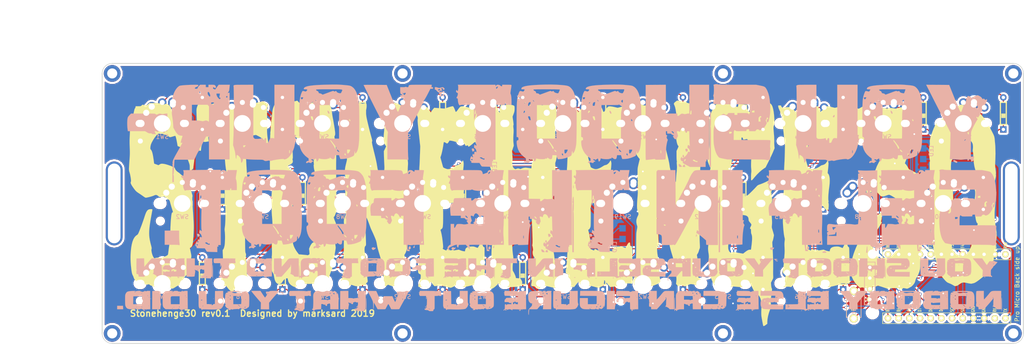
<source format=kicad_pcb>
(kicad_pcb (version 20171130) (host pcbnew "(5.0.0)")
  (title_block (title Stonehenge30) (date 2018-12-17) (rev 1.1) (company marksard))
  (layers (0 F.Cu signal) (31 B.Cu signal) (34 B.Paste user) (35 F.Paste user) (36 B.SilkS user) (37 F.SilkS user) (38 B.Mask user) (39 F.Mask user) (44 Edge.Cuts user))
  (net 0 "")
  (net 1 row0)
  (net 2 "Net-(D1-Pad2)")
  (net 3 "Net-(D2-Pad2)")
  (net 4 row1)
  (net 5 row2)
  (net 6 "Net-(D3-Pad2)")
  (net 7 row3)
  (net 8 "Net-(D5-Pad2)")
  (net 9 "Net-(D6-Pad2)")
  (net 10 "Net-(D7-Pad2)")
  (net 11 "Net-(D9-Pad2)")
  (net 12 "Net-(D10-Pad2)")
  (net 13 "Net-(D11-Pad2)")
  (net 14 "Net-(D13-Pad2)")
  (net 15 "Net-(D14-Pad2)")
  (net 16 "Net-(D15-Pad2)")
  (net 17 "Net-(D17-Pad2)")
  (net 18 "Net-(D18-Pad2)")
  (net 19 "Net-(D19-Pad2)")
  (net 20 VCC)
  (net 21 GND)
  (net 22 SCL)
  (net 23 SDA)
  (net 24 LED)
  (net 25 reset)
  (net 26 col0)
  (net 27 col1)
  (net 28 col2)
  (net 29 col3)
  (net 30 col4)
  (net 31 row4)
  (net 32 row5)
  (net 33 "Net-(D25-Pad2)")
  (net 34 "Net-(D26-Pad2)")
  (net 35 "Net-(D27-Pad2)")
  (net 36 "Net-(D29-Pad2)")
  (net 37 "Net-(D30-Pad2)")
  (net 38 "Net-(D4-Pad2)")
  (net 39 "Net-(D8-Pad2)")
  (net 40 "Net-(D12-Pad2)")
  (net 41 "Net-(D16-Pad2)")
  (net 42 "Net-(D20-Pad2)")
  (net 43 "Net-(D21-Pad2)")
  (net 44 "Net-(D22-Pad2)")
  (net 45 "Net-(D23-Pad2)")
  (net 46 "Net-(D24-Pad2)")
  (net 47 "Net-(D28-Pad2)")
  (net 48 "Net-(J3-Pad3)")
  (net 49 "Net-(J3-Pad2)")
  (net 50 "Net-(J3-Pad1)")
  (net 51 col5)
  (module kbd:MX-Alps-Choc-1U-NoLED (layer F.Cu) (at 262.4699 86.2528)
    (fp_text reference SW29 (at 0 3.175) (layer B.SilkS) (effects (justify mirror)))
    (fp_text value SW_PUSH)
    (pad 1 thru_hole oval (at 2.5 -4.5 86.1) (size 2.831378 2.25) (drill 1.47 (offset 0.290689 0)) (layers *.Cu *.Mask) (net 30 col4))
    (pad 1 thru_hole circle (at 2.54 -5.08) (size 2.25 2.25) (drill 1.47) (layers *.Cu *.Mask) (net 30 col4))
    (pad 2 thru_hole oval (at -3.81 -2.54 48.1) (size 4.211556 2.25) (drill 1.47 (offset 0.980778 0)) (layers *.Cu *.Mask) (net 36 "Net-(D29-Pad2)"))
    (pad "" np_thru_hole circle (at 0 0) (size 3.9878 3.9878) (drill 3.9878) (layers *.Cu *.Mask))
    (pad 2 thru_hole circle (at -2.5 -4) (size 2.25 2.25) (drill 1.47) (layers *.Cu *.Mask) (net 36 "Net-(D29-Pad2)"))
    (pad "" np_thru_hole circle (at -5.08 0 48.0996) (size 1.75 1.75) (drill 1.75) (layers *.Cu *.Mask))
    (pad "" np_thru_hole circle (at 5.08 0 48.0996) (size 1.75 1.75) (drill 1.75) (layers *.Cu *.Mask))
    (pad 1 thru_hole circle (at 5 -3.8) (size 2 2) (drill 1.2) (layers *.Cu *.Mask) (net 30 col4))
    (pad 2 thru_hole circle (at 0 -5) (size 2 2) (drill 1.2) (layers *.Cu *.Mask) (net 36 "Net-(D29-Pad2)"))
    (pad "" np_thru_hole circle (at -5.5 0 48.1) (size 1.7 1.7) (drill 1.7) (layers *.Cu *.Mask))
    (pad "" np_thru_hole circle (at 5.5 0 48.1) (size 1.7 1.7) (drill 1.7) (layers *.Cu *.Mask))
    (pad "" np_thru_hole circle (at -5.22 4.2 48.1) (size 1.2 1.2) (drill 1.2) (layers *.Cu *.Mask))
  )
  (module kbd:LEGO_HOLE_2.4 (layer F.Cu) (at 205.31846 74.34625)
    (fp_text reference "" (at 0 -3.2) (layer F.SilkS))
    (fp_text value "")
    (pad "" thru_hole circle (at 0 0) (size 4 4) (drill 2.4) (layers *.Cu *.Mask))
  )
  (module kbd:LEGO_HOLE_2.4 (layer F.Cu) (at 205.31846 136.26031)
    (fp_text reference "" (at 0 -3.2) (layer F.SilkS))
    (fp_text value "")
    (pad "" thru_hole circle (at 0 0) (size 4 4) (drill 2.4) (layers *.Cu *.Mask))
  )
  (module kbd:LEGO_HOLE_2.4 (layer F.Cu) (at 129.11654 136.26031)
    (fp_text reference "" (at 0 -3.2) (layer F.SilkS))
    (fp_text value "")
    (pad "" thru_hole circle (at 0 0) (size 4 4) (drill 2.4) (layers *.Cu *.Mask))
  )
  (module kbd:LEGO_HOLE_2.4 (layer F.Cu) (at 129.11654 74.34625)
    (fp_text reference "" (at 0 -3.2) (layer F.SilkS))
    (fp_text value "")
    (pad "" thru_hole circle (at 0 0) (size 4 4) (drill 2.4) (layers *.Cu *.Mask))
  )
  (module kbd:StripLED_back (layer F.Cu) (at 252.9401 92.199)
    (fp_text reference J2)
    (fp_text value Conn_01x03 hide)
    (fp_text user LED (at 1.905 0.635 90) (layer B.SilkS) (effects (justify mirror)))
    (pad 3 smd rect (at 0 0) (size 1.524 1.524) (layers B.Cu B.Paste B.Mask) (net 20 VCC))
    (pad 2 smd rect (at 0 2.54) (size 1.524 1.524) (layers B.Cu B.Paste B.Mask) (net 24 LED))
    (pad 1 smd rect (at 0 5.08) (size 1.524 1.524) (layers B.Cu B.Paste B.Mask) (net 21 GND))
  )
  (module kbd:StripLED_back (layer F.Cu) (at 181.43986 116.319 180)
    (fp_text reference J3)
    (fp_text value Conn_01x03 hide)
    (fp_text user LED (at 1.905 0.635 270) (layer B.SilkS) (effects (justify mirror)))
    (pad 3 smd rect (at 0 0 180) (size 1.524 1.524) (layers B.Cu B.Paste B.Mask) (net 48 "Net-(J3-Pad3)"))
    (pad 2 smd rect (at 0 2.54 180) (size 1.524 1.524) (layers B.Cu B.Paste B.Mask) (net 49 "Net-(J3-Pad2)"))
    (pad 1 smd rect (at 0 5.08 180) (size 1.524 1.524) (layers B.Cu B.Paste B.Mask) (net 50 "Net-(J3-Pad1)"))
  )
  (module kbd:StripLED_back (layer F.Cu) (at 152.92964 97.259 180)
    (fp_text reference J4)
    (fp_text value Conn_01x03 hide)
    (fp_text user LED (at 1.905 0.635 270) (layer B.SilkS) (effects (justify mirror)))
    (pad 3 smd rect (at 0 0 180) (size 1.524 1.524) (layers B.Cu B.Paste B.Mask) (net 48 "Net-(J3-Pad3)"))
    (pad 2 smd rect (at 0 2.54 180) (size 1.524 1.524) (layers B.Cu B.Paste B.Mask) (net 49 "Net-(J3-Pad2)"))
    (pad 1 smd rect (at 0 5.08 180) (size 1.524 1.524) (layers B.Cu B.Paste B.Mask) (net 50 "Net-(J3-Pad1)"))
  )
  (module kbd:MX-Alps-Choc-1U-NoLED (layer F.Cu) (at 243.41942 86.2528)
    (fp_text reference SW27 (at 0 3.175) (layer B.SilkS) (effects (justify mirror)))
    (fp_text value SW_PUSH)
    (pad "" np_thru_hole circle (at -5.22 4.2 48.1) (size 1.2 1.2) (drill 1.2) (layers *.Cu *.Mask))
    (pad "" np_thru_hole circle (at 5.5 0 48.1) (size 1.7 1.7) (drill 1.7) (layers *.Cu *.Mask))
    (pad "" np_thru_hole circle (at -5.5 0 48.1) (size 1.7 1.7) (drill 1.7) (layers *.Cu *.Mask))
    (pad 2 thru_hole circle (at 0 -5) (size 2 2) (drill 1.2) (layers *.Cu *.Mask) (net 35 "Net-(D27-Pad2)"))
    (pad 1 thru_hole circle (at 5 -3.8) (size 2 2) (drill 1.2) (layers *.Cu *.Mask) (net 29 col3))
    (pad "" np_thru_hole circle (at 5.08 0 48.0996) (size 1.75 1.75) (drill 1.75) (layers *.Cu *.Mask))
    (pad "" np_thru_hole circle (at -5.08 0 48.0996) (size 1.75 1.75) (drill 1.75) (layers *.Cu *.Mask))
    (pad 2 thru_hole circle (at -2.5 -4) (size 2.25 2.25) (drill 1.47) (layers *.Cu *.Mask) (net 35 "Net-(D27-Pad2)"))
    (pad "" np_thru_hole circle (at 0 0) (size 3.9878 3.9878) (drill 3.9878) (layers *.Cu *.Mask))
    (pad 2 thru_hole oval (at -3.81 -2.54 48.1) (size 4.211556 2.25) (drill 1.47 (offset 0.980778 0)) (layers *.Cu *.Mask) (net 35 "Net-(D27-Pad2)"))
    (pad 1 thru_hole circle (at 2.54 -5.08) (size 2.25 2.25) (drill 1.47) (layers *.Cu *.Mask) (net 29 col3))
    (pad 1 thru_hole oval (at 2.5 -4.5 86.1) (size 2.831378 2.25) (drill 1.47 (offset 0.290689 0)) (layers *.Cu *.Mask) (net 29 col3))
  )
  (module kbd:MX-Alps-Choc-1U-NoLED (layer F.Cu) (at 219.60632 105.30328)
    (fp_text reference SW25 (at 0 3.175) (layer B.SilkS) (effects (justify mirror)))
    (fp_text value SW_PUSH)
    (pad "" np_thru_hole circle (at -5.22 4.2 48.1) (size 1.2 1.2) (drill 1.2) (layers *.Cu *.Mask))
    (pad "" np_thru_hole circle (at 5.5 0 48.1) (size 1.7 1.7) (drill 1.7) (layers *.Cu *.Mask))
    (pad "" np_thru_hole circle (at -5.5 0 48.1) (size 1.7 1.7) (drill 1.7) (layers *.Cu *.Mask))
    (pad 2 thru_hole circle (at 0 -5) (size 2 2) (drill 1.2) (layers *.Cu *.Mask) (net 33 "Net-(D25-Pad2)"))
    (pad 1 thru_hole circle (at 5 -3.8) (size 2 2) (drill 1.2) (layers *.Cu *.Mask) (net 28 col2))
    (pad "" np_thru_hole circle (at 5.08 0 48.0996) (size 1.75 1.75) (drill 1.75) (layers *.Cu *.Mask))
    (pad "" np_thru_hole circle (at -5.08 0 48.0996) (size 1.75 1.75) (drill 1.75) (layers *.Cu *.Mask))
    (pad 2 thru_hole circle (at -2.5 -4) (size 2.25 2.25) (drill 1.47) (layers *.Cu *.Mask) (net 33 "Net-(D25-Pad2)"))
    (pad "" np_thru_hole circle (at 0 0) (size 3.9878 3.9878) (drill 3.9878) (layers *.Cu *.Mask))
    (pad 2 thru_hole oval (at -3.81 -2.54 48.1) (size 4.211556 2.25) (drill 1.47 (offset 0.980778 0)) (layers *.Cu *.Mask) (net 33 "Net-(D25-Pad2)"))
    (pad 1 thru_hole circle (at 2.54 -5.08) (size 2.25 2.25) (drill 1.47) (layers *.Cu *.Mask) (net 28 col2))
    (pad 1 thru_hole oval (at 2.5 -4.5 86.1) (size 2.831378 2.25) (drill 1.47 (offset 0.290689 0)) (layers *.Cu *.Mask) (net 28 col2))
  )
  (module kbd:MX-Alps-Choc-1U-NoLED (layer F.Cu) (at 224.36894 86.2528)
    (fp_text reference SW24 (at 0 3.175) (layer B.SilkS) (effects (justify mirror)))
    (fp_text value SW_PUSH)
    (pad "" np_thru_hole circle (at -5.22 4.2 48.1) (size 1.2 1.2) (drill 1.2) (layers *.Cu *.Mask))
    (pad "" np_thru_hole circle (at 5.5 0 48.1) (size 1.7 1.7) (drill 1.7) (layers *.Cu *.Mask))
    (pad "" np_thru_hole circle (at -5.5 0 48.1) (size 1.7 1.7) (drill 1.7) (layers *.Cu *.Mask))
    (pad 2 thru_hole circle (at 0 -5) (size 2 2) (drill 1.2) (layers *.Cu *.Mask) (net 46 "Net-(D24-Pad2)"))
    (pad 1 thru_hole circle (at 5 -3.8) (size 2 2) (drill 1.2) (layers *.Cu *.Mask) (net 28 col2))
    (pad "" np_thru_hole circle (at 5.08 0 48.0996) (size 1.75 1.75) (drill 1.75) (layers *.Cu *.Mask))
    (pad "" np_thru_hole circle (at -5.08 0 48.0996) (size 1.75 1.75) (drill 1.75) (layers *.Cu *.Mask))
    (pad 2 thru_hole circle (at -2.5 -4) (size 2.25 2.25) (drill 1.47) (layers *.Cu *.Mask) (net 46 "Net-(D24-Pad2)"))
    (pad "" np_thru_hole circle (at 0 0) (size 3.9878 3.9878) (drill 3.9878) (layers *.Cu *.Mask))
    (pad 2 thru_hole oval (at -3.81 -2.54 48.1) (size 4.211556 2.25) (drill 1.47 (offset 0.980778 0)) (layers *.Cu *.Mask) (net 46 "Net-(D24-Pad2)"))
    (pad 1 thru_hole circle (at 2.54 -5.08) (size 2.25 2.25) (drill 1.47) (layers *.Cu *.Mask) (net 28 col2))
    (pad 1 thru_hole oval (at 2.5 -4.5 86.1) (size 2.831378 2.25) (drill 1.47 (offset 0.290689 0)) (layers *.Cu *.Mask) (net 28 col2))
  )
  (module kbd:LEGO_HOLE_19x3 (layer F.Cu) (at 60.53486 105.304 90)
    (fp_text reference REF** hide)
    (fp_text value HOLE_6mm hide)
    (pad "" thru_hole oval (at 0 0 90) (size 20 4) (drill oval 19 3) (layers *.Cu *.Mask))
  )
  (module kbd:LEGO_HOLE_19x3 (layer F.Cu) (at 273.89486 105.304 90)
    (fp_text reference REF** hide)
    (fp_text value HOLE_6mm hide)
    (pad "" thru_hole oval (at 0 0 90) (size 20 4) (drill oval 19 3) (layers *.Cu *.Mask))
  )
  (module kbd:D3_SMD_front (layer F.Cu) (at 81.49034 83.87149 90)
    (fp_text reference D1 hide)
    (fp_text value D hide)
    (pad 2 thru_hole circle (at 3.81 0 90) (size 1.524 1.524) (drill 0.8128) (layers *.Cu *.Mask) (net 2 "Net-(D1-Pad2)"))
    (pad 1 thru_hole rect (at -3.81 0 90) (size 1.524 1.524) (drill 0.8128) (layers *.Cu *.Mask) (net 1 row0))
    (pad 2 smd rect (at 1.775 0 90) (size 1.3 0.95) (layers F.Cu F.Paste F.Mask) (net 2 "Net-(D1-Pad2)"))
    (pad 1 smd rect (at -1.775 0 90) (size 1.3 0.95) (layers F.Cu F.Paste F.Mask) (net 1 row0))
  )
  (module kbd:D3_SMD_front (layer F.Cu) (at 86.25296 102.92197 90)
    (fp_text reference D2 hide)
    (fp_text value D hide)
    (pad 2 thru_hole circle (at 3.81 0 90) (size 1.524 1.524) (drill 0.8128) (layers *.Cu *.Mask) (net 3 "Net-(D2-Pad2)"))
    (pad 1 thru_hole rect (at -3.81 0 90) (size 1.524 1.524) (drill 0.8128) (layers *.Cu *.Mask) (net 4 row1))
    (pad 2 smd rect (at 1.775 0 90) (size 1.3 0.95) (layers F.Cu F.Paste F.Mask) (net 3 "Net-(D2-Pad2)"))
    (pad 1 smd rect (at -1.775 0 90) (size 1.3 0.95) (layers F.Cu F.Paste F.Mask) (net 4 row1))
  )
  (module kbd:D3_SMD_front (layer F.Cu) (at 81.49034 121.97245 90)
    (fp_text reference D3 hide)
    (fp_text value D hide)
    (pad 2 thru_hole circle (at 3.81 0 90) (size 1.524 1.524) (drill 0.8128) (layers *.Cu *.Mask) (net 6 "Net-(D3-Pad2)"))
    (pad 1 thru_hole rect (at -3.81 0 90) (size 1.524 1.524) (drill 0.8128) (layers *.Cu *.Mask) (net 5 row2))
    (pad 2 smd rect (at 1.775 0 90) (size 1.3 0.95) (layers F.Cu F.Paste F.Mask) (net 6 "Net-(D3-Pad2)"))
    (pad 1 smd rect (at -1.775 0 90) (size 1.3 0.95) (layers F.Cu F.Paste F.Mask) (net 5 row2))
  )
  (module kbd:D3_SMD_front (layer F.Cu) (at 105.30344 102.92197 90)
    (fp_text reference D5 hide)
    (fp_text value D hide)
    (pad 1 smd rect (at -1.775 0 90) (size 1.3 0.95) (layers F.Cu F.Paste F.Mask) (net 4 row1))
    (pad 2 smd rect (at 1.775 0 90) (size 1.3 0.95) (layers F.Cu F.Paste F.Mask) (net 8 "Net-(D5-Pad2)"))
    (pad 1 thru_hole rect (at -3.81 0 90) (size 1.524 1.524) (drill 0.8128) (layers *.Cu *.Mask) (net 4 row1))
    (pad 2 thru_hole circle (at 3.81 0 90) (size 1.524 1.524) (drill 0.8128) (layers *.Cu *.Mask) (net 8 "Net-(D5-Pad2)"))
  )
  (module kbd:D3_SMD_front (layer F.Cu) (at 100.54082 121.97245 90)
    (fp_text reference D6 hide)
    (fp_text value D hide)
    (pad 2 thru_hole circle (at 3.81 0 90) (size 1.524 1.524) (drill 0.8128) (layers *.Cu *.Mask) (net 9 "Net-(D6-Pad2)"))
    (pad 1 thru_hole rect (at -3.81 0 90) (size 1.524 1.524) (drill 0.8128) (layers *.Cu *.Mask) (net 5 row2))
    (pad 2 smd rect (at 1.775 0 90) (size 1.3 0.95) (layers F.Cu F.Paste F.Mask) (net 9 "Net-(D6-Pad2)"))
    (pad 1 smd rect (at -1.775 0 90) (size 1.3 0.95) (layers F.Cu F.Paste F.Mask) (net 5 row2))
  )
  (module kbd:D3_SMD_front (layer F.Cu) (at 119.5913 83.87149 90)
    (fp_text reference D7 hide)
    (fp_text value D hide)
    (pad 1 smd rect (at -1.775 0 90) (size 1.3 0.95) (layers F.Cu F.Paste F.Mask) (net 1 row0))
    (pad 2 smd rect (at 1.775 0 90) (size 1.3 0.95) (layers F.Cu F.Paste F.Mask) (net 10 "Net-(D7-Pad2)"))
    (pad 1 thru_hole rect (at -3.81 0 90) (size 1.524 1.524) (drill 0.8128) (layers *.Cu *.Mask) (net 1 row0))
    (pad 2 thru_hole circle (at 3.81 0 90) (size 1.524 1.524) (drill 0.8128) (layers *.Cu *.Mask) (net 10 "Net-(D7-Pad2)"))
  )
  (module kbd:D3_SMD_front (layer F.Cu) (at 119.5913 121.97245 90)
    (fp_text reference D9 hide)
    (fp_text value D hide)
    (pad 2 thru_hole circle (at 3.81 0 90) (size 1.524 1.524) (drill 0.8128) (layers *.Cu *.Mask) (net 11 "Net-(D9-Pad2)"))
    (pad 1 thru_hole rect (at -3.81 0 90) (size 1.524 1.524) (drill 0.8128) (layers *.Cu *.Mask) (net 5 row2))
    (pad 2 smd rect (at 1.775 0 90) (size 1.3 0.95) (layers F.Cu F.Paste F.Mask) (net 11 "Net-(D9-Pad2)"))
    (pad 1 smd rect (at -1.775 0 90) (size 1.3 0.95) (layers F.Cu F.Paste F.Mask) (net 5 row2))
  )
  (module kbd:D3_SMD_front (layer F.Cu) (at 138.64178 83.87149 90)
    (fp_text reference D10 hide)
    (fp_text value D hide)
    (pad 1 smd rect (at -1.775 0 90) (size 1.3 0.95) (layers F.Cu F.Paste F.Mask) (net 1 row0))
    (pad 2 smd rect (at 1.775 0 90) (size 1.3 0.95) (layers F.Cu F.Paste F.Mask) (net 12 "Net-(D10-Pad2)"))
    (pad 1 thru_hole rect (at -3.81 0 90) (size 1.524 1.524) (drill 0.8128) (layers *.Cu *.Mask) (net 1 row0))
    (pad 2 thru_hole circle (at 3.81 0 90) (size 1.524 1.524) (drill 0.8128) (layers *.Cu *.Mask) (net 12 "Net-(D10-Pad2)"))
  )
  (module kbd:D3_SMD_front (layer F.Cu) (at 143.4044 102.92197 90)
    (fp_text reference D11 hide)
    (fp_text value D hide)
    (pad 2 thru_hole circle (at 3.81 0 90) (size 1.524 1.524) (drill 0.8128) (layers *.Cu *.Mask) (net 13 "Net-(D11-Pad2)"))
    (pad 1 thru_hole rect (at -3.81 0 90) (size 1.524 1.524) (drill 0.8128) (layers *.Cu *.Mask) (net 4 row1))
    (pad 2 smd rect (at 1.775 0 90) (size 1.3 0.95) (layers F.Cu F.Paste F.Mask) (net 13 "Net-(D11-Pad2)"))
    (pad 1 smd rect (at -1.775 0 90) (size 1.3 0.95) (layers F.Cu F.Paste F.Mask) (net 4 row1))
  )
  (module kbd:D3_SMD_front (layer F.Cu) (at 157.69226 83.87149 90)
    (fp_text reference D13 hide)
    (fp_text value D hide)
    (pad 2 thru_hole circle (at 3.81 0 90) (size 1.524 1.524) (drill 0.8128) (layers *.Cu *.Mask) (net 14 "Net-(D13-Pad2)"))
    (pad 1 thru_hole rect (at -3.81 0 90) (size 1.524 1.524) (drill 0.8128) (layers *.Cu *.Mask) (net 1 row0))
    (pad 2 smd rect (at 1.775 0 90) (size 1.3 0.95) (layers F.Cu F.Paste F.Mask) (net 14 "Net-(D13-Pad2)"))
    (pad 1 smd rect (at -1.775 0 90) (size 1.3 0.95) (layers F.Cu F.Paste F.Mask) (net 1 row0))
  )
  (module kbd:D3_SMD_front (layer F.Cu) (at 162.45488 102.92197 90)
    (fp_text reference D14 hide)
    (fp_text value D hide)
    (pad 2 thru_hole circle (at 3.81 0 90) (size 1.524 1.524) (drill 0.8128) (layers *.Cu *.Mask) (net 15 "Net-(D14-Pad2)"))
    (pad 1 thru_hole rect (at -3.81 0 90) (size 1.524 1.524) (drill 0.8128) (layers *.Cu *.Mask) (net 4 row1))
    (pad 2 smd rect (at 1.775 0 90) (size 1.3 0.95) (layers F.Cu F.Paste F.Mask) (net 15 "Net-(D14-Pad2)"))
    (pad 1 smd rect (at -1.775 0 90) (size 1.3 0.95) (layers F.Cu F.Paste F.Mask) (net 4 row1))
  )
  (module kbd:D3_SMD_front (layer F.Cu) (at 157.69226 121.97245 90)
    (fp_text reference D15 hide)
    (fp_text value D hide)
    (pad 2 thru_hole circle (at 3.81 0 90) (size 1.524 1.524) (drill 0.8128) (layers *.Cu *.Mask) (net 16 "Net-(D15-Pad2)"))
    (pad 1 thru_hole rect (at -3.81 0 90) (size 1.524 1.524) (drill 0.8128) (layers *.Cu *.Mask) (net 5 row2))
    (pad 2 smd rect (at 1.775 0 90) (size 1.3 0.95) (layers F.Cu F.Paste F.Mask) (net 16 "Net-(D15-Pad2)"))
    (pad 1 smd rect (at -1.775 0 90) (size 1.3 0.95) (layers F.Cu F.Paste F.Mask) (net 5 row2))
  )
  (module kbd:D3_SMD_front (layer F.Cu) (at 176.74274 121.97245 90)
    (fp_text reference D17 hide)
    (fp_text value D hide)
    (pad 1 smd rect (at -1.775 0 90) (size 1.3 0.95) (layers F.Cu F.Paste F.Mask) (net 4 row1))
    (pad 2 smd rect (at 1.775 0 90) (size 1.3 0.95) (layers F.Cu F.Paste F.Mask) (net 17 "Net-(D17-Pad2)"))
    (pad 1 thru_hole rect (at -3.81 0 90) (size 1.524 1.524) (drill 0.8128) (layers *.Cu *.Mask) (net 4 row1))
    (pad 2 thru_hole circle (at 3.81 0 90) (size 1.524 1.524) (drill 0.8128) (layers *.Cu *.Mask) (net 17 "Net-(D17-Pad2)"))
  )
  (module kbd:D3_SMD_front (layer F.Cu) (at 195.79322 83.87149 90)
    (fp_text reference D18 hide)
    (fp_text value D hide)
    (pad 1 smd rect (at -1.775 0 90) (size 1.3 0.95) (layers F.Cu F.Paste F.Mask) (net 7 row3))
    (pad 2 smd rect (at 1.775 0 90) (size 1.3 0.95) (layers F.Cu F.Paste F.Mask) (net 18 "Net-(D18-Pad2)"))
    (pad 1 thru_hole rect (at -3.81 0 90) (size 1.524 1.524) (drill 0.8128) (layers *.Cu *.Mask) (net 7 row3))
    (pad 2 thru_hole circle (at 3.81 0 90) (size 1.524 1.524) (drill 0.8128) (layers *.Cu *.Mask) (net 18 "Net-(D18-Pad2)"))
  )
  (module kbd:D3_SMD_front (layer F.Cu) (at 191.0306 102.92197 90)
    (fp_text reference D19 hide)
    (fp_text value D hide)
    (pad 1 smd rect (at -1.775 0 90) (size 1.3 0.95) (layers F.Cu F.Paste F.Mask) (net 31 row4))
    (pad 2 smd rect (at 1.775 0 90) (size 1.3 0.95) (layers F.Cu F.Paste F.Mask) (net 19 "Net-(D19-Pad2)"))
    (pad 1 thru_hole rect (at -3.81 0 90) (size 1.524 1.524) (drill 0.8128) (layers *.Cu *.Mask) (net 31 row4))
    (pad 2 thru_hole circle (at 3.81 0 90) (size 1.524 1.524) (drill 0.8128) (layers *.Cu *.Mask) (net 19 "Net-(D19-Pad2)"))
  )
  (module kbd:D3_SMD_front (layer F.Cu) (at 229.13156 102.92197 90)
    (fp_text reference D25 hide)
    (fp_text value D hide)
    (pad 1 smd rect (at -1.775 0 90) (size 1.3 0.95) (layers F.Cu F.Paste F.Mask) (net 31 row4))
    (pad 2 smd rect (at 1.775 0 90) (size 1.3 0.95) (layers F.Cu F.Paste F.Mask) (net 33 "Net-(D25-Pad2)"))
    (pad 1 thru_hole rect (at -3.81 0 90) (size 1.524 1.524) (drill 0.8128) (layers *.Cu *.Mask) (net 31 row4))
    (pad 2 thru_hole circle (at 3.81 0 90) (size 1.524 1.524) (drill 0.8128) (layers *.Cu *.Mask) (net 33 "Net-(D25-Pad2)"))
  )
  (module kbd:D3_SMD_front (layer F.Cu) (at 233.89418 121.97245 90)
    (fp_text reference D26 hide)
    (fp_text value D hide)
    (pad 2 thru_hole circle (at 3.81 0 90) (size 1.524 1.524) (drill 0.8128) (layers *.Cu *.Mask) (net 34 "Net-(D26-Pad2)"))
    (pad 1 thru_hole rect (at -3.81 0 90) (size 1.524 1.524) (drill 0.8128) (layers *.Cu *.Mask) (net 32 row5))
    (pad 2 smd rect (at 1.775 0 90) (size 1.3 0.95) (layers F.Cu F.Paste F.Mask) (net 34 "Net-(D26-Pad2)"))
    (pad 1 smd rect (at -1.775 0 90) (size 1.3 0.95) (layers F.Cu F.Paste F.Mask) (net 32 row5))
  )
  (module kbd:D3_SMD_front (layer F.Cu) (at 252.94466 83.87149 90)
    (fp_text reference D27 hide)
    (fp_text value D hide)
    (pad 1 smd rect (at -1.775 0 90) (size 1.3 0.95) (layers F.Cu F.Paste F.Mask) (net 7 row3))
    (pad 2 smd rect (at 1.775 0 90) (size 1.3 0.95) (layers F.Cu F.Paste F.Mask) (net 35 "Net-(D27-Pad2)"))
    (pad 1 thru_hole rect (at -3.81 0 90) (size 1.524 1.524) (drill 0.8128) (layers *.Cu *.Mask) (net 7 row3))
    (pad 2 thru_hole circle (at 3.81 0 90) (size 1.524 1.524) (drill 0.8128) (layers *.Cu *.Mask) (net 35 "Net-(D27-Pad2)"))
  )
  (module kbd:D3_SMD_front (layer F.Cu) (at 271.99514 83.87149 90)
    (fp_text reference D29 hide)
    (fp_text value D hide)
    (pad 2 thru_hole circle (at 3.81 0 90) (size 1.524 1.524) (drill 0.8128) (layers *.Cu *.Mask) (net 36 "Net-(D29-Pad2)"))
    (pad 1 thru_hole rect (at -3.81 0 90) (size 1.524 1.524) (drill 0.8128) (layers *.Cu *.Mask) (net 7 row3))
    (pad 2 smd rect (at 1.775 0 90) (size 1.3 0.95) (layers F.Cu F.Paste F.Mask) (net 36 "Net-(D29-Pad2)"))
    (pad 1 smd rect (at -1.775 0 90) (size 1.3 0.95) (layers F.Cu F.Paste F.Mask) (net 7 row3))
  )
  (module kbd:D3_SMD_front (layer F.Cu) (at 267.23252 102.92197 90)
    (fp_text reference D30 hide)
    (fp_text value D hide)
    (pad 2 thru_hole circle (at 3.81 0 90) (size 1.524 1.524) (drill 0.8128) (layers *.Cu *.Mask) (net 37 "Net-(D30-Pad2)"))
    (pad 1 thru_hole rect (at -3.81 0 90) (size 1.524 1.524) (drill 0.8128) (layers *.Cu *.Mask) (net 31 row4))
    (pad 2 smd rect (at 1.775 0 90) (size 1.3 0.95) (layers F.Cu F.Paste F.Mask) (net 37 "Net-(D30-Pad2)"))
    (pad 1 smd rect (at -1.775 0 90) (size 1.3 0.95) (layers F.Cu F.Paste F.Mask) (net 31 row4))
  )
  (module kbd:ResetSW (layer F.Cu) (at 236.42986 129.434 270)
    (fp_text reference RSW1 hide)
    (fp_text value RSW (at 0 0 270) (layer F.SilkS))
    (fp_text user Reset (at 0.127 0 270) (layer B.SilkS) (effects (justify mirror)))
    (pad 2 thru_hole circle (at -3.25 0 270) (size 2 2) (drill 1.3) (layers *.Cu *.Mask F.SilkS) (net 21 GND))
    (pad 1 thru_hole circle (at 3.25 0 270) (size 2 2) (drill 1.3) (layers *.Cu *.Mask F.SilkS) (net 25 reset))
  )
  (module kbd:ProMicro_v2_front (layer F.Cu) (at 258.01986 124.989 270)
    (fp_text reference U1 hide)
    (fp_text value ProMicro hide)
    (fp_text user D6 (at 5.6515 3.302 270) (layer F.SilkS) (effects (font (size 0.75 0.5) (thickness 0.125))))
    (fp_text user B1 (at -9.4615 5.842 270) (layer F.SilkS) (effects (font (size 0.75 0.5) (thickness 0.125))))
    (fp_text user D7 (at 5.6515 5.9055 270) (layer F.SilkS) (effects (font (size 0.75 0.5) (thickness 0.125))))
    (fp_text user B3 (at -9.525 8.4455 270) (layer F.SilkS) (effects (font (size 0.75 0.5) (thickness 0.125))))
    (fp_text user E6 (at 5.588 8.4455 270) (layer F.SilkS) (effects (font (size 0.75 0.5) (thickness 0.125))))
    (fp_text user B2 (at -9.525 10.922 270) (layer F.SilkS) (effects (font (size 0.75 0.5) (thickness 0.125))))
    (fp_text user B4 (at 5.6515 10.922 270) (layer F.SilkS) (effects (font (size 0.75 0.5) (thickness 0.125))))
    (fp_text user B5 (at 5.6515 13.5255 270) (layer F.SilkS) (effects (font (size 0.75 0.5) (thickness 0.125))))
    (fp_text user B6 (at -9.525 13.5255 270) (layer F.SilkS) (effects (font (size 0.75 0.5) (thickness 0.125))))
    (fp_text user F4 (at -9.4615 -4.318 270) (layer F.SilkS) (effects (font (size 0.75 0.5) (thickness 0.125))))
    (fp_text user SDA (at 5.461 -4.318 270) (layer F.SilkS) (effects (font (size 0.75 0.5) (thickness 0.125))))
    (fp_text user F5 (at -9.4615 -1.778 270) (layer F.SilkS) (effects (font (size 0.75 0.5) (thickness 0.125))))
    (fp_text user SCL (at 5.461 -1.778 270) (layer F.SilkS) (effects (font (size 0.75 0.5) (thickness 0.125))))
    (fp_text user F6 (at -9.525 0.762 270) (layer F.SilkS) (effects (font (size 0.75 0.5) (thickness 0.125))))
    (fp_text user D4 (at 5.588 0.8255 270) (layer F.SilkS) (effects (font (size 0.75 0.5) (thickness 0.125))))
    (fp_text user F7 (at -9.525 3.3655 270) (layer F.SilkS) (effects (font (size 0.75 0.5) (thickness 0.125))))
    (fp_text user GND (at 5.461 -6.7945 270) (layer F.SilkS) (effects (font (size 0.75 0.5) (thickness 0.125))))
    (fp_text user VCC (at -9.7155 -6.858 270) (layer F.SilkS) (effects (font (size 0.75 0.5) (thickness 0.125))))
    (fp_text user GND (at 5.5245 -9.3345 270) (layer F.SilkS) (effects (font (size 0.75 0.5) (thickness 0.125))))
    (fp_text user RST (at -9.7155 -9.3345 270) (layer F.SilkS) (effects (font (size 0.75 0.5) (thickness 0.125))))
    (fp_text user RX (at 5.715 -11.938 270) (layer F.SilkS) (effects (font (size 0.75 0.5) (thickness 0.125))))
    (fp_text user GND (at -9.7155 -11.938 270) (layer F.SilkS) (effects (font (size 0.75 0.5) (thickness 0.125))))
    (fp_text user TX (at 5.7785 -14.478 270) (layer F.SilkS) (effects (font (size 0.75 0.5) (thickness 0.125))))
    (fp_text user RAW (at -9.7155 -14.478 270) (layer F.SilkS) (effects (font (size 0.75 0.5) (thickness 0.125))))
    (fp_text user "Pro Micro Back side up" (at -0.5 -17.25 270) (layer F.SilkS))
    (pad 24 thru_hole circle (at -7.5636 -14.478 270) (size 1.524 1.524) (drill 0.8128) (layers *.Cu *.Mask F.SilkS))
    (pad 23 thru_hole circle (at -7.5636 -11.938 270) (size 1.524 1.524) (drill 0.8128) (layers *.Cu *.Mask F.SilkS) (net 21 GND))
    (pad 22 thru_hole circle (at -7.5636 -9.398 270) (size 1.524 1.524) (drill 0.8128) (layers *.Cu *.Mask F.SilkS) (net 25 reset))
    (pad 21 thru_hole circle (at -7.5636 -6.858 270) (size 1.524 1.524) (drill 0.8128) (layers *.Cu *.Mask F.SilkS) (net 20 VCC))
    (pad 20 thru_hole circle (at -7.5636 -4.318 270) (size 1.524 1.524) (drill 0.8128) (layers *.Cu *.Mask F.SilkS) (net 1 row0))
    (pad 19 thru_hole circle (at -7.5636 -1.778 270) (size 1.524 1.524) (drill 0.8128) (layers *.Cu *.Mask F.SilkS) (net 4 row1))
    (pad 18 thru_hole circle (at -7.5636 0.762 270) (size 1.524 1.524) (drill 0.8128) (layers *.Cu *.Mask F.SilkS) (net 5 row2))
    (pad 17 thru_hole circle (at -7.5636 3.302 270) (size 1.524 1.524) (drill 0.8128) (layers *.Cu *.Mask F.SilkS) (net 7 row3))
    (pad 16 thru_hole circle (at -7.5636 5.842 270) (size 1.524 1.524) (drill 0.8128) (layers *.Cu *.Mask F.SilkS) (net 31 row4))
    (pad 15 thru_hole circle (at -7.5636 8.382 270) (size 1.524 1.524) (drill 0.8128) (layers *.Cu *.Mask F.SilkS) (net 32 row5))
    (pad 14 thru_hole circle (at -7.5636 10.922 270) (size 1.524 1.524) (drill 0.8128) (layers *.Cu *.Mask F.SilkS))
    (pad 13 thru_hole circle (at -7.5636 13.462 270) (size 1.524 1.524) (drill 0.8128) (layers *.Cu *.Mask F.SilkS))
    (pad 12 thru_hole circle (at 7.6564 13.462 270) (size 1.524 1.524) (drill 0.8128) (layers *.Cu *.Mask F.SilkS) (net 51 col5))
    (pad 11 thru_hole circle (at 7.6564 10.922 270) (size 1.524 1.524) (drill 0.8128) (layers *.Cu *.Mask F.SilkS) (net 30 col4))
    (pad 10 thru_hole circle (at 7.6564 8.382 270) (size 1.524 1.524) (drill 0.8128) (layers *.Cu *.Mask F.SilkS) (net 29 col3))
    (pad 9 thru_hole circle (at 7.6564 5.842 270) (size 1.524 1.524) (drill 0.8128) (layers *.Cu *.Mask F.SilkS) (net 28 col2))
    (pad 8 thru_hole circle (at 7.6564 3.302 270) (size 1.524 1.524) (drill 0.8128) (layers *.Cu *.Mask F.SilkS) (net 27 col1))
    (pad 7 thru_hole circle (at 7.6564 0.762 270) (size 1.524 1.524) (drill 0.8128) (layers *.Cu *.Mask F.SilkS) (net 26 col0))
    (pad 6 thru_hole circle (at 7.6564 -1.778 270) (size 1.524 1.524) (drill 0.8128) (layers *.Cu *.Mask F.SilkS) (net 22 SCL))
    (pad 5 thru_hole circle (at 7.6564 -4.318 270) (size 1.524 1.524) (drill 0.8128) (layers *.Cu *.Mask F.SilkS) (net 23 SDA))
    (pad 4 thru_hole circle (at 7.6564 -6.858 270) (size 1.524 1.524) (drill 0.8128) (layers *.Cu *.Mask F.SilkS) (net 21 GND))
    (pad 3 thru_hole circle (at 7.6564 -9.398 270) (size 1.524 1.524) (drill 0.8128) (layers *.Cu *.Mask F.SilkS) (net 21 GND))
    (pad 2 thru_hole circle (at 7.6564 -11.938 270) (size 1.524 1.524) (drill 0.8128) (layers *.Cu *.Mask F.SilkS))
    (pad 1 thru_hole circle (at 7.6564 -14.478 270) (size 1.524 1.524) (drill 0.8128) (layers *.Cu *.Mask F.SilkS) (net 24 LED))
  )
  (module kbd:MX-Alps-Choc-1U-NoLED (layer F.Cu) (at 71.9651 86.2528)
    (fp_text reference SW1 (at 0 3.175) (layer B.SilkS) (effects (justify mirror)))
    (fp_text value SW_PUSH)
    (pad 1 thru_hole oval (at 2.5 -4.5 86.1) (size 2.831378 2.25) (drill 1.47 (offset 0.290689 0)) (layers *.Cu *.Mask) (net 26 col0))
    (pad 1 thru_hole circle (at 2.54 -5.08) (size 2.25 2.25) (drill 1.47) (layers *.Cu *.Mask) (net 26 col0))
    (pad 2 thru_hole oval (at -3.81 -2.54 48.1) (size 4.211556 2.25) (drill 1.47 (offset 0.980778 0)) (layers *.Cu *.Mask) (net 2 "Net-(D1-Pad2)"))
    (pad "" np_thru_hole circle (at 0 0) (size 3.9878 3.9878) (drill 3.9878) (layers *.Cu *.Mask))
    (pad 2 thru_hole circle (at -2.5 -4) (size 2.25 2.25) (drill 1.47) (layers *.Cu *.Mask) (net 2 "Net-(D1-Pad2)"))
    (pad "" np_thru_hole circle (at -5.08 0 48.0996) (size 1.75 1.75) (drill 1.75) (layers *.Cu *.Mask))
    (pad "" np_thru_hole circle (at 5.08 0 48.0996) (size 1.75 1.75) (drill 1.75) (layers *.Cu *.Mask))
    (pad 1 thru_hole circle (at 5 -3.8) (size 2 2) (drill 1.2) (layers *.Cu *.Mask) (net 26 col0))
    (pad 2 thru_hole circle (at 0 -5) (size 2 2) (drill 1.2) (layers *.Cu *.Mask) (net 2 "Net-(D1-Pad2)"))
    (pad "" np_thru_hole circle (at -5.5 0 48.1) (size 1.7 1.7) (drill 1.7) (layers *.Cu *.Mask))
    (pad "" np_thru_hole circle (at 5.5 0 48.1) (size 1.7 1.7) (drill 1.7) (layers *.Cu *.Mask))
    (pad "" np_thru_hole circle (at -5.22 4.2 48.1) (size 1.2 1.2) (drill 1.2) (layers *.Cu *.Mask))
  )
  (module kbd:MX-Alps-Choc-1U-NoLED (layer F.Cu) (at 76.72772 105.30328)
    (fp_text reference SW2 (at 0 3.175) (layer B.SilkS) (effects (justify mirror)))
    (fp_text value SW_PUSH)
    (pad "" np_thru_hole circle (at -5.22 4.2 48.1) (size 1.2 1.2) (drill 1.2) (layers *.Cu *.Mask))
    (pad "" np_thru_hole circle (at 5.5 0 48.1) (size 1.7 1.7) (drill 1.7) (layers *.Cu *.Mask))
    (pad "" np_thru_hole circle (at -5.5 0 48.1) (size 1.7 1.7) (drill 1.7) (layers *.Cu *.Mask))
    (pad 2 thru_hole circle (at 0 -5) (size 2 2) (drill 1.2) (layers *.Cu *.Mask) (net 3 "Net-(D2-Pad2)"))
    (pad 1 thru_hole circle (at 5 -3.8) (size 2 2) (drill 1.2) (layers *.Cu *.Mask) (net 26 col0))
    (pad "" np_thru_hole circle (at 5.08 0 48.0996) (size 1.75 1.75) (drill 1.75) (layers *.Cu *.Mask))
    (pad "" np_thru_hole circle (at -5.08 0 48.0996) (size 1.75 1.75) (drill 1.75) (layers *.Cu *.Mask))
    (pad 2 thru_hole circle (at -2.5 -4) (size 2.25 2.25) (drill 1.47) (layers *.Cu *.Mask) (net 3 "Net-(D2-Pad2)"))
    (pad "" np_thru_hole circle (at 0 0) (size 3.9878 3.9878) (drill 3.9878) (layers *.Cu *.Mask))
    (pad 2 thru_hole oval (at -3.81 -2.54 48.1) (size 4.211556 2.25) (drill 1.47 (offset 0.980778 0)) (layers *.Cu *.Mask) (net 3 "Net-(D2-Pad2)"))
    (pad 1 thru_hole circle (at 2.54 -5.08) (size 2.25 2.25) (drill 1.47) (layers *.Cu *.Mask) (net 26 col0))
    (pad 1 thru_hole oval (at 2.5 -4.5 86.1) (size 2.831378 2.25) (drill 1.47 (offset 0.290689 0)) (layers *.Cu *.Mask) (net 26 col0))
  )
  (module kbd:MX-Alps-Choc-1U-NoLED (layer F.Cu) (at 71.9651 124.35376)
    (fp_text reference SW3 (at 0 3.175) (layer B.SilkS) (effects (justify mirror)))
    (fp_text value SW_PUSH)
    (pad 1 thru_hole oval (at 2.5 -4.5 86.1) (size 2.831378 2.25) (drill 1.47 (offset 0.290689 0)) (layers *.Cu *.Mask) (net 26 col0))
    (pad 1 thru_hole circle (at 2.54 -5.08) (size 2.25 2.25) (drill 1.47) (layers *.Cu *.Mask) (net 26 col0))
    (pad 2 thru_hole oval (at -3.81 -2.54 48.1) (size 4.211556 2.25) (drill 1.47 (offset 0.980778 0)) (layers *.Cu *.Mask) (net 6 "Net-(D3-Pad2)"))
    (pad "" np_thru_hole circle (at 0 0) (size 3.9878 3.9878) (drill 3.9878) (layers *.Cu *.Mask))
    (pad 2 thru_hole circle (at -2.5 -4) (size 2.25 2.25) (drill 1.47) (layers *.Cu *.Mask) (net 6 "Net-(D3-Pad2)"))
    (pad "" np_thru_hole circle (at -5.08 0 48.0996) (size 1.75 1.75) (drill 1.75) (layers *.Cu *.Mask))
    (pad "" np_thru_hole circle (at 5.08 0 48.0996) (size 1.75 1.75) (drill 1.75) (layers *.Cu *.Mask))
    (pad 1 thru_hole circle (at 5 -3.8) (size 2 2) (drill 1.2) (layers *.Cu *.Mask) (net 26 col0))
    (pad 2 thru_hole circle (at 0 -5) (size 2 2) (drill 1.2) (layers *.Cu *.Mask) (net 6 "Net-(D3-Pad2)"))
    (pad "" np_thru_hole circle (at -5.5 0 48.1) (size 1.7 1.7) (drill 1.7) (layers *.Cu *.Mask))
    (pad "" np_thru_hole circle (at 5.5 0 48.1) (size 1.7 1.7) (drill 1.7) (layers *.Cu *.Mask))
    (pad "" np_thru_hole circle (at -5.22 4.2 48.1) (size 1.2 1.2) (drill 1.2) (layers *.Cu *.Mask))
  )
  (module kbd:MX-Alps-Choc-1U-NoLED (layer F.Cu) (at 95.7782 105.30328)
    (fp_text reference SW5 (at 0 3.175) (layer B.SilkS) (effects (justify mirror)))
    (fp_text value SW_PUSH)
    (pad "" np_thru_hole circle (at -5.22 4.2 48.1) (size 1.2 1.2) (drill 1.2) (layers *.Cu *.Mask))
    (pad "" np_thru_hole circle (at 5.5 0 48.1) (size 1.7 1.7) (drill 1.7) (layers *.Cu *.Mask))
    (pad "" np_thru_hole circle (at -5.5 0 48.1) (size 1.7 1.7) (drill 1.7) (layers *.Cu *.Mask))
    (pad 2 thru_hole circle (at 0 -5) (size 2 2) (drill 1.2) (layers *.Cu *.Mask) (net 8 "Net-(D5-Pad2)"))
    (pad 1 thru_hole circle (at 5 -3.8) (size 2 2) (drill 1.2) (layers *.Cu *.Mask) (net 27 col1))
    (pad "" np_thru_hole circle (at 5.08 0 48.0996) (size 1.75 1.75) (drill 1.75) (layers *.Cu *.Mask))
    (pad "" np_thru_hole circle (at -5.08 0 48.0996) (size 1.75 1.75) (drill 1.75) (layers *.Cu *.Mask))
    (pad 2 thru_hole circle (at -2.5 -4) (size 2.25 2.25) (drill 1.47) (layers *.Cu *.Mask) (net 8 "Net-(D5-Pad2)"))
    (pad "" np_thru_hole circle (at 0 0) (size 3.9878 3.9878) (drill 3.9878) (layers *.Cu *.Mask))
    (pad 2 thru_hole oval (at -3.81 -2.54 48.1) (size 4.211556 2.25) (drill 1.47 (offset 0.980778 0)) (layers *.Cu *.Mask) (net 8 "Net-(D5-Pad2)"))
    (pad 1 thru_hole circle (at 2.54 -5.08) (size 2.25 2.25) (drill 1.47) (layers *.Cu *.Mask) (net 27 col1))
    (pad 1 thru_hole oval (at 2.5 -4.5 86.1) (size 2.831378 2.25) (drill 1.47 (offset 0.290689 0)) (layers *.Cu *.Mask) (net 27 col1))
  )
  (module kbd:MX-Alps-Choc-1U-NoLED (layer F.Cu) (at 91.01558 124.35376)
    (fp_text reference SW6 (at 0 3.175) (layer B.SilkS) (effects (justify mirror)))
    (fp_text value SW_PUSH)
    (pad 1 thru_hole oval (at 2.5 -4.5 86.1) (size 2.831378 2.25) (drill 1.47 (offset 0.290689 0)) (layers *.Cu *.Mask) (net 27 col1))
    (pad 1 thru_hole circle (at 2.54 -5.08) (size 2.25 2.25) (drill 1.47) (layers *.Cu *.Mask) (net 27 col1))
    (pad 2 thru_hole oval (at -3.81 -2.54 48.1) (size 4.211556 2.25) (drill 1.47 (offset 0.980778 0)) (layers *.Cu *.Mask) (net 9 "Net-(D6-Pad2)"))
    (pad "" np_thru_hole circle (at 0 0) (size 3.9878 3.9878) (drill 3.9878) (layers *.Cu *.Mask))
    (pad 2 thru_hole circle (at -2.5 -4) (size 2.25 2.25) (drill 1.47) (layers *.Cu *.Mask) (net 9 "Net-(D6-Pad2)"))
    (pad "" np_thru_hole circle (at -5.08 0 48.0996) (size 1.75 1.75) (drill 1.75) (layers *.Cu *.Mask))
    (pad "" np_thru_hole circle (at 5.08 0 48.0996) (size 1.75 1.75) (drill 1.75) (layers *.Cu *.Mask))
    (pad 1 thru_hole circle (at 5 -3.8) (size 2 2) (drill 1.2) (layers *.Cu *.Mask) (net 27 col1))
    (pad 2 thru_hole circle (at 0 -5) (size 2 2) (drill 1.2) (layers *.Cu *.Mask) (net 9 "Net-(D6-Pad2)"))
    (pad "" np_thru_hole circle (at -5.5 0 48.1) (size 1.7 1.7) (drill 1.7) (layers *.Cu *.Mask))
    (pad "" np_thru_hole circle (at 5.5 0 48.1) (size 1.7 1.7) (drill 1.7) (layers *.Cu *.Mask))
    (pad "" np_thru_hole circle (at -5.22 4.2 48.1) (size 1.2 1.2) (drill 1.2) (layers *.Cu *.Mask))
  )
  (module kbd:MX-Alps-Choc-1U-NoLED (layer F.Cu) (at 110.06606 86.2528)
    (fp_text reference SW7 (at 0 3.175) (layer B.SilkS) (effects (justify mirror)))
    (fp_text value SW_PUSH)
    (pad 1 thru_hole oval (at 2.5 -4.5 86.1) (size 2.831378 2.25) (drill 1.47 (offset 0.290689 0)) (layers *.Cu *.Mask) (net 28 col2))
    (pad 1 thru_hole circle (at 2.54 -5.08) (size 2.25 2.25) (drill 1.47) (layers *.Cu *.Mask) (net 28 col2))
    (pad 2 thru_hole oval (at -3.81 -2.54 48.1) (size 4.211556 2.25) (drill 1.47 (offset 0.980778 0)) (layers *.Cu *.Mask) (net 10 "Net-(D7-Pad2)"))
    (pad "" np_thru_hole circle (at 0 0) (size 3.9878 3.9878) (drill 3.9878) (layers *.Cu *.Mask))
    (pad 2 thru_hole circle (at -2.5 -4) (size 2.25 2.25) (drill 1.47) (layers *.Cu *.Mask) (net 10 "Net-(D7-Pad2)"))
    (pad "" np_thru_hole circle (at -5.08 0 48.0996) (size 1.75 1.75) (drill 1.75) (layers *.Cu *.Mask))
    (pad "" np_thru_hole circle (at 5.08 0 48.0996) (size 1.75 1.75) (drill 1.75) (layers *.Cu *.Mask))
    (pad 1 thru_hole circle (at 5 -3.8) (size 2 2) (drill 1.2) (layers *.Cu *.Mask) (net 28 col2))
    (pad 2 thru_hole circle (at 0 -5) (size 2 2) (drill 1.2) (layers *.Cu *.Mask) (net 10 "Net-(D7-Pad2)"))
    (pad "" np_thru_hole circle (at -5.5 0 48.1) (size 1.7 1.7) (drill 1.7) (layers *.Cu *.Mask))
    (pad "" np_thru_hole circle (at 5.5 0 48.1) (size 1.7 1.7) (drill 1.7) (layers *.Cu *.Mask))
    (pad "" np_thru_hole circle (at -5.22 4.2 48.1) (size 1.2 1.2) (drill 1.2) (layers *.Cu *.Mask))
  )
  (module kbd:MX-Alps-Choc-1U-NoLED (layer F.Cu) (at 110.06606 124.35376)
    (fp_text reference SW9 (at 0 3.175) (layer B.SilkS) (effects (justify mirror)))
    (fp_text value SW_PUSH)
    (pad "" np_thru_hole circle (at -5.22 4.2 48.1) (size 1.2 1.2) (drill 1.2) (layers *.Cu *.Mask))
    (pad "" np_thru_hole circle (at 5.5 0 48.1) (size 1.7 1.7) (drill 1.7) (layers *.Cu *.Mask))
    (pad "" np_thru_hole circle (at -5.5 0 48.1) (size 1.7 1.7) (drill 1.7) (layers *.Cu *.Mask))
    (pad 2 thru_hole circle (at 0 -5) (size 2 2) (drill 1.2) (layers *.Cu *.Mask) (net 11 "Net-(D9-Pad2)"))
    (pad 1 thru_hole circle (at 5 -3.8) (size 2 2) (drill 1.2) (layers *.Cu *.Mask) (net 28 col2))
    (pad "" np_thru_hole circle (at 5.08 0 48.0996) (size 1.75 1.75) (drill 1.75) (layers *.Cu *.Mask))
    (pad "" np_thru_hole circle (at -5.08 0 48.0996) (size 1.75 1.75) (drill 1.75) (layers *.Cu *.Mask))
    (pad 2 thru_hole circle (at -2.5 -4) (size 2.25 2.25) (drill 1.47) (layers *.Cu *.Mask) (net 11 "Net-(D9-Pad2)"))
    (pad "" np_thru_hole circle (at 0 0) (size 3.9878 3.9878) (drill 3.9878) (layers *.Cu *.Mask))
    (pad 2 thru_hole oval (at -3.81 -2.54 48.1) (size 4.211556 2.25) (drill 1.47 (offset 0.980778 0)) (layers *.Cu *.Mask) (net 11 "Net-(D9-Pad2)"))
    (pad 1 thru_hole circle (at 2.54 -5.08) (size 2.25 2.25) (drill 1.47) (layers *.Cu *.Mask) (net 28 col2))
    (pad 1 thru_hole oval (at 2.5 -4.5 86.1) (size 2.831378 2.25) (drill 1.47 (offset 0.290689 0)) (layers *.Cu *.Mask) (net 28 col2))
  )
  (module kbd:MX-Alps-Choc-1U-NoLED (layer F.Cu) (at 129.11654 86.2528)
    (fp_text reference SW10 (at 0 3.175) (layer B.SilkS) (effects (justify mirror)))
    (fp_text value SW_PUSH)
    (pad "" np_thru_hole circle (at -5.22 4.2 48.1) (size 1.2 1.2) (drill 1.2) (layers *.Cu *.Mask))
    (pad "" np_thru_hole circle (at 5.5 0 48.1) (size 1.7 1.7) (drill 1.7) (layers *.Cu *.Mask))
    (pad "" np_thru_hole circle (at -5.5 0 48.1) (size 1.7 1.7) (drill 1.7) (layers *.Cu *.Mask))
    (pad 2 thru_hole circle (at 0 -5) (size 2 2) (drill 1.2) (layers *.Cu *.Mask) (net 12 "Net-(D10-Pad2)"))
    (pad 1 thru_hole circle (at 5 -3.8) (size 2 2) (drill 1.2) (layers *.Cu *.Mask) (net 29 col3))
    (pad "" np_thru_hole circle (at 5.08 0 48.0996) (size 1.75 1.75) (drill 1.75) (layers *.Cu *.Mask))
    (pad "" np_thru_hole circle (at -5.08 0 48.0996) (size 1.75 1.75) (drill 1.75) (layers *.Cu *.Mask))
    (pad 2 thru_hole circle (at -2.5 -4) (size 2.25 2.25) (drill 1.47) (layers *.Cu *.Mask) (net 12 "Net-(D10-Pad2)"))
    (pad "" np_thru_hole circle (at 0 0) (size 3.9878 3.9878) (drill 3.9878) (layers *.Cu *.Mask))
    (pad 2 thru_hole oval (at -3.81 -2.54 48.1) (size 4.211556 2.25) (drill 1.47 (offset 0.980778 0)) (layers *.Cu *.Mask) (net 12 "Net-(D10-Pad2)"))
    (pad 1 thru_hole circle (at 2.54 -5.08) (size 2.25 2.25) (drill 1.47) (layers *.Cu *.Mask) (net 29 col3))
    (pad 1 thru_hole oval (at 2.5 -4.5 86.1) (size 2.831378 2.25) (drill 1.47 (offset 0.290689 0)) (layers *.Cu *.Mask) (net 29 col3))
  )
  (module kbd:MX-Alps-Choc-1U-NoLED (layer F.Cu) (at 133.87916 105.30328)
    (fp_text reference SW11 (at 0 3.175) (layer B.SilkS) (effects (justify mirror)))
    (fp_text value SW_PUSH)
    (pad "" np_thru_hole circle (at -5.22 4.2 48.1) (size 1.2 1.2) (drill 1.2) (layers *.Cu *.Mask))
    (pad "" np_thru_hole circle (at 5.5 0 48.1) (size 1.7 1.7) (drill 1.7) (layers *.Cu *.Mask))
    (pad "" np_thru_hole circle (at -5.5 0 48.1) (size 1.7 1.7) (drill 1.7) (layers *.Cu *.Mask))
    (pad 2 thru_hole circle (at 0 -5) (size 2 2) (drill 1.2) (layers *.Cu *.Mask) (net 13 "Net-(D11-Pad2)"))
    (pad 1 thru_hole circle (at 5 -3.8) (size 2 2) (drill 1.2) (layers *.Cu *.Mask) (net 29 col3))
    (pad "" np_thru_hole circle (at 5.08 0 48.0996) (size 1.75 1.75) (drill 1.75) (layers *.Cu *.Mask))
    (pad "" np_thru_hole circle (at -5.08 0 48.0996) (size 1.75 1.75) (drill 1.75) (layers *.Cu *.Mask))
    (pad 2 thru_hole circle (at -2.5 -4) (size 2.25 2.25) (drill 1.47) (layers *.Cu *.Mask) (net 13 "Net-(D11-Pad2)"))
    (pad "" np_thru_hole circle (at 0 0) (size 3.9878 3.9878) (drill 3.9878) (layers *.Cu *.Mask))
    (pad 2 thru_hole oval (at -3.81 -2.54 48.1) (size 4.211556 2.25) (drill 1.47 (offset 0.980778 0)) (layers *.Cu *.Mask) (net 13 "Net-(D11-Pad2)"))
    (pad 1 thru_hole circle (at 2.54 -5.08) (size 2.25 2.25) (drill 1.47) (layers *.Cu *.Mask) (net 29 col3))
    (pad 1 thru_hole oval (at 2.5 -4.5 86.1) (size 2.831378 2.25) (drill 1.47 (offset 0.290689 0)) (layers *.Cu *.Mask) (net 29 col3))
  )
  (module kbd:MX-Alps-Choc-1U-NoLED (layer F.Cu) (at 148.16702 86.2528)
    (fp_text reference SW13 (at 0 3.175) (layer B.SilkS) (effects (justify mirror)))
    (fp_text value SW_PUSH)
    (pad "" np_thru_hole circle (at -5.22 4.2 48.1) (size 1.2 1.2) (drill 1.2) (layers *.Cu *.Mask))
    (pad "" np_thru_hole circle (at 5.5 0 48.1) (size 1.7 1.7) (drill 1.7) (layers *.Cu *.Mask))
    (pad "" np_thru_hole circle (at -5.5 0 48.1) (size 1.7 1.7) (drill 1.7) (layers *.Cu *.Mask))
    (pad 2 thru_hole circle (at 0 -5) (size 2 2) (drill 1.2) (layers *.Cu *.Mask) (net 14 "Net-(D13-Pad2)"))
    (pad 1 thru_hole circle (at 5 -3.8) (size 2 2) (drill 1.2) (layers *.Cu *.Mask) (net 30 col4))
    (pad "" np_thru_hole circle (at 5.08 0 48.0996) (size 1.75 1.75) (drill 1.75) (layers *.Cu *.Mask))
    (pad "" np_thru_hole circle (at -5.08 0 48.0996) (size 1.75 1.75) (drill 1.75) (layers *.Cu *.Mask))
    (pad 2 thru_hole circle (at -2.5 -4) (size 2.25 2.25) (drill 1.47) (layers *.Cu *.Mask) (net 14 "Net-(D13-Pad2)"))
    (pad "" np_thru_hole circle (at 0 0) (size 3.9878 3.9878) (drill 3.9878) (layers *.Cu *.Mask))
    (pad 2 thru_hole oval (at -3.81 -2.54 48.1) (size 4.211556 2.25) (drill 1.47 (offset 0.980778 0)) (layers *.Cu *.Mask) (net 14 "Net-(D13-Pad2)"))
    (pad 1 thru_hole circle (at 2.54 -5.08) (size 2.25 2.25) (drill 1.47) (layers *.Cu *.Mask) (net 30 col4))
    (pad 1 thru_hole oval (at 2.5 -4.5 86.1) (size 2.831378 2.25) (drill 1.47 (offset 0.290689 0)) (layers *.Cu *.Mask) (net 30 col4))
  )
  (module kbd:MX-Alps-Choc-1U-NoLED (layer F.Cu) (at 152.92964 105.30328)
    (fp_text reference SW14 (at 0 3.175) (layer B.SilkS) (effects (justify mirror)))
    (fp_text value SW_PUSH)
    (pad 1 thru_hole oval (at 2.5 -4.5 86.1) (size 2.831378 2.25) (drill 1.47 (offset 0.290689 0)) (layers *.Cu *.Mask) (net 30 col4))
    (pad 1 thru_hole circle (at 2.54 -5.08) (size 2.25 2.25) (drill 1.47) (layers *.Cu *.Mask) (net 30 col4))
    (pad 2 thru_hole oval (at -3.81 -2.54 48.1) (size 4.211556 2.25) (drill 1.47 (offset 0.980778 0)) (layers *.Cu *.Mask) (net 15 "Net-(D14-Pad2)"))
    (pad "" np_thru_hole circle (at 0 0) (size 3.9878 3.9878) (drill 3.9878) (layers *.Cu *.Mask))
    (pad 2 thru_hole circle (at -2.5 -4) (size 2.25 2.25) (drill 1.47) (layers *.Cu *.Mask) (net 15 "Net-(D14-Pad2)"))
    (pad "" np_thru_hole circle (at -5.08 0 48.0996) (size 1.75 1.75) (drill 1.75) (layers *.Cu *.Mask))
    (pad "" np_thru_hole circle (at 5.08 0 48.0996) (size 1.75 1.75) (drill 1.75) (layers *.Cu *.Mask))
    (pad 1 thru_hole circle (at 5 -3.8) (size 2 2) (drill 1.2) (layers *.Cu *.Mask) (net 30 col4))
    (pad 2 thru_hole circle (at 0 -5) (size 2 2) (drill 1.2) (layers *.Cu *.Mask) (net 15 "Net-(D14-Pad2)"))
    (pad "" np_thru_hole circle (at -5.5 0 48.1) (size 1.7 1.7) (drill 1.7) (layers *.Cu *.Mask))
    (pad "" np_thru_hole circle (at 5.5 0 48.1) (size 1.7 1.7) (drill 1.7) (layers *.Cu *.Mask))
    (pad "" np_thru_hole circle (at -5.22 4.2 48.1) (size 1.2 1.2) (drill 1.2) (layers *.Cu *.Mask))
  )
  (module kbd:MX-Alps-Choc-1U-NoLED (layer F.Cu) (at 148.16702 124.35376)
    (fp_text reference SW15 (at 0 3.175) (layer B.SilkS) (effects (justify mirror)))
    (fp_text value SW_PUSH)
    (pad 1 thru_hole oval (at 2.5 -4.5 86.1) (size 2.831378 2.25) (drill 1.47 (offset 0.290689 0)) (layers *.Cu *.Mask) (net 30 col4))
    (pad 1 thru_hole circle (at 2.54 -5.08) (size 2.25 2.25) (drill 1.47) (layers *.Cu *.Mask) (net 30 col4))
    (pad 2 thru_hole oval (at -3.81 -2.54 48.1) (size 4.211556 2.25) (drill 1.47 (offset 0.980778 0)) (layers *.Cu *.Mask) (net 16 "Net-(D15-Pad2)"))
    (pad "" np_thru_hole circle (at 0 0) (size 3.9878 3.9878) (drill 3.9878) (layers *.Cu *.Mask))
    (pad 2 thru_hole circle (at -2.5 -4) (size 2.25 2.25) (drill 1.47) (layers *.Cu *.Mask) (net 16 "Net-(D15-Pad2)"))
    (pad "" np_thru_hole circle (at -5.08 0 48.0996) (size 1.75 1.75) (drill 1.75) (layers *.Cu *.Mask))
    (pad "" np_thru_hole circle (at 5.08 0 48.0996) (size 1.75 1.75) (drill 1.75) (layers *.Cu *.Mask))
    (pad 1 thru_hole circle (at 5 -3.8) (size 2 2) (drill 1.2) (layers *.Cu *.Mask) (net 30 col4))
    (pad 2 thru_hole circle (at 0 -5) (size 2 2) (drill 1.2) (layers *.Cu *.Mask) (net 16 "Net-(D15-Pad2)"))
    (pad "" np_thru_hole circle (at -5.5 0 48.1) (size 1.7 1.7) (drill 1.7) (layers *.Cu *.Mask))
    (pad "" np_thru_hole circle (at 5.5 0 48.1) (size 1.7 1.7) (drill 1.7) (layers *.Cu *.Mask))
    (pad "" np_thru_hole circle (at -5.22 4.2 48.1) (size 1.2 1.2) (drill 1.2) (layers *.Cu *.Mask))
  )
  (module kbd:MX-Alps-Choc-1U-NoLED (layer F.Cu) (at 167.2175 124.35376)
    (fp_text reference SW17 (at 0 3.175) (layer B.SilkS) (effects (justify mirror)))
    (fp_text value SW_PUSH)
    (pad "" np_thru_hole circle (at -5.22 4.2 48.1) (size 1.2 1.2) (drill 1.2) (layers *.Cu *.Mask))
    (pad "" np_thru_hole circle (at 5.5 0 48.1) (size 1.7 1.7) (drill 1.7) (layers *.Cu *.Mask))
    (pad "" np_thru_hole circle (at -5.5 0 48.1) (size 1.7 1.7) (drill 1.7) (layers *.Cu *.Mask))
    (pad 2 thru_hole circle (at 0 -5) (size 2 2) (drill 1.2) (layers *.Cu *.Mask) (net 17 "Net-(D17-Pad2)"))
    (pad 1 thru_hole circle (at 5 -3.8) (size 2 2) (drill 1.2) (layers *.Cu *.Mask) (net 51 col5))
    (pad "" np_thru_hole circle (at 5.08 0 48.0996) (size 1.75 1.75) (drill 1.75) (layers *.Cu *.Mask))
    (pad "" np_thru_hole circle (at -5.08 0 48.0996) (size 1.75 1.75) (drill 1.75) (layers *.Cu *.Mask))
    (pad 2 thru_hole circle (at -2.5 -4) (size 2.25 2.25) (drill 1.47) (layers *.Cu *.Mask) (net 17 "Net-(D17-Pad2)"))
    (pad "" np_thru_hole circle (at 0 0) (size 3.9878 3.9878) (drill 3.9878) (layers *.Cu *.Mask))
    (pad 2 thru_hole oval (at -3.81 -2.54 48.1) (size 4.211556 2.25) (drill 1.47 (offset 0.980778 0)) (layers *.Cu *.Mask) (net 17 "Net-(D17-Pad2)"))
    (pad 1 thru_hole circle (at 2.54 -5.08) (size 2.25 2.25) (drill 1.47) (layers *.Cu *.Mask) (net 51 col5))
    (pad 1 thru_hole oval (at 2.5 -4.5 86.1) (size 2.831378 2.25) (drill 1.47 (offset 0.290689 0)) (layers *.Cu *.Mask) (net 51 col5))
  )
  (module kbd:MX-Alps-Choc-1U-NoLED (layer F.Cu) (at 186.26798 86.2528)
    (fp_text reference SW18 (at 0 3.175) (layer B.SilkS) (effects (justify mirror)))
    (fp_text value SW_PUSH)
    (pad "" np_thru_hole circle (at -5.22 4.2 48.1) (size 1.2 1.2) (drill 1.2) (layers *.Cu *.Mask))
    (pad "" np_thru_hole circle (at 5.5 0 48.1) (size 1.7 1.7) (drill 1.7) (layers *.Cu *.Mask))
    (pad "" np_thru_hole circle (at -5.5 0 48.1) (size 1.7 1.7) (drill 1.7) (layers *.Cu *.Mask))
    (pad 2 thru_hole circle (at 0 -5) (size 2 2) (drill 1.2) (layers *.Cu *.Mask) (net 18 "Net-(D18-Pad2)"))
    (pad 1 thru_hole circle (at 5 -3.8) (size 2 2) (drill 1.2) (layers *.Cu *.Mask) (net 26 col0))
    (pad "" np_thru_hole circle (at 5.08 0 48.0996) (size 1.75 1.75) (drill 1.75) (layers *.Cu *.Mask))
    (pad "" np_thru_hole circle (at -5.08 0 48.0996) (size 1.75 1.75) (drill 1.75) (layers *.Cu *.Mask))
    (pad 2 thru_hole circle (at -2.5 -4) (size 2.25 2.25) (drill 1.47) (layers *.Cu *.Mask) (net 18 "Net-(D18-Pad2)"))
    (pad "" np_thru_hole circle (at 0 0) (size 3.9878 3.9878) (drill 3.9878) (layers *.Cu *.Mask))
    (pad 2 thru_hole oval (at -3.81 -2.54 48.1) (size 4.211556 2.25) (drill 1.47 (offset 0.980778 0)) (layers *.Cu *.Mask) (net 18 "Net-(D18-Pad2)"))
    (pad 1 thru_hole circle (at 2.54 -5.08) (size 2.25 2.25) (drill 1.47) (layers *.Cu *.Mask) (net 26 col0))
    (pad 1 thru_hole oval (at 2.5 -4.5 86.1) (size 2.831378 2.25) (drill 1.47 (offset 0.290689 0)) (layers *.Cu *.Mask) (net 26 col0))
  )
  (module kbd:MX-Alps-Choc-1U-NoLED (layer F.Cu) (at 181.50536 105.30328)
    (fp_text reference SW19 (at 0 3.175) (layer B.SilkS) (effects (justify mirror)))
    (fp_text value SW_PUSH)
    (pad 1 thru_hole oval (at 2.5 -4.5 86.1) (size 2.831378 2.25) (drill 1.47 (offset 0.290689 0)) (layers *.Cu *.Mask) (net 26 col0))
    (pad 1 thru_hole circle (at 2.54 -5.08) (size 2.25 2.25) (drill 1.47) (layers *.Cu *.Mask) (net 26 col0))
    (pad 2 thru_hole oval (at -3.81 -2.54 48.1) (size 4.211556 2.25) (drill 1.47 (offset 0.980778 0)) (layers *.Cu *.Mask) (net 19 "Net-(D19-Pad2)"))
    (pad "" np_thru_hole circle (at 0 0) (size 3.9878 3.9878) (drill 3.9878) (layers *.Cu *.Mask))
    (pad 2 thru_hole circle (at -2.5 -4) (size 2.25 2.25) (drill 1.47) (layers *.Cu *.Mask) (net 19 "Net-(D19-Pad2)"))
    (pad "" np_thru_hole circle (at -5.08 0 48.0996) (size 1.75 1.75) (drill 1.75) (layers *.Cu *.Mask))
    (pad "" np_thru_hole circle (at 5.08 0 48.0996) (size 1.75 1.75) (drill 1.75) (layers *.Cu *.Mask))
    (pad 1 thru_hole circle (at 5 -3.8) (size 2 2) (drill 1.2) (layers *.Cu *.Mask) (net 26 col0))
    (pad 2 thru_hole circle (at 0 -5) (size 2 2) (drill 1.2) (layers *.Cu *.Mask) (net 19 "Net-(D19-Pad2)"))
    (pad "" np_thru_hole circle (at -5.5 0 48.1) (size 1.7 1.7) (drill 1.7) (layers *.Cu *.Mask))
    (pad "" np_thru_hole circle (at 5.5 0 48.1) (size 1.7 1.7) (drill 1.7) (layers *.Cu *.Mask))
    (pad "" np_thru_hole circle (at -5.22 4.2 48.1) (size 1.2 1.2) (drill 1.2) (layers *.Cu *.Mask))
  )
  (module kbd:MX-Alps-Choc-1U-NoLED (layer F.Cu) (at 224.36894 124.35376)
    (fp_text reference SW26 (at 0 3.175) (layer B.SilkS) (effects (justify mirror)))
    (fp_text value SW_PUSH)
    (pad 1 thru_hole oval (at 2.5 -4.5 86.1) (size 2.831378 2.25) (drill 1.47 (offset 0.290689 0)) (layers *.Cu *.Mask) (net 28 col2))
    (pad 1 thru_hole circle (at 2.54 -5.08) (size 2.25 2.25) (drill 1.47) (layers *.Cu *.Mask) (net 28 col2))
    (pad 2 thru_hole oval (at -3.81 -2.54 48.1) (size 4.211556 2.25) (drill 1.47 (offset 0.980778 0)) (layers *.Cu *.Mask) (net 34 "Net-(D26-Pad2)"))
    (pad "" np_thru_hole circle (at 0 0) (size 3.9878 3.9878) (drill 3.9878) (layers *.Cu *.Mask))
    (pad 2 thru_hole circle (at -2.5 -4) (size 2.25 2.25) (drill 1.47) (layers *.Cu *.Mask) (net 34 "Net-(D26-Pad2)"))
    (pad "" np_thru_hole circle (at -5.08 0 48.0996) (size 1.75 1.75) (drill 1.75) (layers *.Cu *.Mask))
    (pad "" np_thru_hole circle (at 5.08 0 48.0996) (size 1.75 1.75) (drill 1.75) (layers *.Cu *.Mask))
    (pad 1 thru_hole circle (at 5 -3.8) (size 2 2) (drill 1.2) (layers *.Cu *.Mask) (net 28 col2))
    (pad 2 thru_hole circle (at 0 -5) (size 2 2) (drill 1.2) (layers *.Cu *.Mask) (net 34 "Net-(D26-Pad2)"))
    (pad "" np_thru_hole circle (at -5.5 0 48.1) (size 1.7 1.7) (drill 1.7) (layers *.Cu *.Mask))
    (pad "" np_thru_hole circle (at 5.5 0 48.1) (size 1.7 1.7) (drill 1.7) (layers *.Cu *.Mask))
    (pad "" np_thru_hole circle (at -5.22 4.2 48.1) (size 1.2 1.2) (drill 1.2) (layers *.Cu *.Mask))
  )
  (module kbd:MX-Alps-Choc-1U-NoLED (layer F.Cu) (at 257.70728 105.30328)
    (fp_text reference SW30 (at 0 3.175) (layer B.SilkS) (effects (justify mirror)))
    (fp_text value SW_PUSH)
    (pad "" np_thru_hole circle (at -5.22 4.2 48.1) (size 1.2 1.2) (drill 1.2) (layers *.Cu *.Mask))
    (pad "" np_thru_hole circle (at 5.5 0 48.1) (size 1.7 1.7) (drill 1.7) (layers *.Cu *.Mask))
    (pad "" np_thru_hole circle (at -5.5 0 48.1) (size 1.7 1.7) (drill 1.7) (layers *.Cu *.Mask))
    (pad 2 thru_hole circle (at 0 -5) (size 2 2) (drill 1.2) (layers *.Cu *.Mask) (net 37 "Net-(D30-Pad2)"))
    (pad 1 thru_hole circle (at 5 -3.8) (size 2 2) (drill 1.2) (layers *.Cu *.Mask) (net 30 col4))
    (pad "" np_thru_hole circle (at 5.08 0 48.0996) (size 1.75 1.75) (drill 1.75) (layers *.Cu *.Mask))
    (pad "" np_thru_hole circle (at -5.08 0 48.0996) (size 1.75 1.75) (drill 1.75) (layers *.Cu *.Mask))
    (pad 2 thru_hole circle (at -2.5 -4) (size 2.25 2.25) (drill 1.47) (layers *.Cu *.Mask) (net 37 "Net-(D30-Pad2)"))
    (pad "" np_thru_hole circle (at 0 0) (size 3.9878 3.9878) (drill 3.9878) (layers *.Cu *.Mask))
    (pad 2 thru_hole oval (at -3.81 -2.54 48.1) (size 4.211556 2.25) (drill 1.47 (offset 0.980778 0)) (layers *.Cu *.Mask) (net 37 "Net-(D30-Pad2)"))
    (pad 1 thru_hole circle (at 2.54 -5.08) (size 2.25 2.25) (drill 1.47) (layers *.Cu *.Mask) (net 30 col4))
    (pad 1 thru_hole oval (at 2.5 -4.5 86.1) (size 2.831378 2.25) (drill 1.47 (offset 0.290689 0)) (layers *.Cu *.Mask) (net 30 col4))
  )
  (module kbd:MX-Alps-Choc-1U-NoLED (layer F.Cu) (at 91.01558 86.2528)
    (fp_text reference SW4 (at 0 3.175) (layer B.SilkS) (effects (justify mirror)))
    (fp_text value SW_PUSH)
    (pad "" np_thru_hole circle (at -5.22 4.2 48.1) (size 1.2 1.2) (drill 1.2) (layers *.Cu *.Mask))
    (pad "" np_thru_hole circle (at 5.5 0 48.1) (size 1.7 1.7) (drill 1.7) (layers *.Cu *.Mask))
    (pad "" np_thru_hole circle (at -5.5 0 48.1) (size 1.7 1.7) (drill 1.7) (layers *.Cu *.Mask))
    (pad 2 thru_hole circle (at 0 -5) (size 2 2) (drill 1.2) (layers *.Cu *.Mask) (net 38 "Net-(D4-Pad2)"))
    (pad 1 thru_hole circle (at 5 -3.8) (size 2 2) (drill 1.2) (layers *.Cu *.Mask) (net 27 col1))
    (pad "" np_thru_hole circle (at 5.08 0 48.0996) (size 1.75 1.75) (drill 1.75) (layers *.Cu *.Mask))
    (pad "" np_thru_hole circle (at -5.08 0 48.0996) (size 1.75 1.75) (drill 1.75) (layers *.Cu *.Mask))
    (pad 2 thru_hole circle (at -2.5 -4) (size 2.25 2.25) (drill 1.47) (layers *.Cu *.Mask) (net 38 "Net-(D4-Pad2)"))
    (pad "" np_thru_hole circle (at 0 0) (size 3.9878 3.9878) (drill 3.9878) (layers *.Cu *.Mask))
    (pad 2 thru_hole oval (at -3.81 -2.54 48.1) (size 4.211556 2.25) (drill 1.47 (offset 0.980778 0)) (layers *.Cu *.Mask) (net 38 "Net-(D4-Pad2)"))
    (pad 1 thru_hole circle (at 2.54 -5.08) (size 2.25 2.25) (drill 1.47) (layers *.Cu *.Mask) (net 27 col1))
    (pad 1 thru_hole oval (at 2.5 -4.5 86.1) (size 2.831378 2.25) (drill 1.47 (offset 0.290689 0)) (layers *.Cu *.Mask) (net 27 col1))
  )
  (module kbd:MX-Alps-Choc-1U-NoLED (layer F.Cu) (at 114.82868 105.30328)
    (fp_text reference SW8 (at 0 3.175) (layer B.SilkS) (effects (justify mirror)))
    (fp_text value SW_PUSH)
    (pad 1 thru_hole oval (at 2.5 -4.5 86.1) (size 2.831378 2.25) (drill 1.47 (offset 0.290689 0)) (layers *.Cu *.Mask) (net 28 col2))
    (pad 1 thru_hole circle (at 2.54 -5.08) (size 2.25 2.25) (drill 1.47) (layers *.Cu *.Mask) (net 28 col2))
    (pad 2 thru_hole oval (at -3.81 -2.54 48.1) (size 4.211556 2.25) (drill 1.47 (offset 0.980778 0)) (layers *.Cu *.Mask) (net 39 "Net-(D8-Pad2)"))
    (pad "" np_thru_hole circle (at 0 0) (size 3.9878 3.9878) (drill 3.9878) (layers *.Cu *.Mask))
    (pad 2 thru_hole circle (at -2.5 -4) (size 2.25 2.25) (drill 1.47) (layers *.Cu *.Mask) (net 39 "Net-(D8-Pad2)"))
    (pad "" np_thru_hole circle (at -5.08 0 48.0996) (size 1.75 1.75) (drill 1.75) (layers *.Cu *.Mask))
    (pad "" np_thru_hole circle (at 5.08 0 48.0996) (size 1.75 1.75) (drill 1.75) (layers *.Cu *.Mask))
    (pad 1 thru_hole circle (at 5 -3.8) (size 2 2) (drill 1.2) (layers *.Cu *.Mask) (net 28 col2))
    (pad 2 thru_hole circle (at 0 -5) (size 2 2) (drill 1.2) (layers *.Cu *.Mask) (net 39 "Net-(D8-Pad2)"))
    (pad "" np_thru_hole circle (at -5.5 0 48.1) (size 1.7 1.7) (drill 1.7) (layers *.Cu *.Mask))
    (pad "" np_thru_hole circle (at 5.5 0 48.1) (size 1.7 1.7) (drill 1.7) (layers *.Cu *.Mask))
    (pad "" np_thru_hole circle (at -5.22 4.2 48.1) (size 1.2 1.2) (drill 1.2) (layers *.Cu *.Mask))
  )
  (module kbd:MX-Alps-Choc-1U-NoLED (layer F.Cu) (at 129.11654 124.35376)
    (fp_text reference SW12 (at 0 3.175) (layer B.SilkS) (effects (justify mirror)))
    (fp_text value SW_PUSH)
    (pad 1 thru_hole oval (at 2.5 -4.5 86.1) (size 2.831378 2.25) (drill 1.47 (offset 0.290689 0)) (layers *.Cu *.Mask) (net 29 col3))
    (pad 1 thru_hole circle (at 2.54 -5.08) (size 2.25 2.25) (drill 1.47) (layers *.Cu *.Mask) (net 29 col3))
    (pad 2 thru_hole oval (at -3.81 -2.54 48.1) (size 4.211556 2.25) (drill 1.47 (offset 0.980778 0)) (layers *.Cu *.Mask) (net 40 "Net-(D12-Pad2)"))
    (pad "" np_thru_hole circle (at 0 0) (size 3.9878 3.9878) (drill 3.9878) (layers *.Cu *.Mask))
    (pad 2 thru_hole circle (at -2.5 -4) (size 2.25 2.25) (drill 1.47) (layers *.Cu *.Mask) (net 40 "Net-(D12-Pad2)"))
    (pad "" np_thru_hole circle (at -5.08 0 48.0996) (size 1.75 1.75) (drill 1.75) (layers *.Cu *.Mask))
    (pad "" np_thru_hole circle (at 5.08 0 48.0996) (size 1.75 1.75) (drill 1.75) (layers *.Cu *.Mask))
    (pad 1 thru_hole circle (at 5 -3.8) (size 2 2) (drill 1.2) (layers *.Cu *.Mask) (net 29 col3))
    (pad 2 thru_hole circle (at 0 -5) (size 2 2) (drill 1.2) (layers *.Cu *.Mask) (net 40 "Net-(D12-Pad2)"))
    (pad "" np_thru_hole circle (at -5.5 0 48.1) (size 1.7 1.7) (drill 1.7) (layers *.Cu *.Mask))
    (pad "" np_thru_hole circle (at 5.5 0 48.1) (size 1.7 1.7) (drill 1.7) (layers *.Cu *.Mask))
    (pad "" np_thru_hole circle (at -5.22 4.2 48.1) (size 1.2 1.2) (drill 1.2) (layers *.Cu *.Mask))
  )
  (module kbd:MX-Alps-Choc-1U-NoLED (layer F.Cu) (at 167.2175 86.2528)
    (fp_text reference SW16 (at 0 3.175) (layer B.SilkS) (effects (justify mirror)))
    (fp_text value SW_PUSH)
    (pad "" np_thru_hole circle (at -5.22 4.2 48.1) (size 1.2 1.2) (drill 1.2) (layers *.Cu *.Mask))
    (pad "" np_thru_hole circle (at 5.5 0 48.1) (size 1.7 1.7) (drill 1.7) (layers *.Cu *.Mask))
    (pad "" np_thru_hole circle (at -5.5 0 48.1) (size 1.7 1.7) (drill 1.7) (layers *.Cu *.Mask))
    (pad 2 thru_hole circle (at 0 -5) (size 2 2) (drill 1.2) (layers *.Cu *.Mask) (net 41 "Net-(D16-Pad2)"))
    (pad 1 thru_hole circle (at 5 -3.8) (size 2 2) (drill 1.2) (layers *.Cu *.Mask) (net 51 col5))
    (pad "" np_thru_hole circle (at 5.08 0 48.0996) (size 1.75 1.75) (drill 1.75) (layers *.Cu *.Mask))
    (pad "" np_thru_hole circle (at -5.08 0 48.0996) (size 1.75 1.75) (drill 1.75) (layers *.Cu *.Mask))
    (pad 2 thru_hole circle (at -2.5 -4) (size 2.25 2.25) (drill 1.47) (layers *.Cu *.Mask) (net 41 "Net-(D16-Pad2)"))
    (pad "" np_thru_hole circle (at 0 0) (size 3.9878 3.9878) (drill 3.9878) (layers *.Cu *.Mask))
    (pad 2 thru_hole oval (at -3.81 -2.54 48.1) (size 4.211556 2.25) (drill 1.47 (offset 0.980778 0)) (layers *.Cu *.Mask) (net 41 "Net-(D16-Pad2)"))
    (pad 1 thru_hole circle (at 2.54 -5.08) (size 2.25 2.25) (drill 1.47) (layers *.Cu *.Mask) (net 51 col5))
    (pad 1 thru_hole oval (at 2.5 -4.5 86.1) (size 2.831378 2.25) (drill 1.47 (offset 0.290689 0)) (layers *.Cu *.Mask) (net 51 col5))
  )
  (module kbd:MX-Alps-Choc-1U-NoLED (layer F.Cu) (at 186.26798 124.35376)
    (fp_text reference SW20 (at 0 3.175) (layer B.SilkS) (effects (justify mirror)))
    (fp_text value SW_PUSH)
    (pad 1 thru_hole oval (at 2.5 -4.5 86.1) (size 2.831378 2.25) (drill 1.47 (offset 0.290689 0)) (layers *.Cu *.Mask) (net 26 col0))
    (pad 1 thru_hole circle (at 2.54 -5.08) (size 2.25 2.25) (drill 1.47) (layers *.Cu *.Mask) (net 26 col0))
    (pad 2 thru_hole oval (at -3.81 -2.54 48.1) (size 4.211556 2.25) (drill 1.47 (offset 0.980778 0)) (layers *.Cu *.Mask) (net 42 "Net-(D20-Pad2)"))
    (pad "" np_thru_hole circle (at 0 0) (size 3.9878 3.9878) (drill 3.9878) (layers *.Cu *.Mask))
    (pad 2 thru_hole circle (at -2.5 -4) (size 2.25 2.25) (drill 1.47) (layers *.Cu *.Mask) (net 42 "Net-(D20-Pad2)"))
    (pad "" np_thru_hole circle (at -5.08 0 48.0996) (size 1.75 1.75) (drill 1.75) (layers *.Cu *.Mask))
    (pad "" np_thru_hole circle (at 5.08 0 48.0996) (size 1.75 1.75) (drill 1.75) (layers *.Cu *.Mask))
    (pad 1 thru_hole circle (at 5 -3.8) (size 2 2) (drill 1.2) (layers *.Cu *.Mask) (net 26 col0))
    (pad 2 thru_hole circle (at 0 -5) (size 2 2) (drill 1.2) (layers *.Cu *.Mask) (net 42 "Net-(D20-Pad2)"))
    (pad "" np_thru_hole circle (at -5.5 0 48.1) (size 1.7 1.7) (drill 1.7) (layers *.Cu *.Mask))
    (pad "" np_thru_hole circle (at 5.5 0 48.1) (size 1.7 1.7) (drill 1.7) (layers *.Cu *.Mask))
    (pad "" np_thru_hole circle (at -5.22 4.2 48.1) (size 1.2 1.2) (drill 1.2) (layers *.Cu *.Mask))
  )
  (module kbd:MX-Alps-Choc-1U-NoLED (layer F.Cu) (at 205.31846 86.2528)
    (fp_text reference SW21 (at 0 3.175) (layer B.SilkS) (effects (justify mirror)))
    (fp_text value SW_PUSH)
    (pad 1 thru_hole oval (at 2.5 -4.5 86.1) (size 2.831378 2.25) (drill 1.47 (offset 0.290689 0)) (layers *.Cu *.Mask) (net 27 col1))
    (pad 1 thru_hole circle (at 2.54 -5.08) (size 2.25 2.25) (drill 1.47) (layers *.Cu *.Mask) (net 27 col1))
    (pad 2 thru_hole oval (at -3.81 -2.54 48.1) (size 4.211556 2.25) (drill 1.47 (offset 0.980778 0)) (layers *.Cu *.Mask) (net 43 "Net-(D21-Pad2)"))
    (pad "" np_thru_hole circle (at 0 0) (size 3.9878 3.9878) (drill 3.9878) (layers *.Cu *.Mask))
    (pad 2 thru_hole circle (at -2.5 -4) (size 2.25 2.25) (drill 1.47) (layers *.Cu *.Mask) (net 43 "Net-(D21-Pad2)"))
    (pad "" np_thru_hole circle (at -5.08 0 48.0996) (size 1.75 1.75) (drill 1.75) (layers *.Cu *.Mask))
    (pad "" np_thru_hole circle (at 5.08 0 48.0996) (size 1.75 1.75) (drill 1.75) (layers *.Cu *.Mask))
    (pad 1 thru_hole circle (at 5 -3.8) (size 2 2) (drill 1.2) (layers *.Cu *.Mask) (net 27 col1))
    (pad 2 thru_hole circle (at 0 -5) (size 2 2) (drill 1.2) (layers *.Cu *.Mask) (net 43 "Net-(D21-Pad2)"))
    (pad "" np_thru_hole circle (at -5.5 0 48.1) (size 1.7 1.7) (drill 1.7) (layers *.Cu *.Mask))
    (pad "" np_thru_hole circle (at 5.5 0 48.1) (size 1.7 1.7) (drill 1.7) (layers *.Cu *.Mask))
    (pad "" np_thru_hole circle (at -5.22 4.2 48.1) (size 1.2 1.2) (drill 1.2) (layers *.Cu *.Mask))
  )
  (module kbd:MX-Alps-Choc-1U-NoLED (layer F.Cu) (at 200.55584 105.30328)
    (fp_text reference SW22 (at 0 3.175) (layer B.SilkS) (effects (justify mirror)))
    (fp_text value SW_PUSH)
    (pad 1 thru_hole oval (at 2.5 -4.5 86.1) (size 2.831378 2.25) (drill 1.47 (offset 0.290689 0)) (layers *.Cu *.Mask) (net 27 col1))
    (pad 1 thru_hole circle (at 2.54 -5.08) (size 2.25 2.25) (drill 1.47) (layers *.Cu *.Mask) (net 27 col1))
    (pad 2 thru_hole oval (at -3.81 -2.54 48.1) (size 4.211556 2.25) (drill 1.47 (offset 0.980778 0)) (layers *.Cu *.Mask) (net 44 "Net-(D22-Pad2)"))
    (pad "" np_thru_hole circle (at 0 0) (size 3.9878 3.9878) (drill 3.9878) (layers *.Cu *.Mask))
    (pad 2 thru_hole circle (at -2.5 -4) (size 2.25 2.25) (drill 1.47) (layers *.Cu *.Mask) (net 44 "Net-(D22-Pad2)"))
    (pad "" np_thru_hole circle (at -5.08 0 48.0996) (size 1.75 1.75) (drill 1.75) (layers *.Cu *.Mask))
    (pad "" np_thru_hole circle (at 5.08 0 48.0996) (size 1.75 1.75) (drill 1.75) (layers *.Cu *.Mask))
    (pad 1 thru_hole circle (at 5 -3.8) (size 2 2) (drill 1.2) (layers *.Cu *.Mask) (net 27 col1))
    (pad 2 thru_hole circle (at 0 -5) (size 2 2) (drill 1.2) (layers *.Cu *.Mask) (net 44 "Net-(D22-Pad2)"))
    (pad "" np_thru_hole circle (at -5.5 0 48.1) (size 1.7 1.7) (drill 1.7) (layers *.Cu *.Mask))
    (pad "" np_thru_hole circle (at 5.5 0 48.1) (size 1.7 1.7) (drill 1.7) (layers *.Cu *.Mask))
    (pad "" np_thru_hole circle (at -5.22 4.2 48.1) (size 1.2 1.2) (drill 1.2) (layers *.Cu *.Mask))
  )
  (module kbd:MX-Alps-Choc-1U-NoLED (layer F.Cu) (at 205.31846 124.35376)
    (fp_text reference SW23 (at 0 3.175) (layer B.SilkS) (effects (justify mirror)))
    (fp_text value SW_PUSH)
    (pad "" np_thru_hole circle (at -5.22 4.2 48.1) (size 1.2 1.2) (drill 1.2) (layers *.Cu *.Mask))
    (pad "" np_thru_hole circle (at 5.5 0 48.1) (size 1.7 1.7) (drill 1.7) (layers *.Cu *.Mask))
    (pad "" np_thru_hole circle (at -5.5 0 48.1) (size 1.7 1.7) (drill 1.7) (layers *.Cu *.Mask))
    (pad 2 thru_hole circle (at 0 -5) (size 2 2) (drill 1.2) (layers *.Cu *.Mask) (net 45 "Net-(D23-Pad2)"))
    (pad 1 thru_hole circle (at 5 -3.8) (size 2 2) (drill 1.2) (layers *.Cu *.Mask) (net 27 col1))
    (pad "" np_thru_hole circle (at 5.08 0 48.0996) (size 1.75 1.75) (drill 1.75) (layers *.Cu *.Mask))
    (pad "" np_thru_hole circle (at -5.08 0 48.0996) (size 1.75 1.75) (drill 1.75) (layers *.Cu *.Mask))
    (pad 2 thru_hole circle (at -2.5 -4) (size 2.25 2.25) (drill 1.47) (layers *.Cu *.Mask) (net 45 "Net-(D23-Pad2)"))
    (pad "" np_thru_hole circle (at 0 0) (size 3.9878 3.9878) (drill 3.9878) (layers *.Cu *.Mask))
    (pad 2 thru_hole oval (at -3.81 -2.54 48.1) (size 4.211556 2.25) (drill 1.47 (offset 0.980778 0)) (layers *.Cu *.Mask) (net 45 "Net-(D23-Pad2)"))
    (pad 1 thru_hole circle (at 2.54 -5.08) (size 2.25 2.25) (drill 1.47) (layers *.Cu *.Mask) (net 27 col1))
    (pad 1 thru_hole oval (at 2.5 -4.5 86.1) (size 2.831378 2.25) (drill 1.47 (offset 0.290689 0)) (layers *.Cu *.Mask) (net 27 col1))
  )
  (module kbd:MX-Alps-Choc-1U-NoLED (layer F.Cu) (at 238.6568 105.30328)
    (fp_text reference SW28 (at 0 3.175) (layer B.SilkS) (effects (justify mirror)))
    (fp_text value SW_PUSH)
    (pad "" np_thru_hole circle (at -5.22 4.2 48.1) (size 1.2 1.2) (drill 1.2) (layers *.Cu *.Mask))
    (pad "" np_thru_hole circle (at 5.5 0 48.1) (size 1.7 1.7) (drill 1.7) (layers *.Cu *.Mask))
    (pad "" np_thru_hole circle (at -5.5 0 48.1) (size 1.7 1.7) (drill 1.7) (layers *.Cu *.Mask))
    (pad 2 thru_hole circle (at 0 -5) (size 2 2) (drill 1.2) (layers *.Cu *.Mask) (net 47 "Net-(D28-Pad2)"))
    (pad 1 thru_hole circle (at 5 -3.8) (size 2 2) (drill 1.2) (layers *.Cu *.Mask) (net 29 col3))
    (pad "" np_thru_hole circle (at 5.08 0 48.0996) (size 1.75 1.75) (drill 1.75) (layers *.Cu *.Mask))
    (pad "" np_thru_hole circle (at -5.08 0 48.0996) (size 1.75 1.75) (drill 1.75) (layers *.Cu *.Mask))
    (pad 2 thru_hole circle (at -2.5 -4) (size 2.25 2.25) (drill 1.47) (layers *.Cu *.Mask) (net 47 "Net-(D28-Pad2)"))
    (pad "" np_thru_hole circle (at 0 0) (size 3.9878 3.9878) (drill 3.9878) (layers *.Cu *.Mask))
    (pad 2 thru_hole oval (at -3.81 -2.54 48.1) (size 4.211556 2.25) (drill 1.47 (offset 0.980778 0)) (layers *.Cu *.Mask) (net 47 "Net-(D28-Pad2)"))
    (pad 1 thru_hole circle (at 2.54 -5.08) (size 2.25 2.25) (drill 1.47) (layers *.Cu *.Mask) (net 29 col3))
    (pad 1 thru_hole oval (at 2.5 -4.5 86.1) (size 2.831378 2.25) (drill 1.47 (offset 0.290689 0)) (layers *.Cu *.Mask) (net 29 col3))
  )
  (module kbd:D3_SMD_front (layer F.Cu) (at 100.54082 83.87149 90)
    (fp_text reference D4 hide)
    (fp_text value D hide)
    (pad 1 smd rect (at -1.775 0 90) (size 1.3 0.95) (layers F.Cu F.Paste F.Mask) (net 1 row0))
    (pad 2 smd rect (at 1.775 0 90) (size 1.3 0.95) (layers F.Cu F.Paste F.Mask) (net 38 "Net-(D4-Pad2)"))
    (pad 1 thru_hole rect (at -3.81 0 90) (size 1.524 1.524) (drill 0.8128) (layers *.Cu *.Mask) (net 1 row0))
    (pad 2 thru_hole circle (at 3.81 0 90) (size 1.524 1.524) (drill 0.8128) (layers *.Cu *.Mask) (net 38 "Net-(D4-Pad2)"))
  )
  (module kbd:D3_SMD_front (layer F.Cu) (at 124.35392 102.92197 90)
    (fp_text reference D8 hide)
    (fp_text value D hide)
    (pad 2 thru_hole circle (at 3.81 0 90) (size 1.524 1.524) (drill 0.8128) (layers *.Cu *.Mask) (net 39 "Net-(D8-Pad2)"))
    (pad 1 thru_hole rect (at -3.81 0 90) (size 1.524 1.524) (drill 0.8128) (layers *.Cu *.Mask) (net 4 row1))
    (pad 2 smd rect (at 1.775 0 90) (size 1.3 0.95) (layers F.Cu F.Paste F.Mask) (net 39 "Net-(D8-Pad2)"))
    (pad 1 smd rect (at -1.775 0 90) (size 1.3 0.95) (layers F.Cu F.Paste F.Mask) (net 4 row1))
  )
  (module kbd:D3_SMD_front (layer F.Cu) (at 138.64178 121.97245 90)
    (fp_text reference D12 hide)
    (fp_text value D hide)
    (pad 1 smd rect (at -1.775 0 90) (size 1.3 0.95) (layers F.Cu F.Paste F.Mask) (net 5 row2))
    (pad 2 smd rect (at 1.775 0 90) (size 1.3 0.95) (layers F.Cu F.Paste F.Mask) (net 40 "Net-(D12-Pad2)"))
    (pad 1 thru_hole rect (at -3.81 0 90) (size 1.524 1.524) (drill 0.8128) (layers *.Cu *.Mask) (net 5 row2))
    (pad 2 thru_hole circle (at 3.81 0 90) (size 1.524 1.524) (drill 0.8128) (layers *.Cu *.Mask) (net 40 "Net-(D12-Pad2)"))
  )
  (module kbd:D3_SMD_front (layer F.Cu) (at 176.74274 83.87149 90)
    (fp_text reference D16 hide)
    (fp_text value D hide)
    (pad 1 smd rect (at -1.775 0 90) (size 1.3 0.95) (layers F.Cu F.Paste F.Mask) (net 1 row0))
    (pad 2 smd rect (at 1.775 0 90) (size 1.3 0.95) (layers F.Cu F.Paste F.Mask) (net 41 "Net-(D16-Pad2)"))
    (pad 1 thru_hole rect (at -3.81 0 90) (size 1.524 1.524) (drill 0.8128) (layers *.Cu *.Mask) (net 1 row0))
    (pad 2 thru_hole circle (at 3.81 0 90) (size 1.524 1.524) (drill 0.8128) (layers *.Cu *.Mask) (net 41 "Net-(D16-Pad2)"))
  )
  (module kbd:D3_SMD_front (layer F.Cu) (at 195.79322 121.97245 90)
    (fp_text reference D20 hide)
    (fp_text value D hide)
    (pad 1 smd rect (at -1.775 0 90) (size 1.3 0.95) (layers F.Cu F.Paste F.Mask) (net 32 row5))
    (pad 2 smd rect (at 1.775 0 90) (size 1.3 0.95) (layers F.Cu F.Paste F.Mask) (net 42 "Net-(D20-Pad2)"))
    (pad 1 thru_hole rect (at -3.81 0 90) (size 1.524 1.524) (drill 0.8128) (layers *.Cu *.Mask) (net 32 row5))
    (pad 2 thru_hole circle (at 3.81 0 90) (size 1.524 1.524) (drill 0.8128) (layers *.Cu *.Mask) (net 42 "Net-(D20-Pad2)"))
  )
  (module kbd:D3_SMD_front (layer F.Cu) (at 214.8437 83.87149 90)
    (fp_text reference D21 hide)
    (fp_text value D hide)
    (pad 2 thru_hole circle (at 3.81 0 90) (size 1.524 1.524) (drill 0.8128) (layers *.Cu *.Mask) (net 43 "Net-(D21-Pad2)"))
    (pad 1 thru_hole rect (at -3.81 0 90) (size 1.524 1.524) (drill 0.8128) (layers *.Cu *.Mask) (net 7 row3))
    (pad 2 smd rect (at 1.775 0 90) (size 1.3 0.95) (layers F.Cu F.Paste F.Mask) (net 43 "Net-(D21-Pad2)"))
    (pad 1 smd rect (at -1.775 0 90) (size 1.3 0.95) (layers F.Cu F.Paste F.Mask) (net 7 row3))
  )
  (module kbd:D3_SMD_front (layer F.Cu) (at 210.08108 102.92197 90)
    (fp_text reference D22 hide)
    (fp_text value D hide)
    (pad 2 thru_hole circle (at 3.81 0 90) (size 1.524 1.524) (drill 0.8128) (layers *.Cu *.Mask) (net 44 "Net-(D22-Pad2)"))
    (pad 1 thru_hole rect (at -3.81 0 90) (size 1.524 1.524) (drill 0.8128) (layers *.Cu *.Mask) (net 31 row4))
    (pad 2 smd rect (at 1.775 0 90) (size 1.3 0.95) (layers F.Cu F.Paste F.Mask) (net 44 "Net-(D22-Pad2)"))
    (pad 1 smd rect (at -1.775 0 90) (size 1.3 0.95) (layers F.Cu F.Paste F.Mask) (net 31 row4))
  )
  (module kbd:D3_SMD_front (layer F.Cu) (at 214.8437 121.97245 90)
    (fp_text reference D23 hide)
    (fp_text value D hide)
    (pad 2 thru_hole circle (at 3.81 0 90) (size 1.524 1.524) (drill 0.8128) (layers *.Cu *.Mask) (net 45 "Net-(D23-Pad2)"))
    (pad 1 thru_hole rect (at -3.81 0 90) (size 1.524 1.524) (drill 0.8128) (layers *.Cu *.Mask) (net 32 row5))
    (pad 2 smd rect (at 1.775 0 90) (size 1.3 0.95) (layers F.Cu F.Paste F.Mask) (net 45 "Net-(D23-Pad2)"))
    (pad 1 smd rect (at -1.775 0 90) (size 1.3 0.95) (layers F.Cu F.Paste F.Mask) (net 32 row5))
  )
  (module kbd:D3_SMD_front (layer F.Cu) (at 233.89418 83.87149 90)
    (fp_text reference D24 hide)
    (fp_text value D hide)
    (pad 1 smd rect (at -1.775 0 90) (size 1.3 0.95) (layers F.Cu F.Paste F.Mask) (net 7 row3))
    (pad 2 smd rect (at 1.775 0 90) (size 1.3 0.95) (layers F.Cu F.Paste F.Mask) (net 46 "Net-(D24-Pad2)"))
    (pad 1 thru_hole rect (at -3.81 0 90) (size 1.524 1.524) (drill 0.8128) (layers *.Cu *.Mask) (net 7 row3))
    (pad 2 thru_hole circle (at 3.81 0 90) (size 1.524 1.524) (drill 0.8128) (layers *.Cu *.Mask) (net 46 "Net-(D24-Pad2)"))
  )
  (module kbd:D3_SMD_front (layer F.Cu) (at 248.18204 102.92197 90)
    (fp_text reference D28 hide)
    (fp_text value D hide)
    (pad 1 smd rect (at -1.775 0 90) (size 1.3 0.95) (layers F.Cu F.Paste F.Mask) (net 31 row4))
    (pad 2 smd rect (at 1.775 0 90) (size 1.3 0.95) (layers F.Cu F.Paste F.Mask) (net 47 "Net-(D28-Pad2)"))
    (pad 1 thru_hole rect (at -3.81 0 90) (size 1.524 1.524) (drill 0.8128) (layers *.Cu *.Mask) (net 31 row4))
    (pad 2 thru_hole circle (at 3.81 0 90) (size 1.524 1.524) (drill 0.8128) (layers *.Cu *.Mask) (net 47 "Net-(D28-Pad2)"))
  )
  (module kbd:OLED (layer F.Cu) (at 240.2401 128.16376 90)
    (fp_text reference J1 (at 3.7 -2 -90) (layer F.SilkS) (effects (font (size 0.8128 0.8128))))
    (fp_text value OLED hide)
    (pad 1 thru_hole circle (at 0 0 90) (size 1.397 1.397) (drill 0.8128) (layers *.Cu *.Mask F.SilkS) (net 21 GND))
    (pad 2 thru_hole circle (at 2.54 0 90) (size 1.397 1.397) (drill 0.8128) (layers *.Cu *.Mask F.SilkS) (net 20 VCC))
    (pad 3 thru_hole circle (at 5.08 0 90) (size 1.397 1.397) (drill 0.8128) (layers *.Cu *.Mask F.SilkS) (net 22 SCL))
    (pad 4 thru_hole circle (at 7.62 0 90) (size 1.397 1.397) (drill 0.8128) (layers *.Cu *.Mask F.SilkS) (net 23 SDA))
  )
  (module kbd:LEGO_HOLE_2.4 (layer F.Cu) (at 60.05855 74.34625)
    (fp_text reference "" (at 0 -3.2) (layer F.SilkS))
    (fp_text value "")
    (pad "" thru_hole circle (at 0 0) (size 4 4) (drill 2.4) (layers *.Cu *.Mask))
  )
  (module kbd:LEGO_HOLE_2.4 (layer F.Cu) (at 60.05855 136.26031)
    (fp_text reference "" (at 0 -3.2) (layer F.SilkS))
    (fp_text value "")
    (pad "" thru_hole circle (at 0 0) (size 4 4) (drill 2.4) (layers *.Cu *.Mask))
  )
  (module kbd:LEGO_HOLE_2.4 (layer F.Cu) (at 274.37645 74.34625)
    (fp_text reference "" (at 0 -3.2) (layer F.SilkS))
    (fp_text value "")
    (pad "" thru_hole circle (at 0 0) (size 4 4) (drill 2.4) (layers *.Cu *.Mask))
  )
  (module kbd:LEGO_HOLE_2.4 (layer F.Cu) (at 274.37645 136.26031)
    (fp_text reference "" (at 0 -3.2) (layer F.SilkS))
    (fp_text value "")
    (pad "" thru_hole circle (at 0 0) (size 4 4) (drill 2.4) (layers *.Cu *.Mask))
  )
  (module kbd:LEGO_HOLE2 (layer F.Cu) (at 240.87486 131.339)
    (fp_text reference "" (at 0 -3.2) (layer F.SilkS))
    (fp_text value "")
    (pad "" np_thru_hole circle (at 0 0) (size 2.2 2.2) (drill 2.2) (layers *.Cu *.Mask))
  )
  (module kbd:LEGO_HOLE2 (layer F.Cu) (at 240.87486 117.369)
    (fp_text reference "" (at 0 -3.2) (layer F.SilkS))
    (fp_text value "")
    (pad "" np_thru_hole circle (at 0 0) (size 2.2 2.2) (drill 2.2) (layers *.Cu *.Mask))
  )
  (module kbd:Stonehenge30_logo1 (layer F.Cu) (at 167.21774 107.68435)
    (fp_text reference G*** hide)
    (fp_text value LOGO hide)
  )
  (module kbd:Stonehenge30_logo2_back (layer F.Cu) (at 167.21774 110.06566)
    (fp_text reference G*** hide)
    (fp_text value LOGO hide)
  )
  (gr_text "Stonehenge30 rev0.1  Designed by marksard 2019" (at 93.39713 131.49745) (layer F.SilkS) (effects (font (size 1.5 1.5) (thickness 0.3))))
  (gr_arc (start 60.05855 136.26031) (end 57.67724 136.26031) (angle -90) (layer Edge.Cuts) (width 0.15))
  (gr_arc (start 274.37645 136.26031) (end 274.37645 138.64162) (angle -90) (layer Edge.Cuts) (width 0.15))
  (gr_arc (start 60.05855 74.34625) (end 60.05855 71.96494) (angle -90) (layer Edge.Cuts) (width 0.15))
  (gr_arc (start 274.37645 74.34625) (end 276.75776 74.34625) (angle -90) (layer Edge.Cuts) (width 0.15))
  (gr_line (start 274.37645 71.96494) (end 60.05855 71.96494) (layer Edge.Cuts) (width 0.2))
  (gr_line (start 276.75776 136.26031) (end 276.75776 74.34625) (layer Edge.Cuts) (width 0.2))
  (gr_line (start 60.05855 138.64162) (end 274.37645 138.64162) (layer Edge.Cuts) (width 0.2))
  (gr_line (start 57.67724 74.34625) (end 57.67724 136.26031) (layer Edge.Cuts) (width 0.2))
  (segment (start 139.65378 87.68149) (end 140.76629 88.794) (width 0.25) (layer F.Cu) (net 1))
  (segment (start 138.64178 87.68149) (end 139.65378 87.68149) (width 0.25) (layer F.Cu) (net 1))
  (segment (start 140.76629 88.794) (end 155.56775 88.794) (width 0.25) (layer F.Cu) (net 1))
  (segment (start 155.56775 88.794) (end 156.68026 87.68149) (width 0.25) (layer F.Cu) (net 1))
  (segment (start 156.68026 87.68149) (end 157.69226 87.68149) (width 0.25) (layer F.Cu) (net 1))
  (segment (start 120.6033 87.68149) (end 121.71581 88.794) (width 0.25) (layer F.Cu) (net 1))
  (segment (start 119.5913 87.68149) (end 120.6033 87.68149) (width 0.25) (layer F.Cu) (net 1))
  (segment (start 121.71581 88.794) (end 136.51727 88.794) (width 0.25) (layer F.Cu) (net 1))
  (segment (start 136.51727 88.794) (end 137.62978 87.68149) (width 0.25) (layer F.Cu) (net 1))
  (segment (start 137.62978 87.68149) (end 138.64178 87.68149) (width 0.25) (layer F.Cu) (net 1))
  (segment (start 101.55282 87.68149) (end 102.66533 88.794) (width 0.25) (layer F.Cu) (net 1))
  (segment (start 100.54082 87.68149) (end 101.55282 87.68149) (width 0.25) (layer F.Cu) (net 1))
  (segment (start 102.66533 88.794) (end 117.46679 88.794) (width 0.25) (layer F.Cu) (net 1))
  (segment (start 117.46679 88.794) (end 118.5793 87.68149) (width 0.25) (layer F.Cu) (net 1))
  (segment (start 118.5793 87.68149) (end 119.5913 87.68149) (width 0.25) (layer F.Cu) (net 1))
  (segment (start 82.50234 87.68149) (end 83.61485 88.794) (width 0.25) (layer F.Cu) (net 1))
  (segment (start 81.49034 87.68149) (end 82.50234 87.68149) (width 0.25) (layer F.Cu) (net 1))
  (segment (start 83.61485 88.794) (end 98.41631 88.794) (width 0.25) (layer F.Cu) (net 1))
  (segment (start 98.41631 88.794) (end 99.52882 87.68149) (width 0.25) (layer F.Cu) (net 1))
  (segment (start 99.52882 87.68149) (end 100.54082 87.68149) (width 0.25) (layer F.Cu) (net 1))
  (segment (start 157.69226 87.68149) (end 157.69226 85.64649) (width 0.25) (layer F.Cu) (net 1))
  (segment (start 138.64178 87.68149) (end 138.64178 85.64649) (width 0.25) (layer F.Cu) (net 1))
  (segment (start 119.5913 87.68149) (end 119.5913 85.64649) (width 0.25) (layer F.Cu) (net 1))
  (segment (start 81.49034 87.68149) (end 81.49034 85.64649) (width 0.25) (layer F.Cu) (net 1))
  (segment (start 100.54082 87.68149) (end 100.54082 85.64649) (width 0.25) (layer F.Cu) (net 1))
  (segment (start 176.74274 87.68149) (end 176.74274 85.64649) (width 0.25) (layer F.Cu) (net 1))
  (segment (start 158.70426 87.68149) (end 157.69226 87.68149) (width 0.25) (layer F.Cu) (net 1))
  (segment (start 159.81653 88.79376) (end 158.70426 87.68149) (width 0.25) (layer F.Cu) (net 1))
  (segment (start 174.61847 88.79376) (end 159.81653 88.79376) (width 0.25) (layer F.Cu) (net 1))
  (segment (start 176.74274 87.68149) (end 175.73074 87.68149) (width 0.25) (layer F.Cu) (net 1))
  (segment (start 175.73074 87.68149) (end 174.61847 88.79376) (width 0.25) (layer F.Cu) (net 1))
  (via (at 189.4401 90.06376) (size 0.6) (drill 0.4) (layers F.Cu B.Cu) (net 1))
  (segment (start 188.1701 88.79376) (end 189.4401 90.06376) (width 0.25) (layer F.Cu) (net 1))
  (segment (start 178.86701 88.79376) (end 188.1701 88.79376) (width 0.25) (layer F.Cu) (net 1))
  (segment (start 176.74274 87.68149) (end 177.75474 87.68149) (width 0.25) (layer F.Cu) (net 1))
  (segment (start 177.75474 87.68149) (end 178.86701 88.79376) (width 0.25) (layer F.Cu) (net 1))
  (via (at 190.075104 115.46376) (size 0.6) (drill 0.4) (layers F.Cu B.Cu) (net 1))
  (segment (start 189.4401 114.828756) (end 190.075104 115.46376) (width 0.25) (layer B.Cu) (net 1))
  (segment (start 189.4401 90.06376) (end 189.4401 114.828756) (width 0.25) (layer B.Cu) (net 1))
  (segment (start 203.4101 115.46376) (end 190.075104 115.46376) (width 0.25) (layer F.Cu) (net 1))
  (segment (start 205.3151 113.55876) (end 203.4101 115.46376) (width 0.25) (layer F.Cu) (net 1))
  (segment (start 262.33786 117.4254) (end 258.47122 113.55876) (width 0.25) (layer F.Cu) (net 1))
  (segment (start 258.47122 113.55876) (end 205.3151 113.55876) (width 0.25) (layer F.Cu) (net 1))
  (segment (start 71.9651 81.2528) (end 73.918409 79.299491) (width 0.25) (layer F.Cu) (net 2))
  (segment (start 73.918409 79.299491) (end 80.728341 79.299491) (width 0.25) (layer F.Cu) (net 2))
  (segment (start 80.728341 79.299491) (end 81.49034 80.06149) (width 0.25) (layer F.Cu) (net 2))
  (segment (start 68.1551 83.7128) (end 69.5051 83.7128) (width 0.25) (layer F.Cu) (net 2))
  (segment (start 69.5051 83.7128) (end 71.9651 81.2528) (width 0.25) (layer F.Cu) (net 2))
  (segment (start 68.1551 83.7128) (end 68.1551 83.5628) (width 0.25) (layer F.Cu) (net 2))
  (segment (start 68.1551 83.5628) (end 69.4651 82.2528) (width 0.25) (layer F.Cu) (net 2))
  (segment (start 81.49034 80.06149) (end 81.49034 82.09649) (width 0.25) (layer F.Cu) (net 2))
  (segment (start 86.25296 99.11197) (end 86.25296 101.14697) (width 0.25) (layer F.Cu) (net 3))
  (segment (start 76.72772 100.30328) (end 78.681029 98.349971) (width 0.25) (layer F.Cu) (net 3))
  (segment (start 78.681029 98.349971) (end 85.490961 98.349971) (width 0.25) (layer F.Cu) (net 3))
  (segment (start 85.490961 98.349971) (end 86.25296 99.11197) (width 0.25) (layer F.Cu) (net 3))
  (segment (start 72.91772 102.76328) (end 74.26772 102.76328) (width 0.25) (layer F.Cu) (net 3))
  (segment (start 74.26772 102.76328) (end 76.72772 100.30328) (width 0.25) (layer F.Cu) (net 3))
  (segment (start 144.4164 106.73197) (end 145.52843 107.844) (width 0.25) (layer F.Cu) (net 4))
  (segment (start 143.4044 106.73197) (end 144.4164 106.73197) (width 0.25) (layer F.Cu) (net 4))
  (segment (start 145.52843 107.844) (end 160.33085 107.844) (width 0.25) (layer F.Cu) (net 4))
  (segment (start 160.33085 107.844) (end 161.44288 106.73197) (width 0.25) (layer F.Cu) (net 4))
  (segment (start 161.44288 106.73197) (end 162.45488 106.73197) (width 0.25) (layer F.Cu) (net 4))
  (segment (start 125.36592 106.73197) (end 126.47795 107.844) (width 0.25) (layer F.Cu) (net 4))
  (segment (start 124.35392 106.73197) (end 125.36592 106.73197) (width 0.25) (layer F.Cu) (net 4))
  (segment (start 126.47795 107.844) (end 141.28037 107.844) (width 0.25) (layer F.Cu) (net 4))
  (segment (start 141.28037 107.844) (end 142.3924 106.73197) (width 0.25) (layer F.Cu) (net 4))
  (segment (start 142.3924 106.73197) (end 143.4044 106.73197) (width 0.25) (layer F.Cu) (net 4))
  (segment (start 87.26496 106.73197) (end 88.37699 107.844) (width 0.25) (layer F.Cu) (net 4))
  (segment (start 86.25296 106.73197) (end 87.26496 106.73197) (width 0.25) (layer F.Cu) (net 4))
  (segment (start 88.37699 107.844) (end 103.17941 107.844) (width 0.25) (layer F.Cu) (net 4))
  (segment (start 103.17941 107.844) (end 104.29144 106.73197) (width 0.25) (layer F.Cu) (net 4))
  (segment (start 104.29144 106.73197) (end 105.30344 106.73197) (width 0.25) (layer F.Cu) (net 4))
  (segment (start 106.31544 106.73197) (end 107.42747 107.844) (width 0.25) (layer F.Cu) (net 4))
  (segment (start 105.30344 106.73197) (end 106.31544 106.73197) (width 0.25) (layer F.Cu) (net 4))
  (segment (start 107.42747 107.844) (end 122.22989 107.844) (width 0.25) (layer F.Cu) (net 4))
  (segment (start 122.22989 107.844) (end 123.34192 106.73197) (width 0.25) (layer F.Cu) (net 4))
  (segment (start 123.34192 106.73197) (end 124.35392 106.73197) (width 0.25) (layer F.Cu) (net 4))
  (segment (start 162.45488 106.73197) (end 162.45488 104.69697) (width 0.25) (layer F.Cu) (net 4))
  (segment (start 143.4044 106.73197) (end 143.4044 104.69697) (width 0.25) (layer F.Cu) (net 4))
  (segment (start 124.35392 106.73197) (end 124.35392 104.69697) (width 0.25) (layer F.Cu) (net 4))
  (segment (start 105.30344 106.73197) (end 105.30344 104.69697) (width 0.25) (layer F.Cu) (net 4))
  (segment (start 86.25296 106.73197) (end 86.25296 104.69697) (width 0.25) (layer F.Cu) (net 4))
  (segment (start 176.74274 125.78245) (end 176.74274 123.74745) (width 0.25) (layer F.Cu) (net 4))
  (segment (start 162.45488 107.74397) (end 159.5951 110.60375) (width 0.25) (layer B.Cu) (net 4))
  (segment (start 162.45488 106.73197) (end 162.45488 107.74397) (width 0.25) (layer B.Cu) (net 4))
  (segment (start 159.5951 110.60375) (end 159.5951 124.98876) (width 0.25) (layer B.Cu) (net 4))
  (via (at 161.5001 126.89376) (size 0.6) (drill 0.4) (layers F.Cu B.Cu) (net 4))
  (segment (start 159.5951 124.98876) (end 161.5001 126.89376) (width 0.25) (layer B.Cu) (net 4))
  (segment (start 176.58141 125.78245) (end 176.74274 125.78245) (width 0.25) (layer F.Cu) (net 4))
  (segment (start 161.5001 126.89376) (end 175.4701 126.89376) (width 0.25) (layer F.Cu) (net 4))
  (segment (start 175.4701 126.89376) (end 176.58141 125.78245) (width 0.25) (layer F.Cu) (net 4))
  (segment (start 176.74274 124.77045) (end 184.77943 116.73376) (width 0.25) (layer F.Cu) (net 4))
  (segment (start 205.317922 114.82876) (end 257.20122 114.82876) (width 0.25) (layer F.Cu) (net 4))
  (segment (start 257.20122 114.82876) (end 259.79786 117.4254) (width 0.25) (layer F.Cu) (net 4))
  (segment (start 203.412922 116.73376) (end 205.317922 114.82876) (width 0.25) (layer F.Cu) (net 4))
  (segment (start 184.77943 116.73376) (end 203.412922 116.73376) (width 0.25) (layer F.Cu) (net 4))
  (segment (start 176.74274 125.78245) (end 176.74274 124.77045) (width 0.25) (layer F.Cu) (net 4))
  (segment (start 139.65378 125.78245) (end 140.76533 126.894) (width 0.25) (layer F.Cu) (net 5))
  (segment (start 138.64178 125.78245) (end 139.65378 125.78245) (width 0.25) (layer F.Cu) (net 5))
  (segment (start 140.76533 126.894) (end 155.56871 126.894) (width 0.25) (layer F.Cu) (net 5))
  (segment (start 155.56871 126.894) (end 156.68026 125.78245) (width 0.25) (layer F.Cu) (net 5))
  (segment (start 156.68026 125.78245) (end 157.69226 125.78245) (width 0.25) (layer F.Cu) (net 5))
  (segment (start 120.6033 125.78245) (end 121.71485 126.894) (width 0.25) (layer F.Cu) (net 5))
  (segment (start 119.5913 125.78245) (end 120.6033 125.78245) (width 0.25) (layer F.Cu) (net 5))
  (segment (start 121.71485 126.894) (end 136.51823 126.894) (width 0.25) (layer F.Cu) (net 5))
  (segment (start 136.51823 126.894) (end 137.62978 125.78245) (width 0.25) (layer F.Cu) (net 5))
  (segment (start 137.62978 125.78245) (end 138.64178 125.78245) (width 0.25) (layer F.Cu) (net 5))
  (segment (start 101.55282 125.78245) (end 102.66437 126.894) (width 0.25) (layer F.Cu) (net 5))
  (segment (start 100.54082 125.78245) (end 101.55282 125.78245) (width 0.25) (layer F.Cu) (net 5))
  (segment (start 102.66437 126.894) (end 117.46775 126.894) (width 0.25) (layer F.Cu) (net 5))
  (segment (start 117.46775 126.894) (end 118.5793 125.78245) (width 0.25) (layer F.Cu) (net 5))
  (segment (start 118.5793 125.78245) (end 119.5913 125.78245) (width 0.25) (layer F.Cu) (net 5))
  (segment (start 82.50234 125.78245) (end 83.61389 126.894) (width 0.25) (layer F.Cu) (net 5))
  (segment (start 81.49034 125.78245) (end 82.50234 125.78245) (width 0.25) (layer F.Cu) (net 5))
  (segment (start 83.61389 126.894) (end 98.41727 126.894) (width 0.25) (layer F.Cu) (net 5))
  (segment (start 98.41727 126.894) (end 99.52882 125.78245) (width 0.25) (layer F.Cu) (net 5))
  (segment (start 99.52882 125.78245) (end 100.54082 125.78245) (width 0.25) (layer F.Cu) (net 5))
  (segment (start 157.69226 125.78245) (end 157.69226 123.74745) (width 0.25) (layer F.Cu) (net 5))
  (segment (start 138.64178 123.74745) (end 138.64178 125.78245) (width 0.25) (layer F.Cu) (net 5))
  (segment (start 119.5913 125.78245) (end 119.5913 123.74745) (width 0.25) (layer F.Cu) (net 5))
  (segment (start 100.54082 125.78245) (end 100.54082 123.74745) (width 0.25) (layer F.Cu) (net 5))
  (segment (start 81.49034 125.78245) (end 81.49034 123.74745) (width 0.25) (layer F.Cu) (net 5))
  (via (at 255.4801 114.19376) (size 0.6) (drill 0.4) (layers F.Cu B.Cu) (net 5))
  (segment (start 257.3851 116.09876) (end 257.3851 117.29816) (width 0.25) (layer B.Cu) (net 5))
  (segment (start 255.4801 114.19376) (end 257.3851 116.09876) (width 0.25) (layer B.Cu) (net 5))
  (segment (start 257.3851 117.29816) (end 257.25786 117.4254) (width 0.25) (layer B.Cu) (net 5))
  (segment (start 157.69226 124.77045) (end 166.36395 116.09876) (width 0.25) (layer F.Cu) (net 5))
  (segment (start 157.69226 125.78245) (end 157.69226 124.77045) (width 0.25) (layer F.Cu) (net 5))
  (segment (start 166.36395 116.09876) (end 203.411511 116.09876) (width 0.25) (layer F.Cu) (net 5))
  (segment (start 203.411511 116.09876) (end 205.316511 114.19376) (width 0.25) (layer F.Cu) (net 5))
  (segment (start 205.316511 114.19376) (end 255.4801 114.19376) (width 0.25) (layer F.Cu) (net 5))
  (segment (start 71.9651 119.35376) (end 73.918409 117.400451) (width 0.25) (layer F.Cu) (net 6))
  (segment (start 73.918409 117.400451) (end 80.728341 117.400451) (width 0.25) (layer F.Cu) (net 6))
  (segment (start 80.728341 117.400451) (end 81.49034 118.16245) (width 0.25) (layer F.Cu) (net 6))
  (segment (start 68.1551 121.81376) (end 69.5051 121.81376) (width 0.25) (layer F.Cu) (net 6))
  (segment (start 69.5051 121.81376) (end 71.9651 119.35376) (width 0.25) (layer F.Cu) (net 6))
  (segment (start 81.49034 118.16245) (end 81.49034 120.19745) (width 0.25) (layer F.Cu) (net 6))
  (segment (start 271.99514 87.68149) (end 271.99514 85.64649) (width 0.25) (layer F.Cu) (net 7))
  (segment (start 252.94466 87.68149) (end 252.94466 85.64649) (width 0.25) (layer F.Cu) (net 7))
  (segment (start 233.89418 87.68149) (end 233.89418 85.64649) (width 0.25) (layer F.Cu) (net 7))
  (segment (start 214.8437 87.68149) (end 214.8437 85.64649) (width 0.25) (layer F.Cu) (net 7))
  (segment (start 232.88218 87.68149) (end 233.89418 87.68149) (width 0.25) (layer F.Cu) (net 7))
  (segment (start 231.76991 88.79376) (end 232.88218 87.68149) (width 0.25) (layer F.Cu) (net 7))
  (segment (start 216.96797 88.79376) (end 231.76991 88.79376) (width 0.25) (layer F.Cu) (net 7))
  (segment (start 214.8437 87.68149) (end 215.8557 87.68149) (width 0.25) (layer F.Cu) (net 7))
  (segment (start 215.8557 87.68149) (end 216.96797 88.79376) (width 0.25) (layer F.Cu) (net 7))
  (segment (start 251.93266 87.68149) (end 252.94466 87.68149) (width 0.25) (layer F.Cu) (net 7))
  (segment (start 250.82039 88.79376) (end 251.93266 87.68149) (width 0.25) (layer F.Cu) (net 7))
  (segment (start 237.909382 88.79376) (end 250.82039 88.79376) (width 0.25) (layer F.Cu) (net 7))
  (segment (start 233.89418 87.68149) (end 236.797112 87.68149) (width 0.25) (layer F.Cu) (net 7))
  (segment (start 236.797112 87.68149) (end 237.909382 88.79376) (width 0.25) (layer F.Cu) (net 7))
  (segment (start 270.98314 87.68149) (end 271.99514 87.68149) (width 0.25) (layer F.Cu) (net 7))
  (segment (start 269.87087 88.79376) (end 270.98314 87.68149) (width 0.25) (layer F.Cu) (net 7))
  (segment (start 255.06893 88.79376) (end 269.87087 88.79376) (width 0.25) (layer F.Cu) (net 7))
  (segment (start 252.94466 87.68149) (end 253.95666 87.68149) (width 0.25) (layer F.Cu) (net 7))
  (segment (start 253.95666 87.68149) (end 255.06893 88.79376) (width 0.25) (layer F.Cu) (net 7))
  (via (at 250.82039 88.79376) (size 0.6) (drill 0.4) (layers F.Cu B.Cu) (net 7))
  (segment (start 249.950089 89.664061) (end 250.82039 88.79376) (width 0.25) (layer B.Cu) (net 7))
  (segment (start 254.71786 117.24152) (end 250.4001 112.92376) (width 0.25) (layer B.Cu) (net 7))
  (segment (start 254.71786 117.4254) (end 254.71786 117.24152) (width 0.25) (layer B.Cu) (net 7))
  (segment (start 250.4001 112.92376) (end 250.4001 106.575171) (width 0.25) (layer B.Cu) (net 7))
  (segment (start 250.4001 106.575171) (end 249.950089 106.12516) (width 0.25) (layer B.Cu) (net 7))
  (segment (start 249.950089 106.12516) (end 249.950089 89.664061) (width 0.25) (layer B.Cu) (net 7))
  (segment (start 196.80522 87.68149) (end 197.91749 88.79376) (width 0.25) (layer F.Cu) (net 7))
  (segment (start 195.79322 87.68149) (end 196.80522 87.68149) (width 0.25) (layer F.Cu) (net 7))
  (segment (start 197.91749 88.79376) (end 212.71943 88.79376) (width 0.25) (layer F.Cu) (net 7))
  (segment (start 212.71943 88.79376) (end 213.8317 87.68149) (width 0.25) (layer F.Cu) (net 7))
  (segment (start 213.8317 87.68149) (end 214.8437 87.68149) (width 0.25) (layer F.Cu) (net 7))
  (segment (start 195.79322 87.68149) (end 195.79322 85.64649) (width 0.25) (layer F.Cu) (net 7))
  (segment (start 105.30344 99.11197) (end 105.30344 101.14697) (width 0.25) (layer F.Cu) (net 8))
  (segment (start 95.7782 100.30328) (end 97.731509 98.349971) (width 0.25) (layer F.Cu) (net 8))
  (segment (start 97.731509 98.349971) (end 104.541441 98.349971) (width 0.25) (layer F.Cu) (net 8))
  (segment (start 104.541441 98.349971) (end 105.30344 99.11197) (width 0.25) (layer F.Cu) (net 8))
  (segment (start 91.9682 102.76328) (end 93.3182 102.76328) (width 0.25) (layer F.Cu) (net 8))
  (segment (start 93.3182 102.76328) (end 95.7782 100.30328) (width 0.25) (layer F.Cu) (net 8))
  (segment (start 91.01558 119.35376) (end 92.968889 117.400451) (width 0.25) (layer F.Cu) (net 9))
  (segment (start 92.968889 117.400451) (end 99.778821 117.400451) (width 0.25) (layer F.Cu) (net 9))
  (segment (start 99.778821 117.400451) (end 100.54082 118.16245) (width 0.25) (layer F.Cu) (net 9))
  (segment (start 87.20558 121.81376) (end 88.55558 121.81376) (width 0.25) (layer F.Cu) (net 9))
  (segment (start 88.55558 121.81376) (end 91.01558 119.35376) (width 0.25) (layer F.Cu) (net 9))
  (segment (start 100.54082 118.16245) (end 100.54082 120.19745) (width 0.25) (layer F.Cu) (net 9))
  (segment (start 119.5913 80.06149) (end 119.5913 82.09649) (width 0.25) (layer F.Cu) (net 10))
  (segment (start 110.06606 81.2528) (end 110.06606 79.838587) (width 0.25) (layer F.Cu) (net 10))
  (segment (start 110.06606 79.838587) (end 110.605156 79.299491) (width 0.25) (layer F.Cu) (net 10))
  (segment (start 110.605156 79.299491) (end 118.829301 79.299491) (width 0.25) (layer F.Cu) (net 10))
  (segment (start 118.829301 79.299491) (end 119.5913 80.06149) (width 0.25) (layer F.Cu) (net 10))
  (segment (start 106.25606 83.7128) (end 107.60606 83.7128) (width 0.25) (layer F.Cu) (net 10))
  (segment (start 107.60606 83.7128) (end 110.06606 81.2528) (width 0.25) (layer F.Cu) (net 10))
  (segment (start 110.06606 119.35376) (end 112.019369 117.400451) (width 0.25) (layer F.Cu) (net 11))
  (segment (start 112.019369 117.400451) (end 118.829301 117.400451) (width 0.25) (layer F.Cu) (net 11))
  (segment (start 118.829301 117.400451) (end 119.5913 118.16245) (width 0.25) (layer F.Cu) (net 11))
  (segment (start 106.25606 121.81376) (end 107.60606 121.81376) (width 0.25) (layer F.Cu) (net 11))
  (segment (start 107.60606 121.81376) (end 110.06606 119.35376) (width 0.25) (layer F.Cu) (net 11))
  (segment (start 119.5913 118.16245) (end 119.5913 120.19745) (width 0.25) (layer F.Cu) (net 11))
  (segment (start 138.64178 80.06149) (end 138.64178 82.09649) (width 0.25) (layer F.Cu) (net 12))
  (segment (start 129.11654 81.2528) (end 131.069849 79.299491) (width 0.25) (layer F.Cu) (net 12))
  (segment (start 131.069849 79.299491) (end 137.879781 79.299491) (width 0.25) (layer F.Cu) (net 12))
  (segment (start 137.879781 79.299491) (end 138.64178 80.06149) (width 0.25) (layer F.Cu) (net 12))
  (segment (start 125.30654 83.7128) (end 126.65654 83.7128) (width 0.25) (layer F.Cu) (net 12))
  (segment (start 126.65654 83.7128) (end 129.11654 81.2528) (width 0.25) (layer F.Cu) (net 12))
  (segment (start 133.87916 100.30328) (end 135.832469 98.349971) (width 0.25) (layer F.Cu) (net 13))
  (segment (start 135.832469 98.349971) (end 142.642401 98.349971) (width 0.25) (layer F.Cu) (net 13))
  (segment (start 142.642401 98.349971) (end 143.4044 99.11197) (width 0.25) (layer F.Cu) (net 13))
  (segment (start 130.06916 102.76328) (end 131.41916 102.76328) (width 0.25) (layer F.Cu) (net 13))
  (segment (start 131.41916 102.76328) (end 133.87916 100.30328) (width 0.25) (layer F.Cu) (net 13))
  (segment (start 143.4044 99.11197) (end 143.4044 101.14697) (width 0.25) (layer F.Cu) (net 13))
  (segment (start 148.16702 81.2528) (end 150.120329 79.299491) (width 0.25) (layer F.Cu) (net 14))
  (segment (start 150.120329 79.299491) (end 156.930261 79.299491) (width 0.25) (layer F.Cu) (net 14))
  (segment (start 156.930261 79.299491) (end 157.69226 80.06149) (width 0.25) (layer F.Cu) (net 14))
  (segment (start 144.35702 83.7128) (end 145.70702 83.7128) (width 0.25) (layer F.Cu) (net 14))
  (segment (start 145.70702 83.7128) (end 148.16702 81.2528) (width 0.25) (layer F.Cu) (net 14))
  (segment (start 157.69226 80.06149) (end 157.69226 82.09649) (width 0.25) (layer F.Cu) (net 14))
  (segment (start 161.692881 100.665979) (end 161.692881 99.873969) (width 0.25) (layer F.Cu) (net 15))
  (segment (start 153.24486 100.6185) (end 153.24486 101.494) (width 0.25) (layer F.Cu) (net 15))
  (segment (start 158.95986 103.399) (end 161.692881 100.665979) (width 0.25) (layer F.Cu) (net 15))
  (segment (start 155.14986 103.399) (end 158.95986 103.399) (width 0.25) (layer F.Cu) (net 15))
  (segment (start 153.24486 101.494) (end 155.14986 103.399) (width 0.25) (layer F.Cu) (net 15))
  (segment (start 152.92964 100.30328) (end 153.24486 100.6185) (width 0.25) (layer F.Cu) (net 15))
  (segment (start 161.692881 99.873969) (end 162.45488 99.11197) (width 0.25) (layer F.Cu) (net 15))
  (segment (start 149.11964 102.76328) (end 150.46964 102.76328) (width 0.25) (layer F.Cu) (net 15))
  (segment (start 150.46964 102.76328) (end 152.92964 100.30328) (width 0.25) (layer F.Cu) (net 15))
  (segment (start 162.45488 99.11197) (end 162.45488 101.14697) (width 0.25) (layer F.Cu) (net 15))
  (segment (start 148.16702 119.35376) (end 150.120329 117.400451) (width 0.25) (layer F.Cu) (net 16))
  (segment (start 150.120329 117.400451) (end 156.930261 117.400451) (width 0.25) (layer F.Cu) (net 16))
  (segment (start 156.930261 117.400451) (end 157.69226 118.16245) (width 0.25) (layer F.Cu) (net 16))
  (segment (start 144.35702 121.81376) (end 145.70702 121.81376) (width 0.25) (layer F.Cu) (net 16))
  (segment (start 145.70702 121.81376) (end 148.16702 119.35376) (width 0.25) (layer F.Cu) (net 16))
  (segment (start 157.69226 118.16245) (end 157.69226 120.19745) (width 0.25) (layer F.Cu) (net 16))
  (segment (start 163.4075 121.81376) (end 164.7575 121.81376) (width 0.25) (layer F.Cu) (net 17))
  (segment (start 164.7575 121.81376) (end 167.2175 119.35376) (width 0.25) (layer F.Cu) (net 17))
  (segment (start 176.74274 118.16245) (end 176.74274 120.19745) (width 0.25) (layer F.Cu) (net 17))
  (segment (start 175.94905 117.36876) (end 176.74274 118.16245) (width 0.25) (layer F.Cu) (net 17))
  (segment (start 167.2175 119.35376) (end 169.2025 117.36876) (width 0.25) (layer F.Cu) (net 17))
  (segment (start 169.2025 117.36876) (end 175.94905 117.36876) (width 0.25) (layer F.Cu) (net 17))
  (segment (start 195.79322 80.06149) (end 195.79322 82.09649) (width 0.25) (layer F.Cu) (net 18))
  (segment (start 186.26798 81.2528) (end 188.221289 79.299491) (width 0.25) (layer F.Cu) (net 18))
  (segment (start 188.221289 79.299491) (end 195.031221 79.299491) (width 0.25) (layer F.Cu) (net 18))
  (segment (start 195.031221 79.299491) (end 195.79322 80.06149) (width 0.25) (layer F.Cu) (net 18))
  (segment (start 182.45798 83.7128) (end 183.80798 83.7128) (width 0.25) (layer F.Cu) (net 18))
  (segment (start 183.80798 83.7128) (end 186.26798 81.2528) (width 0.25) (layer F.Cu) (net 18))
  (segment (start 191.0306 99.11197) (end 191.0306 101.14697) (width 0.25) (layer F.Cu) (net 19))
  (segment (start 181.50536 100.30328) (end 183.458669 98.349971) (width 0.25) (layer F.Cu) (net 19))
  (segment (start 183.458669 98.349971) (end 190.268601 98.349971) (width 0.25) (layer F.Cu) (net 19))
  (segment (start 190.268601 98.349971) (end 191.0306 99.11197) (width 0.25) (layer F.Cu) (net 19))
  (segment (start 177.69536 102.76328) (end 179.04536 102.76328) (width 0.25) (layer F.Cu) (net 19))
  (segment (start 179.04536 102.76328) (end 181.50536 100.30328) (width 0.25) (layer F.Cu) (net 19))
  (segment (start 264.87786 117.4254) (end 260.047551 122.255709) (width 0.5) (layer B.Cu) (net 20))
  (segment (start 260.047551 122.255709) (end 255.922049 122.255709) (width 0.5) (layer B.Cu) (net 20))
  (via (at 255.922049 122.255709) (size 0.6) (drill 0.4) (layers F.Cu B.Cu) (net 20))
  (segment (start 252.955055 121.633748) (end 253.070056 121.748749) (width 0.5) (layer F.Cu) (net 20))
  (segment (start 255.415089 121.748749) (end 255.922049 122.255709) (width 0.5) (layer F.Cu) (net 20))
  (segment (start 244.230112 121.633748) (end 252.955055 121.633748) (width 0.5) (layer F.Cu) (net 20))
  (segment (start 253.070056 121.748749) (end 255.415089 121.748749) (width 0.5) (layer F.Cu) (net 20))
  (segment (start 240.2401 125.62376) (end 244.230112 121.633748) (width 0.5) (layer F.Cu) (net 20))
  (segment (start 264.87786 111.781) (end 265.0051 111.65376) (width 0.5) (layer B.Cu) (net 20))
  (segment (start 270.0851 109.11376) (end 268.8151 110.38376) (width 0.5) (layer F.Cu) (net 20))
  (segment (start 266.2751 110.38376) (end 265.0051 111.65376) (width 0.5) (layer F.Cu) (net 20))
  (segment (start 268.8151 110.38376) (end 266.2751 110.38376) (width 0.5) (layer F.Cu) (net 20))
  (segment (start 264.87786 117.4254) (end 264.87786 111.781) (width 0.5) (layer B.Cu) (net 20))
  (via (at 270.0851 109.11376) (size 0.6) (drill 0.4) (layers F.Cu B.Cu) (net 20))
  (via (at 265.0051 111.65376) (size 0.6) (drill 0.4) (layers F.Cu B.Cu) (net 20))
  (segment (start 253.80534 92.199) (end 252.9401 92.199) (width 0.5) (layer B.Cu) (net 20))
  (segment (start 255.4801 93.87376) (end 253.80534 92.199) (width 0.5) (layer B.Cu) (net 20))
  (segment (start 266.9101 93.87376) (end 255.4801 93.87376) (width 0.5) (layer B.Cu) (net 20))
  (segment (start 270.0851 109.11376) (end 270.0851 97.04876) (width 0.5) (layer B.Cu) (net 20))
  (segment (start 270.0851 97.04876) (end 266.9101 93.87376) (width 0.5) (layer B.Cu) (net 20))
  (segment (start 269.95786 130.1054) (end 267.41786 132.6454) (width 0.5) (layer B.Cu) (net 21))
  (segment (start 269.95786 117.4254) (end 269.95786 130.1054) (width 0.5) (layer B.Cu) (net 21))
  (segment (start 267.41786 132.6454) (end 264.87786 132.6454) (width 0.5) (layer B.Cu) (net 21))
  (segment (start 238.40962 128.16376) (end 236.42986 126.184) (width 0.5) (layer F.Cu) (net 21))
  (segment (start 240.2401 128.16376) (end 238.40962 128.16376) (width 0.5) (layer F.Cu) (net 21))
  (segment (start 252.665101 122.333759) (end 252.780102 122.44876) (width 0.5) (layer F.Cu) (net 21))
  (segment (start 252.780102 122.44876) (end 254.68122 122.44876) (width 0.5) (layer F.Cu) (net 21))
  (segment (start 240.2401 128.16376) (end 246.070101 122.333759) (width 0.5) (layer F.Cu) (net 21))
  (segment (start 254.68122 122.44876) (end 264.87786 132.6454) (width 0.5) (layer F.Cu) (net 21))
  (segment (start 246.070101 122.333759) (end 252.665101 122.333759) (width 0.5) (layer F.Cu) (net 21))
  (segment (start 254.2021 97.279) (end 252.9401 97.279) (width 0.5) (layer B.Cu) (net 21))
  (segment (start 255.70234 95.77876) (end 254.2021 97.279) (width 0.5) (layer B.Cu) (net 21))
  (segment (start 266.096912 95.77876) (end 255.70234 95.77876) (width 0.5) (layer B.Cu) (net 21))
  (segment (start 268.8151 98.496948) (end 266.096912 95.77876) (width 0.5) (layer B.Cu) (net 21))
  (segment (start 269.95786 117.4254) (end 268.8151 116.28264) (width 0.5) (layer B.Cu) (net 21))
  (segment (start 268.8151 116.28264) (end 268.8151 98.496948) (width 0.5) (layer B.Cu) (net 21))
  (via (at 188.64953 129.11614) (size 0.6) (drill 0.4) (layers F.Cu B.Cu) (net 21))
  (via (at 207.70001 129.11614) (size 0.6) (drill 0.4) (layers F.Cu B.Cu) (net 21))
  (via (at 212.46263 121.97221) (size 0.6) (drill 0.4) (layers F.Cu B.Cu) (net 21))
  (via (at 174.36167 121.97221) (size 0.6) (drill 0.4) (layers F.Cu B.Cu) (net 21))
  (via (at 198.17477 119.5909) (size 0.6) (drill 0.4) (layers F.Cu B.Cu) (net 21))
  (via (at 193.41215 119.5909) (size 0.6) (drill 0.4) (layers F.Cu B.Cu) (net 21))
  (via (at 250.56359 119.5909) (size 0.6) (drill 0.4) (layers F.Cu B.Cu) (net 21))
  (via (at 245.80097 129.11614) (size 0.6) (drill 0.4) (layers F.Cu B.Cu) (net 21))
  (via (at 257.70752 126.73483) (size 0.6) (drill 0.4) (layers F.Cu B.Cu) (net 21))
  (via (at 255.32621 110.06566) (size 0.6) (drill 0.4) (layers F.Cu B.Cu) (net 21))
  (via (at 254.8451 106.57376) (size 0.6) (drill 0.4) (layers F.Cu B.Cu) (net 21))
  (via (at 184.9951 107.20876) (size 0.6) (drill 0.4) (layers F.Cu B.Cu) (net 21))
  (via (at 157.6901 109.74876) (size 0.6) (drill 0.4) (layers F.Cu B.Cu) (net 21))
  (via (at 161.5001 111.01876) (size 0.6) (drill 0.4) (layers F.Cu B.Cu) (net 21))
  (via (at 158.9601 98.95376) (size 0.6) (drill 0.4) (layers F.Cu B.Cu) (net 21))
  (segment (start 259.79786 132.6454) (end 261.1951 131.24816) (width 0.25) (layer B.Cu) (net 22))
  (segment (start 261.1951 131.24816) (end 261.1951 122.44876) (width 0.25) (layer B.Cu) (net 22))
  (via (at 261.1951 122.44876) (size 0.6) (drill 0.4) (layers F.Cu B.Cu) (net 22))
  (segment (start 259.920079 121.173739) (end 261.1951 122.44876) (width 0.25) (layer F.Cu) (net 22))
  (segment (start 253.193219 121.058724) (end 253.308233 121.173738) (width 0.25) (layer F.Cu) (net 22))
  (segment (start 242.265136 121.058724) (end 253.193219 121.058724) (width 0.25) (layer F.Cu) (net 22))
  (segment (start 253.308233 121.173738) (end 259.920079 121.173739) (width 0.25) (layer F.Cu) (net 22))
  (segment (start 240.2401 123.08376) (end 242.265136 121.058724) (width 0.25) (layer F.Cu) (net 22))
  (via (at 262.4651 121.81376) (size 0.6) (drill 0.4) (layers F.Cu B.Cu) (net 23))
  (segment (start 261.1951 120.54376) (end 262.4651 121.81376) (width 0.25) (layer F.Cu) (net 23))
  (segment (start 240.2401 120.54376) (end 261.1951 120.54376) (width 0.25) (layer F.Cu) (net 23))
  (segment (start 262.33786 121.941) (end 262.4651 121.81376) (width 0.25) (layer B.Cu) (net 23))
  (segment (start 262.33786 132.6454) (end 262.33786 121.941) (width 0.25) (layer B.Cu) (net 23))
  (segment (start 273.8951 131.24816) (end 272.49786 132.6454) (width 0.25) (layer B.Cu) (net 24))
  (segment (start 273.8951 116.73376) (end 273.8951 131.24816) (width 0.25) (layer B.Cu) (net 24))
  (segment (start 266.50534 94.739) (end 269.4501 97.68376) (width 0.25) (layer B.Cu) (net 24))
  (segment (start 252.9401 94.739) (end 266.50534 94.739) (width 0.25) (layer B.Cu) (net 24))
  (segment (start 269.4501 97.68376) (end 269.4501 112.92376) (width 0.25) (layer B.Cu) (net 24))
  (segment (start 269.4501 112.92376) (end 272.6251 116.09876) (width 0.25) (layer B.Cu) (net 24))
  (segment (start 272.6251 116.09876) (end 273.2601 116.09876) (width 0.25) (layer B.Cu) (net 24))
  (segment (start 273.2601 116.09876) (end 273.8951 116.73376) (width 0.25) (layer B.Cu) (net 24))
  (segment (start 236.42986 132.684) (end 237.429859 131.684001) (width 0.25) (layer F.Cu) (net 25))
  (segment (start 246.800836 123.08376) (end 252.3051 123.08376) (width 0.25) (layer F.Cu) (net 25))
  (via (at 252.3051 123.08376) (size 0.6) (drill 0.4) (layers F.Cu B.Cu) (net 25))
  (segment (start 238.200595 131.684001) (end 246.800836 123.08376) (width 0.25) (layer F.Cu) (net 25))
  (segment (start 237.429859 131.684001) (end 238.200595 131.684001) (width 0.25) (layer F.Cu) (net 25))
  (via (at 255.480096 119.90876) (size 0.6) (drill 0.4) (layers F.Cu B.Cu) (net 25))
  (segment (start 267.41786 117.4254) (end 264.9345 119.90876) (width 0.25) (layer F.Cu) (net 25))
  (segment (start 264.9345 119.90876) (end 255.480096 119.90876) (width 0.25) (layer F.Cu) (net 25))
  (segment (start 252.3051 123.08376) (end 255.480096 119.908764) (width 0.25) (layer B.Cu) (net 25))
  (segment (start 255.480096 119.908764) (end 255.480096 119.90876) (width 0.25) (layer B.Cu) (net 25))
  (segment (start 184.00536 100.80328) (end 184.70536 101.50328) (width 0.25) (layer F.Cu) (net 26))
  (segment (start 184.70536 101.50328) (end 186.50536 101.50328) (width 0.25) (layer F.Cu) (net 26))
  (segment (start 188.76798 119.85376) (end 189.46798 120.55376) (width 0.25) (layer F.Cu) (net 26))
  (segment (start 189.46798 120.55376) (end 191.26798 120.55376) (width 0.25) (layer F.Cu) (net 26))
  (segment (start 80.2201 103.0109) (end 80.2201 113.55876) (width 0.25) (layer B.Cu) (net 26))
  (segment (start 81.72772 101.50328) (end 80.2201 103.0109) (width 0.25) (layer B.Cu) (net 26))
  (segment (start 80.2201 113.55876) (end 74.5051 119.27376) (width 0.25) (layer B.Cu) (net 26))
  (segment (start 76.9651 82.4528) (end 79.26772 84.75542) (width 0.25) (layer B.Cu) (net 26))
  (segment (start 79.26772 84.75542) (end 79.26772 100.22328) (width 0.25) (layer B.Cu) (net 26))
  (segment (start 188.76798 81.7528) (end 189.46798 82.4528) (width 0.25) (layer F.Cu) (net 26))
  (segment (start 189.46798 82.4528) (end 191.26798 82.4528) (width 0.25) (layer F.Cu) (net 26))
  (segment (start 74.4651 119.85376) (end 75.1651 120.55376) (width 0.25) (layer F.Cu) (net 26))
  (segment (start 75.1651 120.55376) (end 76.9651 120.55376) (width 0.25) (layer F.Cu) (net 26))
  (segment (start 79.22772 100.80328) (end 79.92772 101.50328) (width 0.25) (layer F.Cu) (net 26))
  (segment (start 79.92772 101.50328) (end 81.72772 101.50328) (width 0.25) (layer F.Cu) (net 26))
  (segment (start 74.4651 81.7528) (end 75.1651 82.4528) (width 0.25) (layer F.Cu) (net 26))
  (segment (start 75.1651 82.4528) (end 76.9651 82.4528) (width 0.25) (layer F.Cu) (net 26))
  (segment (start 188.80798 103.8059) (end 188.80798 119.27376) (width 0.25) (layer B.Cu) (net 26))
  (segment (start 186.50536 101.50328) (end 188.80798 103.8059) (width 0.25) (layer B.Cu) (net 26))
  (via (at 237.7001 117.36876) (size 0.6) (drill 0.4) (layers F.Cu B.Cu) (net 26))
  (segment (start 191.26798 120.55376) (end 192.267979 121.553759) (width 0.25) (layer F.Cu) (net 26))
  (segment (start 203.595089 117.183771) (end 203.599321 117.183771) (width 0.25) (layer F.Cu) (net 26))
  (segment (start 235.7951 115.46376) (end 237.7001 117.36876) (width 0.25) (layer F.Cu) (net 26))
  (segment (start 205.319332 115.46376) (end 235.7951 115.46376) (width 0.25) (layer F.Cu) (net 26))
  (segment (start 203.599321 117.183771) (end 205.319332 115.46376) (width 0.25) (layer F.Cu) (net 26))
  (segment (start 192.267979 121.553759) (end 199.225101 121.553759) (width 0.25) (layer F.Cu) (net 26))
  (segment (start 199.225101 121.553759) (end 203.595089 117.183771) (width 0.25) (layer F.Cu) (net 26))
  (via (at 247.2251 124.98876) (size 0.6) (drill 0.4) (layers F.Cu B.Cu) (net 26))
  (segment (start 241.5101 119.27376) (end 247.2251 124.98876) (width 0.25) (layer B.Cu) (net 26))
  (segment (start 250.390101 127.518761) (end 247.8601 124.98876) (width 0.25) (layer F.Cu) (net 26))
  (segment (start 257.25786 132.6454) (end 252.131221 127.518761) (width 0.25) (layer F.Cu) (net 26))
  (segment (start 252.131221 127.518761) (end 250.390101 127.518761) (width 0.25) (layer F.Cu) (net 26))
  (segment (start 247.8601 124.98876) (end 247.2251 124.98876) (width 0.25) (layer F.Cu) (net 26))
  (segment (start 239.6051 119.27376) (end 241.5101 119.27376) (width 0.25) (layer B.Cu) (net 26))
  (segment (start 237.7001 117.36876) (end 239.6051 119.27376) (width 0.25) (layer B.Cu) (net 26))
  (segment (start 81.72772 99.35114) (end 83.3951 97.68376) (width 0.25) (layer B.Cu) (net 26))
  (segment (start 81.72772 101.50328) (end 81.72772 99.35114) (width 0.25) (layer B.Cu) (net 26))
  (via (at 83.3951 97.68376) (size 0.6) (drill 0.4) (layers F.Cu B.Cu) (net 26))
  (via (at 186.2651 97.683758) (size 0.6) (drill 0.4) (layers F.Cu B.Cu) (net 26))
  (segment (start 188.815099 95.133759) (end 186.2651 97.683758) (width 0.25) (layer B.Cu) (net 26))
  (segment (start 191.26798 82.4528) (end 188.815099 84.905681) (width 0.25) (layer B.Cu) (net 26))
  (segment (start 83.3951 97.68376) (end 186.265098 97.68376) (width 0.25) (layer F.Cu) (net 26))
  (segment (start 186.265098 97.68376) (end 186.2651 97.683758) (width 0.25) (layer F.Cu) (net 26))
  (segment (start 186.2651 98.00354) (end 186.2651 97.683758) (width 0.25) (layer B.Cu) (net 26))
  (segment (start 184.04536 100.22328) (end 186.2651 98.00354) (width 0.25) (layer B.Cu) (net 26))
  (segment (start 188.815099 84.905681) (end 188.815099 95.133759) (width 0.25) (layer B.Cu) (net 26))
  (segment (start 203.05584 100.80328) (end 203.75584 101.50328) (width 0.25) (layer F.Cu) (net 27))
  (segment (start 203.75584 101.50328) (end 205.55584 101.50328) (width 0.25) (layer F.Cu) (net 27))
  (segment (start 207.81846 119.85376) (end 208.51846 120.55376) (width 0.25) (layer F.Cu) (net 27))
  (segment (start 208.51846 120.55376) (end 210.31846 120.55376) (width 0.25) (layer F.Cu) (net 27))
  (segment (start 96.01558 82.4528) (end 98.3182 84.75542) (width 0.25) (layer B.Cu) (net 27))
  (segment (start 98.3182 84.75542) (end 98.3182 100.76328) (width 0.25) (layer B.Cu) (net 27))
  (segment (start 98.3182 100.76328) (end 98.2782 100.80328) (width 0.25) (layer B.Cu) (net 27))
  (segment (start 99.2701 103.01138) (end 99.2701 113.55924) (width 0.25) (layer B.Cu) (net 27))
  (segment (start 100.7782 101.50328) (end 99.2701 103.01138) (width 0.25) (layer B.Cu) (net 27))
  (segment (start 99.2701 113.55924) (end 93.55558 119.27376) (width 0.25) (layer B.Cu) (net 27))
  (segment (start 207.81846 81.7528) (end 208.51846 82.4528) (width 0.25) (layer F.Cu) (net 27))
  (segment (start 208.51846 82.4528) (end 210.31846 82.4528) (width 0.25) (layer F.Cu) (net 27))
  (segment (start 93.51558 119.85376) (end 94.21558 120.55376) (width 0.25) (layer F.Cu) (net 27))
  (segment (start 94.21558 120.55376) (end 96.01558 120.55376) (width 0.25) (layer F.Cu) (net 27))
  (segment (start 98.2782 100.80328) (end 98.9782 101.50328) (width 0.25) (layer F.Cu) (net 27))
  (segment (start 98.9782 101.50328) (end 100.7782 101.50328) (width 0.25) (layer F.Cu) (net 27))
  (segment (start 93.51558 81.7528) (end 94.21558 82.4528) (width 0.25) (layer F.Cu) (net 27))
  (segment (start 94.21558 82.4528) (end 96.01558 82.4528) (width 0.25) (layer F.Cu) (net 27))
  (segment (start 208.4901 95.36902) (end 203.05584 100.80328) (width 0.25) (layer B.Cu) (net 27))
  (segment (start 210.31846 82.4528) (end 208.4901 84.28116) (width 0.25) (layer B.Cu) (net 27))
  (segment (start 208.4901 84.28116) (end 208.4901 95.36902) (width 0.25) (layer B.Cu) (net 27))
  (segment (start 207.85846 119.81376) (end 207.81846 119.85376) (width 0.25) (layer B.Cu) (net 27))
  (segment (start 207.85846 103.8059) (end 207.85846 119.81376) (width 0.25) (layer B.Cu) (net 27))
  (segment (start 205.55584 101.50328) (end 207.85846 103.8059) (width 0.25) (layer B.Cu) (net 27))
  (via (at 207.8551 116.09876) (size 0.6) (drill 0.4) (layers F.Cu B.Cu) (net 27))
  (segment (start 207.8551 116.09876) (end 235.1601 116.09876) (width 0.25) (layer F.Cu) (net 27))
  (segment (start 235.1601 116.09876) (end 237.7001 118.63876) (width 0.25) (layer F.Cu) (net 27))
  (via (at 237.7001 118.63876) (size 0.6) (drill 0.4) (layers F.Cu B.Cu) (net 27))
  (segment (start 237.7001 119.90876) (end 239.6051 121.81376) (width 0.25) (layer B.Cu) (net 27))
  (segment (start 239.6051 121.81376) (end 242.7801 121.81376) (width 0.25) (layer B.Cu) (net 27))
  (segment (start 242.7801 121.81376) (end 247.2251 126.25876) (width 0.25) (layer B.Cu) (net 27))
  (segment (start 254.71786 132.6454) (end 248.33122 126.25876) (width 0.25) (layer F.Cu) (net 27))
  (segment (start 248.33122 126.25876) (end 247.2251 126.25876) (width 0.25) (layer F.Cu) (net 27))
  (segment (start 237.7001 118.63876) (end 237.7001 119.90876) (width 0.25) (layer B.Cu) (net 27))
  (via (at 247.2251 126.25876) (size 0.6) (drill 0.4) (layers F.Cu B.Cu) (net 27))
  (segment (start 100.7782 101.50328) (end 100.7782 98.71566) (width 0.25) (layer B.Cu) (net 27))
  (via (at 102.4451 97.04876) (size 0.6) (drill 0.4) (layers F.Cu B.Cu) (net 27))
  (segment (start 100.7782 98.71566) (end 102.4451 97.04876) (width 0.25) (layer B.Cu) (net 27))
  (via (at 206.81036 97.04876) (size 0.6) (drill 0.4) (layers F.Cu B.Cu) (net 27))
  (segment (start 102.4451 97.04876) (end 206.81036 97.04876) (width 0.25) (layer F.Cu) (net 27))
  (segment (start 222.10632 100.80328) (end 222.80632 101.50328) (width 0.25) (layer F.Cu) (net 28))
  (segment (start 222.80632 101.50328) (end 224.60632 101.50328) (width 0.25) (layer F.Cu) (net 28))
  (segment (start 226.86894 119.85376) (end 227.56894 120.55376) (width 0.25) (layer F.Cu) (net 28))
  (segment (start 227.56894 120.55376) (end 229.36894 120.55376) (width 0.25) (layer F.Cu) (net 28))
  (segment (start 115.06606 82.4528) (end 117.36868 84.75542) (width 0.25) (layer B.Cu) (net 28))
  (segment (start 117.36868 84.75542) (end 117.36868 100.22328) (width 0.25) (layer B.Cu) (net 28))
  (segment (start 118.3201 103.01186) (end 118.3201 113.55972) (width 0.25) (layer B.Cu) (net 28))
  (segment (start 119.82868 101.50328) (end 118.3201 103.01186) (width 0.25) (layer B.Cu) (net 28))
  (segment (start 118.3201 113.55972) (end 112.60606 119.27376) (width 0.25) (layer B.Cu) (net 28))
  (segment (start 226.86894 81.7528) (end 227.56894 82.4528) (width 0.25) (layer F.Cu) (net 28))
  (segment (start 227.56894 82.4528) (end 229.36894 82.4528) (width 0.25) (layer F.Cu) (net 28))
  (segment (start 112.56606 119.85376) (end 113.26606 120.55376) (width 0.25) (layer F.Cu) (net 28))
  (segment (start 113.26606 120.55376) (end 115.06606 120.55376) (width 0.25) (layer F.Cu) (net 28))
  (segment (start 117.32868 100.80328) (end 118.02868 101.50328) (width 0.25) (layer F.Cu) (net 28))
  (segment (start 118.02868 101.50328) (end 119.82868 101.50328) (width 0.25) (layer F.Cu) (net 28))
  (segment (start 112.56606 81.7528) (end 113.26606 82.4528) (width 0.25) (layer F.Cu) (net 28))
  (segment (start 113.26606 82.4528) (end 115.06606 82.4528) (width 0.25) (layer F.Cu) (net 28))
  (segment (start 227.5401 95.3695) (end 222.10632 100.80328) (width 0.25) (layer B.Cu) (net 28))
  (segment (start 229.36894 82.4528) (end 227.5401 84.28164) (width 0.25) (layer B.Cu) (net 28))
  (segment (start 227.5401 84.28164) (end 227.5401 95.3695) (width 0.25) (layer B.Cu) (net 28))
  (segment (start 226.90894 119.81376) (end 226.86894 119.85376) (width 0.25) (layer B.Cu) (net 28))
  (segment (start 226.90894 103.8059) (end 226.90894 119.81376) (width 0.25) (layer B.Cu) (net 28))
  (segment (start 224.60632 101.50328) (end 226.90894 103.8059) (width 0.25) (layer B.Cu) (net 28))
  (via (at 247.2251 127.52876) (size 0.6) (drill 0.4) (layers F.Cu B.Cu) (net 28))
  (segment (start 233.16894 124.35376) (end 244.0501 124.35376) (width 0.25) (layer B.Cu) (net 28))
  (segment (start 244.0501 124.35376) (end 247.2251 127.52876) (width 0.25) (layer B.Cu) (net 28))
  (segment (start 229.36894 120.55376) (end 233.16894 124.35376) (width 0.25) (layer B.Cu) (net 28))
  (segment (start 247.2251 127.69264) (end 247.2251 127.52876) (width 0.25) (layer F.Cu) (net 28))
  (segment (start 252.17786 132.6454) (end 247.2251 127.69264) (width 0.25) (layer F.Cu) (net 28))
  (segment (start 119.82868 101.50328) (end 119.82868 98.08018) (width 0.25) (layer B.Cu) (net 28))
  (via (at 121.4951 96.41376) (size 0.6) (drill 0.4) (layers F.Cu B.Cu) (net 28))
  (segment (start 119.82868 98.08018) (end 121.4951 96.41376) (width 0.25) (layer B.Cu) (net 28))
  (via (at 226.49584 96.41376) (size 0.6) (drill 0.4) (layers F.Cu B.Cu) (net 28))
  (segment (start 121.4951 96.41376) (end 226.49584 96.41376) (width 0.25) (layer F.Cu) (net 28))
  (segment (start 241.1568 100.80328) (end 241.8568 101.50328) (width 0.25) (layer F.Cu) (net 29))
  (segment (start 241.8568 101.50328) (end 243.6568 101.50328) (width 0.25) (layer F.Cu) (net 29))
  (segment (start 134.11654 82.4528) (end 136.41916 84.75542) (width 0.25) (layer B.Cu) (net 29))
  (segment (start 136.41916 84.75542) (end 136.41916 100.76328) (width 0.25) (layer B.Cu) (net 29))
  (segment (start 136.41916 100.76328) (end 136.37916 100.80328) (width 0.25) (layer B.Cu) (net 29))
  (segment (start 137.3701 103.01234) (end 137.3701 113.5602) (width 0.25) (layer B.Cu) (net 29))
  (segment (start 138.87916 101.50328) (end 137.3701 103.01234) (width 0.25) (layer B.Cu) (net 29))
  (segment (start 137.3701 113.5602) (end 131.65654 119.27376) (width 0.25) (layer B.Cu) (net 29))
  (segment (start 245.91942 81.7528) (end 246.61942 82.4528) (width 0.25) (layer F.Cu) (net 29))
  (segment (start 246.61942 82.4528) (end 248.41942 82.4528) (width 0.25) (layer F.Cu) (net 29))
  (segment (start 131.61654 119.85376) (end 132.31654 120.55376) (width 0.25) (layer F.Cu) (net 29))
  (segment (start 132.31654 120.55376) (end 134.11654 120.55376) (width 0.25) (layer F.Cu) (net 29))
  (segment (start 136.37916 100.80328) (end 137.07916 101.50328) (width 0.25) (layer F.Cu) (net 29))
  (segment (start 137.07916 101.50328) (end 138.87916 101.50328) (width 0.25) (layer F.Cu) (net 29))
  (segment (start 131.61654 81.7528) (end 132.31654 82.4528) (width 0.25) (layer F.Cu) (net 29))
  (segment (start 132.31654 82.4528) (end 134.11654 82.4528) (width 0.25) (layer F.Cu) (net 29))
  (segment (start 246.5901 95.36998) (end 241.1568 100.80328) (width 0.25) (layer B.Cu) (net 29))
  (segment (start 248.41942 82.4528) (end 246.5901 84.28212) (width 0.25) (layer B.Cu) (net 29))
  (segment (start 246.5901 84.28212) (end 246.5901 95.36998) (width 0.25) (layer B.Cu) (net 29))
  (via (at 252.3051 126.89376) (size 0.6) (drill 0.4) (layers F.Cu B.Cu) (net 29))
  (segment (start 249.63786 131.466) (end 249.63786 132.6454) (width 0.25) (layer B.Cu) (net 29))
  (segment (start 252.3051 126.89376) (end 252.3051 128.79876) (width 0.25) (layer B.Cu) (net 29))
  (segment (start 252.3051 128.79876) (end 249.63786 131.466) (width 0.25) (layer B.Cu) (net 29))
  (segment (start 243.6568 101.50328) (end 242.536799 102.623281) (width 0.25) (layer B.Cu) (net 29))
  (segment (start 242.536799 117.125459) (end 249.7651 124.35376) (width 0.25) (layer B.Cu) (net 29))
  (segment (start 252.3051 126.89376) (end 249.7651 124.35376) (width 0.25) (layer F.Cu) (net 29))
  (segment (start 242.536799 102.623281) (end 242.536799 117.125459) (width 0.25) (layer B.Cu) (net 29))
  (via (at 249.7651 124.35376) (size 0.6) (drill 0.4) (layers F.Cu B.Cu) (net 29))
  (segment (start 138.87916 101.50328) (end 138.87916 99.3497) (width 0.25) (layer B.Cu) (net 29))
  (segment (start 138.87916 99.3497) (end 142.4501 95.77876) (width 0.25) (layer B.Cu) (net 29))
  (via (at 142.4501 95.77876) (size 0.6) (drill 0.4) (layers F.Cu B.Cu) (net 29))
  (via (at 246.18132 95.77876) (size 0.6) (drill 0.4) (layers F.Cu B.Cu) (net 29))
  (segment (start 142.4501 95.77876) (end 246.18132 95.77876) (width 0.25) (layer F.Cu) (net 29))
  (segment (start 156.4201 103.01282) (end 156.4201 113.56068) (width 0.25) (layer B.Cu) (net 30))
  (segment (start 157.92964 101.50328) (end 156.4201 103.01282) (width 0.25) (layer B.Cu) (net 30))
  (segment (start 156.4201 113.56068) (end 150.70702 119.27376) (width 0.25) (layer B.Cu) (net 30))
  (segment (start 264.9699 81.7528) (end 265.6699 82.4528) (width 0.25) (layer F.Cu) (net 30))
  (segment (start 265.6699 82.4528) (end 267.4699 82.4528) (width 0.25) (layer F.Cu) (net 30))
  (segment (start 260.20728 100.80328) (end 260.90728 101.50328) (width 0.25) (layer F.Cu) (net 30))
  (segment (start 260.90728 101.50328) (end 262.70728 101.50328) (width 0.25) (layer F.Cu) (net 30))
  (segment (start 150.66702 119.85376) (end 151.36702 120.55376) (width 0.25) (layer F.Cu) (net 30))
  (segment (start 151.36702 120.55376) (end 153.16702 120.55376) (width 0.25) (layer F.Cu) (net 30))
  (segment (start 150.66702 81.7528) (end 151.36702 82.4528) (width 0.25) (layer F.Cu) (net 30))
  (segment (start 151.36702 82.4528) (end 153.16702 82.4528) (width 0.25) (layer F.Cu) (net 30))
  (segment (start 155.42964 100.80328) (end 156.12964 101.50328) (width 0.25) (layer F.Cu) (net 30))
  (segment (start 156.12964 101.50328) (end 157.92964 101.50328) (width 0.25) (layer F.Cu) (net 30))
  (segment (start 153.81912 98.57276) (end 155.46964 100.22328) (width 0.25) (layer B.Cu) (net 30))
  (segment (start 151.3401 98.57276) (end 153.81912 98.57276) (width 0.25) (layer B.Cu) (net 30))
  (segment (start 150.8321 98.06476) (end 151.3401 98.57276) (width 0.25) (layer B.Cu) (net 30))
  (segment (start 153.16702 82.4528) (end 150.8321 84.78772) (width 0.25) (layer B.Cu) (net 30))
  (segment (start 150.8321 84.78772) (end 150.8321 98.06476) (width 0.25) (layer B.Cu) (net 30))
  (segment (start 247.09786 132.6454) (end 243.4151 128.96264) (width 0.25) (layer F.Cu) (net 30))
  (via (at 243.4151 128.16376) (size 0.6) (drill 0.4) (layers F.Cu B.Cu) (net 30))
  (segment (start 243.4151 128.96264) (end 243.4151 128.16376) (width 0.25) (layer F.Cu) (net 30))
  (segment (start 237.7001 128.16376) (end 234.5251 128.16376) (width 0.25) (layer B.Cu) (net 30))
  (segment (start 238.9701 126.89376) (end 237.7001 128.16376) (width 0.25) (layer B.Cu) (net 30))
  (segment (start 243.4151 128.16376) (end 242.1451 126.89376) (width 0.25) (layer B.Cu) (net 30))
  (segment (start 242.1451 126.89376) (end 238.9701 126.89376) (width 0.25) (layer B.Cu) (net 30))
  (via (at 234.5251 128.16376) (size 0.6) (drill 0.4) (layers F.Cu B.Cu) (net 30))
  (via (at 155.7851 127.52876) (size 0.6) (drill 0.4) (layers F.Cu B.Cu) (net 30))
  (segment (start 155.1501 122.53684) (end 153.16702 120.55376) (width 0.25) (layer B.Cu) (net 30))
  (segment (start 155.7851 127.52876) (end 155.1501 126.89376) (width 0.25) (layer B.Cu) (net 30))
  (segment (start 155.1501 126.89376) (end 155.1501 122.53684) (width 0.25) (layer B.Cu) (net 30))
  (segment (start 233.8901 127.52876) (end 155.7851 127.52876) (width 0.25) (layer F.Cu) (net 30))
  (segment (start 234.5251 128.16376) (end 233.8901 127.52876) (width 0.25) (layer F.Cu) (net 30))
  (segment (start 258.6551 118.63876) (end 258.6551 108.47876) (width 0.25) (layer B.Cu) (net 30))
  (segment (start 251.660102 128.083158) (end 251.660102 125.633758) (width 0.25) (layer B.Cu) (net 30))
  (segment (start 251.660102 125.633758) (end 258.6551 118.63876) (width 0.25) (layer B.Cu) (net 30))
  (segment (start 260.5601 106.57376) (end 260.5601 103.65046) (width 0.25) (layer B.Cu) (net 30))
  (segment (start 258.6551 108.47876) (end 260.5601 106.57376) (width 0.25) (layer B.Cu) (net 30))
  (segment (start 247.09786 132.6454) (end 251.660102 128.083158) (width 0.25) (layer B.Cu) (net 30))
  (segment (start 260.5601 103.65046) (end 262.70728 101.50328) (width 0.25) (layer B.Cu) (net 30))
  (segment (start 258.0201 107.84376) (end 258.6551 108.47876) (width 0.25) (layer B.Cu) (net 30))
  (segment (start 250.4001 105.93876) (end 252.3051 107.84376) (width 0.25) (layer B.Cu) (net 30))
  (segment (start 252.3051 107.84376) (end 258.0201 107.84376) (width 0.25) (layer B.Cu) (net 30))
  (segment (start 266.349899 83.572801) (end 266.349899 85.804775) (width 0.25) (layer B.Cu) (net 30))
  (segment (start 267.4699 82.4528) (end 266.349899 83.572801) (width 0.25) (layer B.Cu) (net 30))
  (segment (start 266.349899 85.804775) (end 262.626875 89.527799) (width 0.25) (layer B.Cu) (net 30))
  (segment (start 262.626875 89.527799) (end 252.206061 89.527799) (width 0.25) (layer B.Cu) (net 30))
  (segment (start 252.206061 89.527799) (end 250.4001 91.33376) (width 0.25) (layer B.Cu) (net 30))
  (segment (start 250.4001 91.33376) (end 250.4001 105.93876) (width 0.25) (layer B.Cu) (net 30))
  (segment (start 191.0306 106.73197) (end 191.0306 104.69697) (width 0.25) (layer F.Cu) (net 31))
  (segment (start 210.08108 106.73197) (end 210.08108 104.69697) (width 0.25) (layer F.Cu) (net 31))
  (segment (start 229.13156 106.73197) (end 229.13156 104.69697) (width 0.25) (layer F.Cu) (net 31))
  (segment (start 248.18204 106.73197) (end 248.18204 104.69697) (width 0.25) (layer F.Cu) (net 31))
  (segment (start 267.23252 106.73197) (end 267.23252 104.69697) (width 0.25) (layer F.Cu) (net 31))
  (segment (start 247.17004 106.73197) (end 248.18204 106.73197) (width 0.25) (layer F.Cu) (net 31))
  (segment (start 246.05825 107.84376) (end 247.17004 106.73197) (width 0.25) (layer F.Cu) (net 31))
  (segment (start 231.25535 107.84376) (end 246.05825 107.84376) (width 0.25) (layer F.Cu) (net 31))
  (segment (start 229.13156 106.73197) (end 230.14356 106.73197) (width 0.25) (layer F.Cu) (net 31))
  (segment (start 230.14356 106.73197) (end 231.25535 107.84376) (width 0.25) (layer F.Cu) (net 31))
  (segment (start 228.11956 106.73197) (end 229.13156 106.73197) (width 0.25) (layer F.Cu) (net 31))
  (segment (start 227.00777 107.84376) (end 228.11956 106.73197) (width 0.25) (layer F.Cu) (net 31))
  (segment (start 212.20487 107.84376) (end 227.00777 107.84376) (width 0.25) (layer F.Cu) (net 31))
  (segment (start 210.08108 106.73197) (end 211.09308 106.73197) (width 0.25) (layer F.Cu) (net 31))
  (segment (start 211.09308 106.73197) (end 212.20487 107.84376) (width 0.25) (layer F.Cu) (net 31))
  (segment (start 209.06908 106.73197) (end 210.08108 106.73197) (width 0.25) (layer F.Cu) (net 31))
  (segment (start 207.95729 107.84376) (end 209.06908 106.73197) (width 0.25) (layer F.Cu) (net 31))
  (segment (start 193.15439 107.84376) (end 207.95729 107.84376) (width 0.25) (layer F.Cu) (net 31))
  (segment (start 191.0306 106.73197) (end 192.0426 106.73197) (width 0.25) (layer F.Cu) (net 31))
  (segment (start 192.0426 106.73197) (end 193.15439 107.84376) (width 0.25) (layer F.Cu) (net 31))
  (via (at 249.765086 107.20876) (size 0.6) (drill 0.4) (layers F.Cu B.Cu) (net 31))
  (segment (start 250.400086 107.84376) (end 249.765086 107.20876) (width 0.25) (layer F.Cu) (net 31))
  (segment (start 267.23252 106.73197) (end 266.22052 106.73197) (width 0.25) (layer F.Cu) (net 31))
  (segment (start 248.18204 106.73197) (end 249.288296 106.73197) (width 0.25) (layer F.Cu) (net 31))
  (segment (start 249.288296 106.73197) (end 249.765086 107.20876) (width 0.25) (layer F.Cu) (net 31))
  (segment (start 249.765086 115.012626) (end 249.765086 107.20876) (width 0.25) (layer B.Cu) (net 31))
  (segment (start 252.17786 117.4254) (end 249.765086 115.012626) (width 0.25) (layer B.Cu) (net 31))
  (segment (start 265.10873 107.84376) (end 250.400086 107.84376) (width 0.25) (layer F.Cu) (net 31))
  (segment (start 266.22052 106.73197) (end 265.10873 107.84376) (width 0.25) (layer F.Cu) (net 31))
  (segment (start 233.89418 125.78245) (end 233.89418 123.74745) (width 0.25) (layer F.Cu) (net 32))
  (segment (start 214.8437 125.78245) (end 214.8437 123.74745) (width 0.25) (layer F.Cu) (net 32))
  (segment (start 195.79322 125.78245) (end 195.79322 123.74745) (width 0.25) (layer F.Cu) (net 32))
  (segment (start 213.8317 125.78245) (end 214.8437 125.78245) (width 0.25) (layer F.Cu) (net 32))
  (segment (start 212.72039 126.89376) (end 213.8317 125.78245) (width 0.25) (layer F.Cu) (net 32))
  (segment (start 197.91653 126.89376) (end 212.72039 126.89376) (width 0.25) (layer F.Cu) (net 32))
  (segment (start 195.79322 125.78245) (end 196.80522 125.78245) (width 0.25) (layer F.Cu) (net 32))
  (segment (start 196.80522 125.78245) (end 197.91653 126.89376) (width 0.25) (layer F.Cu) (net 32))
  (segment (start 232.88218 125.78245) (end 233.89418 125.78245) (width 0.25) (layer F.Cu) (net 32))
  (segment (start 231.77087 126.89376) (end 232.88218 125.78245) (width 0.25) (layer F.Cu) (net 32))
  (segment (start 216.96701 126.89376) (end 231.77087 126.89376) (width 0.25) (layer F.Cu) (net 32))
  (segment (start 214.8437 125.78245) (end 215.8557 125.78245) (width 0.25) (layer F.Cu) (net 32))
  (segment (start 215.8557 125.78245) (end 216.96701 126.89376) (width 0.25) (layer F.Cu) (net 32))
  (segment (start 247.7895 119.27376) (end 249.63786 117.4254) (width 0.25) (layer F.Cu) (net 32))
  (segment (start 239.39087 119.27376) (end 247.7895 119.27376) (width 0.25) (layer F.Cu) (net 32))
  (segment (start 233.89418 125.78245) (end 233.89418 124.77045) (width 0.25) (layer F.Cu) (net 32))
  (segment (start 233.89418 124.77045) (end 239.39087 119.27376) (width 0.25) (layer F.Cu) (net 32))
  (segment (start 229.13156 99.11197) (end 229.13156 101.14697) (width 0.25) (layer F.Cu) (net 33))
  (segment (start 219.60632 100.30328) (end 219.60632 98.889067) (width 0.25) (layer F.Cu) (net 33))
  (segment (start 219.60632 98.889067) (end 220.145416 98.349971) (width 0.25) (layer F.Cu) (net 33))
  (segment (start 220.145416 98.349971) (end 228.369561 98.349971) (width 0.25) (layer F.Cu) (net 33))
  (segment (start 228.369561 98.349971) (end 229.13156 99.11197) (width 0.25) (layer F.Cu) (net 33))
  (segment (start 215.79632 102.76328) (end 217.14632 102.76328) (width 0.25) (layer F.Cu) (net 33))
  (segment (start 217.14632 102.76328) (end 219.60632 100.30328) (width 0.25) (layer F.Cu) (net 33))
  (segment (start 224.36894 119.35376) (end 226.322249 117.400451) (width 0.25) (layer F.Cu) (net 34))
  (segment (start 226.322249 117.400451) (end 233.132181 117.400451) (width 0.25) (layer F.Cu) (net 34))
  (segment (start 233.132181 117.400451) (end 233.89418 118.16245) (width 0.25) (layer F.Cu) (net 34))
  (segment (start 220.55894 121.81376) (end 221.90894 121.81376) (width 0.25) (layer F.Cu) (net 34))
  (segment (start 221.90894 121.81376) (end 224.36894 119.35376) (width 0.25) (layer F.Cu) (net 34))
  (segment (start 233.89418 118.16245) (end 233.89418 120.19745) (width 0.25) (layer F.Cu) (net 34))
  (segment (start 243.41942 81.2528) (end 245.372729 79.299491) (width 0.25) (layer F.Cu) (net 35))
  (segment (start 245.372729 79.299491) (end 252.182661 79.299491) (width 0.25) (layer F.Cu) (net 35))
  (segment (start 252.182661 79.299491) (end 252.94466 80.06149) (width 0.25) (layer F.Cu) (net 35))
  (segment (start 239.60942 83.7128) (end 240.95942 83.7128) (width 0.25) (layer F.Cu) (net 35))
  (segment (start 240.95942 83.7128) (end 243.41942 81.2528) (width 0.25) (layer F.Cu) (net 35))
  (segment (start 252.94466 80.06149) (end 252.94466 82.09649) (width 0.25) (layer F.Cu) (net 35))
  (segment (start 262.4699 81.2528) (end 264.423209 79.299491) (width 0.25) (layer F.Cu) (net 36))
  (segment (start 264.423209 79.299491) (end 271.233141 79.299491) (width 0.25) (layer F.Cu) (net 36))
  (segment (start 271.233141 79.299491) (end 271.99514 80.06149) (width 0.25) (layer F.Cu) (net 36))
  (segment (start 271.99514 80.06149) (end 271.99514 82.09649) (width 0.25) (layer F.Cu) (net 36))
  (segment (start 258.6599 83.7128) (end 260.0099 83.7128) (width 0.25) (layer F.Cu) (net 36))
  (segment (start 260.0099 83.7128) (end 262.4699 81.2528) (width 0.25) (layer F.Cu) (net 36))
  (segment (start 257.70728 100.30328) (end 259.660589 98.349971) (width 0.25) (layer F.Cu) (net 37))
  (segment (start 259.660589 98.349971) (end 266.470521 98.349971) (width 0.25) (layer F.Cu) (net 37))
  (segment (start 266.470521 98.349971) (end 267.23252 99.11197) (width 0.25) (layer F.Cu) (net 37))
  (segment (start 253.89728 102.76328) (end 255.24728 102.76328) (width 0.25) (layer F.Cu) (net 37))
  (segment (start 255.24728 102.76328) (end 257.70728 100.30328) (width 0.25) (layer F.Cu) (net 37))
  (segment (start 267.23252 99.11197) (end 267.23252 101.14697) (width 0.25) (layer F.Cu) (net 37))
  (segment (start 100.54082 82.09649) (end 100.54082 80.06149) (width 0.25) (layer F.Cu) (net 38))
  (segment (start 91.01558 81.2528) (end 92.968889 79.299491) (width 0.25) (layer F.Cu) (net 38))
  (segment (start 92.968889 79.299491) (end 99.778821 79.299491) (width 0.25) (layer F.Cu) (net 38))
  (segment (start 99.778821 79.299491) (end 100.54082 80.06149) (width 0.25) (layer F.Cu) (net 38))
  (segment (start 87.20558 83.7128) (end 88.55558 83.7128) (width 0.25) (layer F.Cu) (net 38))
  (segment (start 88.55558 83.7128) (end 91.01558 81.2528) (width 0.25) (layer F.Cu) (net 38))
  (segment (start 124.35392 99.11197) (end 124.35392 101.17806) (width 0.25) (layer F.Cu) (net 39))
  (segment (start 114.82868 100.30328) (end 116.781989 98.349971) (width 0.25) (layer F.Cu) (net 39))
  (segment (start 116.781989 98.349971) (end 123.591921 98.349971) (width 0.25) (layer F.Cu) (net 39))
  (segment (start 123.591921 98.349971) (end 124.35392 99.11197) (width 0.25) (layer F.Cu) (net 39))
  (segment (start 111.01868 102.76328) (end 112.36868 102.76328) (width 0.25) (layer F.Cu) (net 39))
  (segment (start 112.36868 102.76328) (end 114.82868 100.30328) (width 0.25) (layer F.Cu) (net 39))
  (segment (start 138.64178 118.16245) (end 138.64178 120.19745) (width 0.25) (layer F.Cu) (net 40))
  (segment (start 129.11654 119.35376) (end 131.069849 117.400451) (width 0.25) (layer F.Cu) (net 40))
  (segment (start 131.069849 117.400451) (end 137.879781 117.400451) (width 0.25) (layer F.Cu) (net 40))
  (segment (start 137.879781 117.400451) (end 138.64178 118.16245) (width 0.25) (layer F.Cu) (net 40))
  (segment (start 125.30654 121.81376) (end 126.65654 121.81376) (width 0.25) (layer F.Cu) (net 40))
  (segment (start 126.65654 121.81376) (end 129.11654 119.35376) (width 0.25) (layer F.Cu) (net 40))
  (segment (start 176.74274 80.06149) (end 176.74274 82.09649) (width 0.25) (layer F.Cu) (net 41))
  (segment (start 163.4075 83.7128) (end 164.7575 83.7128) (width 0.25) (layer F.Cu) (net 41))
  (segment (start 164.7575 83.7128) (end 167.2175 81.2528) (width 0.25) (layer F.Cu) (net 41))
  (segment (start 167.2175 81.2528) (end 169.170809 79.299491) (width 0.25) (layer F.Cu) (net 41))
  (segment (start 169.170809 79.299491) (end 175.980741 79.299491) (width 0.25) (layer F.Cu) (net 41))
  (segment (start 175.980741 79.299491) (end 176.74274 80.06149) (width 0.25) (layer F.Cu) (net 41))
  (segment (start 186.26798 119.35376) (end 188.221289 117.400451) (width 0.25) (layer F.Cu) (net 42))
  (segment (start 188.221289 117.400451) (end 195.031221 117.400451) (width 0.25) (layer F.Cu) (net 42))
  (segment (start 195.031221 117.400451) (end 195.79322 118.16245) (width 0.25) (layer F.Cu) (net 42))
  (segment (start 182.45798 121.81376) (end 183.80798 121.81376) (width 0.25) (layer F.Cu) (net 42))
  (segment (start 183.80798 121.81376) (end 186.26798 119.35376) (width 0.25) (layer F.Cu) (net 42))
  (segment (start 195.79322 118.16245) (end 195.79322 120.19745) (width 0.25) (layer F.Cu) (net 42))
  (segment (start 214.8437 80.06149) (end 214.8437 82.09649) (width 0.25) (layer F.Cu) (net 43))
  (segment (start 201.50846 83.7128) (end 202.85846 83.7128) (width 0.25) (layer F.Cu) (net 43))
  (segment (start 202.85846 83.7128) (end 205.31846 81.2528) (width 0.25) (layer F.Cu) (net 43))
  (segment (start 205.31846 81.2528) (end 207.271769 79.299491) (width 0.25) (layer F.Cu) (net 43))
  (segment (start 214.081701 79.299491) (end 214.8437 80.06149) (width 0.25) (layer F.Cu) (net 43))
  (segment (start 207.271769 79.299491) (end 214.081701 79.299491) (width 0.25) (layer F.Cu) (net 43))
  (segment (start 210.08108 99.11197) (end 210.08108 101.14697) (width 0.25) (layer F.Cu) (net 44))
  (segment (start 200.55584 100.30328) (end 200.55584 98.889067) (width 0.25) (layer F.Cu) (net 44))
  (segment (start 200.55584 98.889067) (end 201.094936 98.349971) (width 0.25) (layer F.Cu) (net 44))
  (segment (start 201.094936 98.349971) (end 209.319081 98.349971) (width 0.25) (layer F.Cu) (net 44))
  (segment (start 209.319081 98.349971) (end 210.08108 99.11197) (width 0.25) (layer F.Cu) (net 44))
  (segment (start 196.74584 102.76328) (end 198.09584 102.76328) (width 0.25) (layer F.Cu) (net 44))
  (segment (start 198.09584 102.76328) (end 200.55584 100.30328) (width 0.25) (layer F.Cu) (net 44))
  (segment (start 205.31846 119.35376) (end 207.271769 117.400451) (width 0.25) (layer F.Cu) (net 45))
  (segment (start 207.271769 117.400451) (end 214.081701 117.400451) (width 0.25) (layer F.Cu) (net 45))
  (segment (start 214.081701 117.400451) (end 214.8437 118.16245) (width 0.25) (layer F.Cu) (net 45))
  (segment (start 201.50846 121.81376) (end 202.85846 121.81376) (width 0.25) (layer F.Cu) (net 45))
  (segment (start 202.85846 121.81376) (end 205.31846 119.35376) (width 0.25) (layer F.Cu) (net 45))
  (segment (start 214.8437 118.16245) (end 214.8437 120.19745) (width 0.25) (layer F.Cu) (net 45))
  (segment (start 224.36894 81.2528) (end 226.322249 79.299491) (width 0.25) (layer F.Cu) (net 46))
  (segment (start 226.322249 79.299491) (end 233.132181 79.299491) (width 0.25) (layer F.Cu) (net 46))
  (segment (start 233.132181 79.299491) (end 233.89418 80.06149) (width 0.25) (layer F.Cu) (net 46))
  (segment (start 220.55894 83.7128) (end 221.90894 83.7128) (width 0.25) (layer F.Cu) (net 46))
  (segment (start 221.90894 83.7128) (end 224.36894 81.2528) (width 0.25) (layer F.Cu) (net 46))
  (segment (start 233.89418 80.06149) (end 233.89418 82.09649) (width 0.25) (layer F.Cu) (net 46))
  (segment (start 248.18204 99.11197) (end 248.18204 101.14697) (width 0.25) (layer F.Cu) (net 47))
  (segment (start 238.6568 100.30328) (end 240.610109 98.349971) (width 0.25) (layer F.Cu) (net 47))
  (segment (start 240.610109 98.349971) (end 247.420041 98.349971) (width 0.25) (layer F.Cu) (net 47))
  (segment (start 247.420041 98.349971) (end 248.18204 99.11197) (width 0.25) (layer F.Cu) (net 47))
  (segment (start 234.8468 102.76328) (end 236.1968 102.76328) (width 0.25) (layer F.Cu) (net 47))
  (segment (start 236.1968 102.76328) (end 238.6568 100.30328) (width 0.25) (layer F.Cu) (net 47))
  (segment (start 154.40988 95.77876) (end 161.5001 95.77876) (width 0.25) (layer B.Cu) (net 48))
  (segment (start 152.92964 97.259) (end 154.40988 95.77876) (width 0.25) (layer B.Cu) (net 48))
  (segment (start 161.5001 95.77876) (end 164.0401 98.31876) (width 0.25) (layer B.Cu) (net 48))
  (segment (start 164.0401 98.31876) (end 164.0401 111.65376) (width 0.25) (layer B.Cu) (net 48))
  (segment (start 180.58462 115.46376) (end 181.43986 116.319) (width 0.25) (layer B.Cu) (net 48))
  (segment (start 164.0401 111.65376) (end 167.8501 115.46376) (width 0.25) (layer B.Cu) (net 48))
  (segment (start 167.8501 115.46376) (end 180.58462 115.46376) (width 0.25) (layer B.Cu) (net 48))
  (segment (start 167.43534 113.779) (end 181.43986 113.779) (width 0.25) (layer B.Cu) (net 49))
  (segment (start 165.3101 111.65376) (end 167.43534 113.779) (width 0.25) (layer B.Cu) (net 49))
  (segment (start 165.3101 98.31876) (end 165.3101 111.65376) (width 0.25) (layer B.Cu) (net 49))
  (segment (start 152.92964 94.719) (end 161.71034 94.719) (width 0.25) (layer B.Cu) (net 49))
  (segment (start 161.71034 94.719) (end 165.3101 98.31876) (width 0.25) (layer B.Cu) (net 49))
  (segment (start 178.7431 112.92376) (end 180.42786 111.239) (width 0.25) (layer B.Cu) (net 50))
  (segment (start 153.94164 92.179) (end 155.6364 93.87376) (width 0.25) (layer B.Cu) (net 50))
  (segment (start 152.92964 92.179) (end 153.94164 92.179) (width 0.25) (layer B.Cu) (net 50))
  (segment (start 155.6364 93.87376) (end 162.1351 93.87376) (width 0.25) (layer B.Cu) (net 50))
  (segment (start 162.1351 93.87376) (end 166.5801 98.31876) (width 0.25) (layer B.Cu) (net 50))
  (segment (start 167.8501 112.92376) (end 178.7431 112.92376) (width 0.25) (layer B.Cu) (net 50))
  (segment (start 166.5801 98.31876) (end 166.5801 111.65376) (width 0.25) (layer B.Cu) (net 50))
  (segment (start 180.42786 111.239) (end 181.43986 111.239) (width 0.25) (layer B.Cu) (net 50))
  (segment (start 166.5801 111.65376) (end 167.8501 112.92376) (width 0.25) (layer B.Cu) (net 50))
  (segment (start 169.7175 81.7528) (end 170.4175 82.4528) (width 0.25) (layer F.Cu) (net 51))
  (segment (start 170.4175 82.4528) (end 172.2175 82.4528) (width 0.25) (layer F.Cu) (net 51))
  (segment (start 169.7175 119.85376) (end 170.4175 120.55376) (width 0.25) (layer F.Cu) (net 51))
  (segment (start 170.4175 120.55376) (end 172.2175 120.55376) (width 0.25) (layer F.Cu) (net 51))
  (segment (start 179.9051 120.55376) (end 172.2175 120.55376) (width 0.25) (layer B.Cu) (net 51))
  (segment (start 180.4231 120.54376) (end 179.9151 120.54376) (width 0.25) (layer B.Cu) (net 51))
  (segment (start 183.7251 110.827018) (end 183.7251 117.24176) (width 0.25) (layer B.Cu) (net 51))
  (segment (start 181.376842 108.47876) (end 183.7251 110.827018) (width 0.25) (layer B.Cu) (net 51))
  (segment (start 183.7251 117.24176) (end 180.4231 120.54376) (width 0.25) (layer B.Cu) (net 51))
  (segment (start 171.097499 83.572801) (end 171.097499 103.471159) (width 0.25) (layer B.Cu) (net 51))
  (segment (start 172.2175 82.4528) (end 171.097499 83.572801) (width 0.25) (layer B.Cu) (net 51))
  (segment (start 174.8351 107.20876) (end 177.2481 107.20876) (width 0.25) (layer B.Cu) (net 51))
  (segment (start 179.9151 120.54376) (end 179.9051 120.55376) (width 0.25) (layer B.Cu) (net 51))
  (segment (start 177.2481 107.20876) (end 178.5181 108.47876) (width 0.25) (layer B.Cu) (net 51))
  (segment (start 171.097499 103.471159) (end 174.8351 107.20876) (width 0.25) (layer B.Cu) (net 51))
  (segment (start 178.5181 108.47876) (end 181.376842 108.47876) (width 0.25) (layer B.Cu) (net 51))
  (segment (start 244.55786 131.56777) (end 243.4151 130.42501) (width 0.25) (layer F.Cu) (net 51))
  (segment (start 244.55786 132.6454) (end 244.55786 131.56777) (width 0.25) (layer F.Cu) (net 51))
  (via (at 243.4151 130.06876) (size 0.6) (drill 0.4) (layers F.Cu B.Cu) (net 51))
  (segment (start 243.4151 130.42501) (end 243.4151 130.06876) (width 0.25) (layer F.Cu) (net 51))
  (via (at 234.525101 130.06876) (size 0.6) (drill 0.4) (layers F.Cu B.Cu) (net 51))
  (segment (start 243.4151 130.06876) (end 243.115101 129.768761) (width 0.25) (layer B.Cu) (net 51))
  (segment (start 234.8251 129.768761) (end 234.525101 130.06876) (width 0.25) (layer B.Cu) (net 51))
  (segment (start 243.115101 129.768761) (end 234.8251 129.768761) (width 0.25) (layer B.Cu) (net 51))
  (segment (start 180.5501 130.06876) (end 234.525101 130.06876) (width 0.25) (layer F.Cu) (net 51))
  (segment (start 179.2801 128.79876) (end 180.5501 130.06876) (width 0.25) (layer F.Cu) (net 51))
  (via (at 179.2801 128.79876) (size 0.6) (drill 0.4) (layers F.Cu B.Cu) (net 51))
  (segment (start 179.2801 121.68676) (end 180.4231 120.54376) (width 0.25) (layer B.Cu) (net 51))
  (segment (start 179.2801 128.79876) (end 179.2801 121.68676) (width 0.25) (layer B.Cu) (net 51))
  (zone (net 21) (net_name GND) (layer F.Cu) (connect_pads (clearance 0.508)) (min_thickness 0.254) (fill yes (arc_segments 16) (thermal_gap 0.508) (thermal_bridge_width 0.508))
    (polygon (pts (xy 57.67748 71.9647) (xy 57.67748 138.64138) (xy 276.758 138.64138) (xy 276.758 71.9647)))
  )
  (zone (net 21) (net_name GND) (layer B.Cu) (connect_pads (clearance 0.508)) (min_thickness 0.254) (fill yes (arc_segments 16) (thermal_gap 0.508) (thermal_bridge_width 0.508))
    (polygon (pts (xy 57.67748 71.9647) (xy 57.67748 138.64138) (xy 276.758 138.64138) (xy 276.758 71.9647)))
  )
)
</source>
